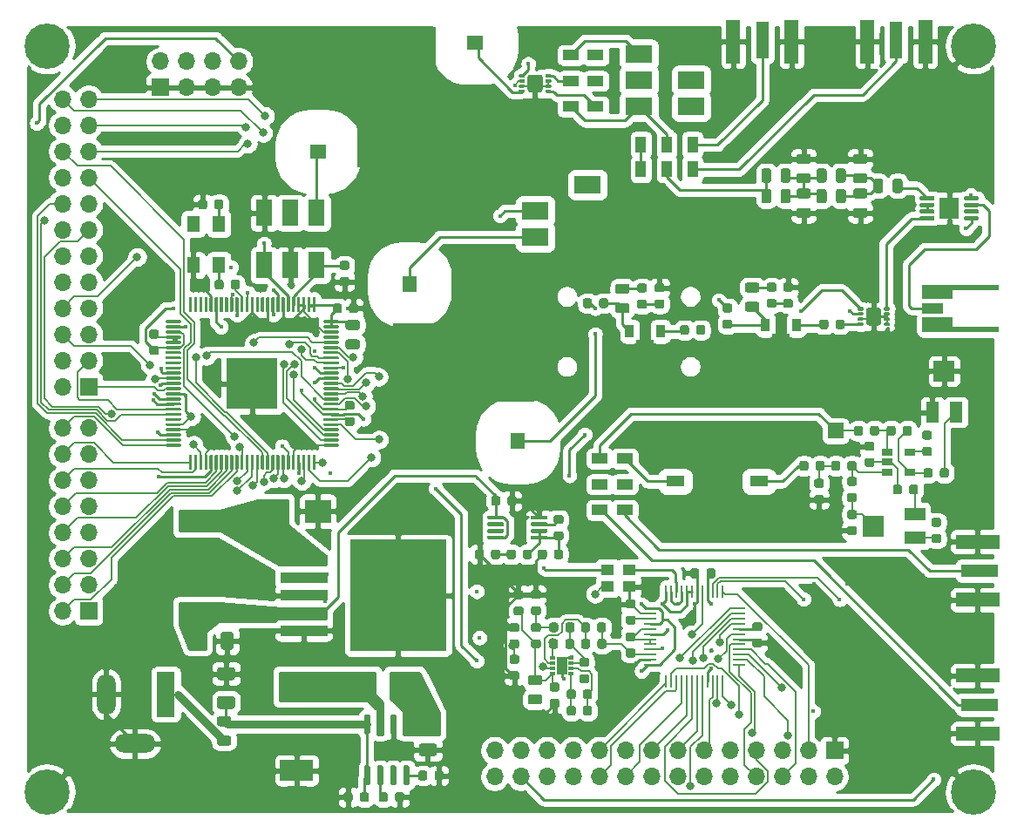
<source format=gbr>
%TF.GenerationSoftware,KiCad,Pcbnew,(5.1.6)-1*%
%TF.CreationDate,2021-04-01T20:33:04-06:00*%
%TF.ProjectId,radar_flight,72616461-725f-4666-9c69-6768742e6b69,rev?*%
%TF.SameCoordinates,Original*%
%TF.FileFunction,Copper,L1,Top*%
%TF.FilePolarity,Positive*%
%FSLAX46Y46*%
G04 Gerber Fmt 4.6, Leading zero omitted, Abs format (unit mm)*
G04 Created by KiCad (PCBNEW (5.1.6)-1) date 2021-04-01 20:33:04*
%MOMM*%
%LPD*%
G01*
G04 APERTURE LIST*
%TA.AperFunction,SMDPad,CuDef*%
%ADD10R,3.200000X2.000000*%
%TD*%
%TA.AperFunction,Conductor*%
%ADD11R,5.664200X13.208000*%
%TD*%
%TA.AperFunction,Conductor*%
%ADD12R,2.387600X18.796000*%
%TD*%
%TA.AperFunction,ViaPad*%
%ADD13C,1.016000*%
%TD*%
%TA.AperFunction,SMDPad,CuDef*%
%ADD14R,1.397000X1.524000*%
%TD*%
%TA.AperFunction,ComponentPad*%
%ADD15C,4.400000*%
%TD*%
%TA.AperFunction,SMDPad,CuDef*%
%ADD16R,1.500000X1.500000*%
%TD*%
%TA.AperFunction,SMDPad,CuDef*%
%ADD17R,2.500000X2.300000*%
%TD*%
%TA.AperFunction,SMDPad,CuDef*%
%ADD18R,1.300000X1.100000*%
%TD*%
%TA.AperFunction,ViaPad*%
%ADD19C,0.500000*%
%TD*%
%TA.AperFunction,SMDPad,CuDef*%
%ADD20R,1.950000X2.150000*%
%TD*%
%TA.AperFunction,SMDPad,CuDef*%
%ADD21R,1.050000X1.750000*%
%TD*%
%TA.AperFunction,SMDPad,CuDef*%
%ADD22R,0.500000X0.300000*%
%TD*%
%TA.AperFunction,SMDPad,CuDef*%
%ADD23C,0.100000*%
%TD*%
%TA.AperFunction,SMDPad,CuDef*%
%ADD24R,0.900000X1.300000*%
%TD*%
%TA.AperFunction,SMDPad,CuDef*%
%ADD25R,0.250000X1.300000*%
%TD*%
%TA.AperFunction,SMDPad,CuDef*%
%ADD26R,1.300000X0.250000*%
%TD*%
%TA.AperFunction,SMDPad,CuDef*%
%ADD27R,9.400000X10.800000*%
%TD*%
%TA.AperFunction,SMDPad,CuDef*%
%ADD28R,4.600000X1.100000*%
%TD*%
%TA.AperFunction,SMDPad,CuDef*%
%ADD29R,1.060000X0.650000*%
%TD*%
%TA.AperFunction,Conductor*%
%ADD30R,0.635000X1.651000*%
%TD*%
%TA.AperFunction,Conductor*%
%ADD31R,1.270000X6.731000*%
%TD*%
%TA.AperFunction,SMDPad,CuDef*%
%ADD32R,2.540000X1.651000*%
%TD*%
%TA.AperFunction,Conductor*%
%ADD33R,5.334000X4.191000*%
%TD*%
%TA.AperFunction,Conductor*%
%ADD34R,5.334000X1.651000*%
%TD*%
%TA.AperFunction,Conductor*%
%ADD35R,2.540000X3.556000*%
%TD*%
%TA.AperFunction,Conductor*%
%ADD36R,4.826000X9.906000*%
%TD*%
%TA.AperFunction,SMDPad,CuDef*%
%ADD37R,1.778000X1.016000*%
%TD*%
%TA.AperFunction,SMDPad,CuDef*%
%ADD38R,1.016000X1.778000*%
%TD*%
%TA.AperFunction,Conductor*%
%ADD39R,13.208000X5.664200*%
%TD*%
%TA.AperFunction,Conductor*%
%ADD40R,18.796000X2.387600*%
%TD*%
%TA.AperFunction,SMDPad,CuDef*%
%ADD41R,1.524000X1.397000*%
%TD*%
%TA.AperFunction,SMDPad,CuDef*%
%ADD42R,5.000000X5.000000*%
%TD*%
%TA.AperFunction,SMDPad,CuDef*%
%ADD43R,1.300000X1.600000*%
%TD*%
%TA.AperFunction,SMDPad,CuDef*%
%ADD44R,1.650000X2.540000*%
%TD*%
%TA.AperFunction,SMDPad,CuDef*%
%ADD45R,1.000000X1.600000*%
%TD*%
%TA.AperFunction,SMDPad,CuDef*%
%ADD46R,1.600000X1.000000*%
%TD*%
%TA.AperFunction,SMDPad,CuDef*%
%ADD47R,1.300000X2.000000*%
%TD*%
%TA.AperFunction,SMDPad,CuDef*%
%ADD48R,2.000000X2.000000*%
%TD*%
%TA.AperFunction,SMDPad,CuDef*%
%ADD49R,2.000000X1.300000*%
%TD*%
%TA.AperFunction,SMDPad,CuDef*%
%ADD50R,3.600000X1.800000*%
%TD*%
%TA.AperFunction,ComponentPad*%
%ADD51O,1.700000X1.700000*%
%TD*%
%TA.AperFunction,ComponentPad*%
%ADD52R,1.700000X1.700000*%
%TD*%
%TA.AperFunction,SMDPad,CuDef*%
%ADD53R,1.270000X3.600000*%
%TD*%
%TA.AperFunction,SMDPad,CuDef*%
%ADD54R,1.350000X4.200000*%
%TD*%
%TA.AperFunction,SMDPad,CuDef*%
%ADD55R,3.600000X1.270000*%
%TD*%
%TA.AperFunction,SMDPad,CuDef*%
%ADD56R,4.200000X1.350000*%
%TD*%
%TA.AperFunction,ComponentPad*%
%ADD57R,1.800000X4.400000*%
%TD*%
%TA.AperFunction,ComponentPad*%
%ADD58O,1.800000X4.000000*%
%TD*%
%TA.AperFunction,ComponentPad*%
%ADD59O,4.000000X1.800000*%
%TD*%
%TA.AperFunction,SMDPad,CuDef*%
%ADD60R,2.000000X1.100000*%
%TD*%
%TA.AperFunction,ViaPad*%
%ADD61C,0.400000*%
%TD*%
%TA.AperFunction,ViaPad*%
%ADD62C,0.800000*%
%TD*%
%TA.AperFunction,Conductor*%
%ADD63C,0.127000*%
%TD*%
%TA.AperFunction,Conductor*%
%ADD64C,0.250000*%
%TD*%
%TA.AperFunction,Conductor*%
%ADD65C,0.293370*%
%TD*%
%TA.AperFunction,Conductor*%
%ADD66C,0.500000*%
%TD*%
%TA.AperFunction,Conductor*%
%ADD67C,0.750000*%
%TD*%
%TA.AperFunction,Conductor*%
%ADD68C,0.254000*%
%TD*%
G04 APERTURE END LIST*
D10*
%TO.P,L1,2*%
%TO.N,Net-(D1-Pad1)*%
X81750000Y-162600000D03*
%TO.P,L1,1*%
%TO.N,GND*%
X81750000Y-170400000D03*
%TD*%
D11*
%TO.N,GND*%
%TO.C,U18*%
X93948200Y-133588000D03*
X102000000Y-128000000D03*
D12*
X97974100Y-130794000D03*
D13*
X98609100Y-138414000D03*
X97339100Y-138414000D03*
X97339100Y-135874000D03*
X98609100Y-135874000D03*
X98609100Y-133334000D03*
X97339100Y-133334000D03*
X98609100Y-123174000D03*
X97339100Y-123174000D03*
X97339100Y-125714000D03*
X98609100Y-125714000D03*
X98609100Y-128254000D03*
X97339100Y-128254000D03*
X97339100Y-130794000D03*
X98609100Y-130794000D03*
X104324100Y-132572000D03*
X104324100Y-134096000D03*
X91624100Y-139176000D03*
X91624100Y-137652000D03*
X91624100Y-134096000D03*
X91624100Y-132572000D03*
X91624100Y-127492000D03*
X91624100Y-129016000D03*
X104324100Y-129016000D03*
X104324100Y-127492000D03*
X104324100Y-122412000D03*
X104324100Y-123936000D03*
D14*
%TD*%
%TO.P,U18,8*%
%TO.N,Net-(U18-Pad8)*%
X92703600Y-123174000D03*
%TO.P,U18,7*%
%TO.N,GND*%
X103244600Y-123174000D03*
%TO.P,U18,6*%
X92703600Y-128254000D03*
%TO.P,U18,5*%
X103244600Y-128254000D03*
%TO.P,U18,4*%
X92703600Y-133334000D03*
%TO.P,U18,3*%
X103244600Y-133334000D03*
%TO.P,U18,2*%
X92703600Y-138414000D03*
%TO.P,U18,1*%
%TO.N,Net-(SW6-Pad2)*%
X103244600Y-138414000D03*
%TD*%
%TO.P,C54,2*%
%TO.N,+3V3*%
%TA.AperFunction,SMDPad,CuDef*%
G36*
G01*
X126756250Y-156862500D02*
X126243750Y-156862500D01*
G75*
G02*
X126025000Y-156643750I0J218750D01*
G01*
X126025000Y-156206250D01*
G75*
G02*
X126243750Y-155987500I218750J0D01*
G01*
X126756250Y-155987500D01*
G75*
G02*
X126975000Y-156206250I0J-218750D01*
G01*
X126975000Y-156643750D01*
G75*
G02*
X126756250Y-156862500I-218750J0D01*
G01*
G37*
%TD.AperFunction*%
%TO.P,C54,1*%
%TO.N,GND*%
%TA.AperFunction,SMDPad,CuDef*%
G36*
G01*
X126756250Y-158437500D02*
X126243750Y-158437500D01*
G75*
G02*
X126025000Y-158218750I0J218750D01*
G01*
X126025000Y-157781250D01*
G75*
G02*
X126243750Y-157562500I218750J0D01*
G01*
X126756250Y-157562500D01*
G75*
G02*
X126975000Y-157781250I0J-218750D01*
G01*
X126975000Y-158218750D01*
G75*
G02*
X126756250Y-158437500I-218750J0D01*
G01*
G37*
%TD.AperFunction*%
%TD*%
%TO.P,C50,2*%
%TO.N,+3V3*%
%TA.AperFunction,SMDPad,CuDef*%
G36*
G01*
X121562500Y-151506250D02*
X121562500Y-150993750D01*
G75*
G02*
X121781250Y-150775000I218750J0D01*
G01*
X122218750Y-150775000D01*
G75*
G02*
X122437500Y-150993750I0J-218750D01*
G01*
X122437500Y-151506250D01*
G75*
G02*
X122218750Y-151725000I-218750J0D01*
G01*
X121781250Y-151725000D01*
G75*
G02*
X121562500Y-151506250I0J218750D01*
G01*
G37*
%TD.AperFunction*%
%TO.P,C50,1*%
%TO.N,GND*%
%TA.AperFunction,SMDPad,CuDef*%
G36*
G01*
X119987500Y-151506250D02*
X119987500Y-150993750D01*
G75*
G02*
X120206250Y-150775000I218750J0D01*
G01*
X120643750Y-150775000D01*
G75*
G02*
X120862500Y-150993750I0J-218750D01*
G01*
X120862500Y-151506250D01*
G75*
G02*
X120643750Y-151725000I-218750J0D01*
G01*
X120206250Y-151725000D01*
G75*
G02*
X119987500Y-151506250I0J218750D01*
G01*
G37*
%TD.AperFunction*%
%TD*%
D15*
%TO.P,H4,1*%
%TO.N,GND*%
X147500000Y-100000000D03*
%TD*%
%TO.P,H3,1*%
%TO.N,GND*%
X57500000Y-100000000D03*
%TD*%
%TO.P,H2,1*%
%TO.N,GND*%
X147500000Y-172500000D03*
%TD*%
%TO.P,H1,1*%
%TO.N,GND*%
X57500000Y-172500000D03*
%TD*%
%TO.P,C36,2*%
%TO.N,+3V3*%
%TA.AperFunction,SMDPad,CuDef*%
G36*
G01*
X72825000Y-157175000D02*
X72825000Y-158425000D01*
G75*
G02*
X72575000Y-158675000I-250000J0D01*
G01*
X71825000Y-158675000D01*
G75*
G02*
X71575000Y-158425000I0J250000D01*
G01*
X71575000Y-157175000D01*
G75*
G02*
X71825000Y-156925000I250000J0D01*
G01*
X72575000Y-156925000D01*
G75*
G02*
X72825000Y-157175000I0J-250000D01*
G01*
G37*
%TD.AperFunction*%
%TO.P,C36,1*%
%TO.N,GND*%
%TA.AperFunction,SMDPad,CuDef*%
G36*
G01*
X75625000Y-157175000D02*
X75625000Y-158425000D01*
G75*
G02*
X75375000Y-158675000I-250000J0D01*
G01*
X74625000Y-158675000D01*
G75*
G02*
X74375000Y-158425000I0J250000D01*
G01*
X74375000Y-157175000D01*
G75*
G02*
X74625000Y-156925000I250000J0D01*
G01*
X75375000Y-156925000D01*
G75*
G02*
X75625000Y-157175000I0J-250000D01*
G01*
G37*
%TD.AperFunction*%
%TD*%
D16*
%TO.P,TP1,1*%
%TO.N,Net-(R17-Pad1)*%
X134100000Y-137400000D03*
%TD*%
D17*
%TO.P,D2,2*%
%TO.N,GND*%
X83800000Y-145200000D03*
%TO.P,D2,1*%
%TO.N,Net-(D2-Pad1)*%
X79500000Y-145200000D03*
%TD*%
%TO.P,D1,2*%
%TO.N,-5V*%
X92400000Y-162000000D03*
%TO.P,D1,1*%
%TO.N,Net-(D1-Pad1)*%
X88100000Y-162000000D03*
%TD*%
%TO.P,Z9,2*%
%TO.N,Net-(U17-Pad5)*%
%TA.AperFunction,SMDPad,CuDef*%
G36*
G01*
X139637500Y-114056250D02*
X139637500Y-113143750D01*
G75*
G02*
X139881250Y-112900000I243750J0D01*
G01*
X140368750Y-112900000D01*
G75*
G02*
X140612500Y-113143750I0J-243750D01*
G01*
X140612500Y-114056250D01*
G75*
G02*
X140368750Y-114300000I-243750J0D01*
G01*
X139881250Y-114300000D01*
G75*
G02*
X139637500Y-114056250I0J243750D01*
G01*
G37*
%TD.AperFunction*%
%TO.P,Z9,1*%
%TO.N,Net-(Z5-Pad2)*%
%TA.AperFunction,SMDPad,CuDef*%
G36*
G01*
X137762500Y-114056250D02*
X137762500Y-113143750D01*
G75*
G02*
X138006250Y-112900000I243750J0D01*
G01*
X138493750Y-112900000D01*
G75*
G02*
X138737500Y-113143750I0J-243750D01*
G01*
X138737500Y-114056250D01*
G75*
G02*
X138493750Y-114300000I-243750J0D01*
G01*
X138006250Y-114300000D01*
G75*
G02*
X137762500Y-114056250I0J243750D01*
G01*
G37*
%TD.AperFunction*%
%TD*%
%TO.P,Z8,2*%
%TO.N,Net-(Z5-Pad2)*%
%TA.AperFunction,SMDPad,CuDef*%
G36*
G01*
X136956250Y-114837500D02*
X136043750Y-114837500D01*
G75*
G02*
X135800000Y-114593750I0J243750D01*
G01*
X135800000Y-114106250D01*
G75*
G02*
X136043750Y-113862500I243750J0D01*
G01*
X136956250Y-113862500D01*
G75*
G02*
X137200000Y-114106250I0J-243750D01*
G01*
X137200000Y-114593750D01*
G75*
G02*
X136956250Y-114837500I-243750J0D01*
G01*
G37*
%TD.AperFunction*%
%TO.P,Z8,1*%
%TO.N,GND*%
%TA.AperFunction,SMDPad,CuDef*%
G36*
G01*
X136956250Y-116712500D02*
X136043750Y-116712500D01*
G75*
G02*
X135800000Y-116468750I0J243750D01*
G01*
X135800000Y-115981250D01*
G75*
G02*
X136043750Y-115737500I243750J0D01*
G01*
X136956250Y-115737500D01*
G75*
G02*
X137200000Y-115981250I0J-243750D01*
G01*
X137200000Y-116468750D01*
G75*
G02*
X136956250Y-116712500I-243750J0D01*
G01*
G37*
%TD.AperFunction*%
%TD*%
%TO.P,Z7,2*%
%TO.N,GND*%
%TA.AperFunction,SMDPad,CuDef*%
G36*
G01*
X136956250Y-111462500D02*
X136043750Y-111462500D01*
G75*
G02*
X135800000Y-111218750I0J243750D01*
G01*
X135800000Y-110731250D01*
G75*
G02*
X136043750Y-110487500I243750J0D01*
G01*
X136956250Y-110487500D01*
G75*
G02*
X137200000Y-110731250I0J-243750D01*
G01*
X137200000Y-111218750D01*
G75*
G02*
X136956250Y-111462500I-243750J0D01*
G01*
G37*
%TD.AperFunction*%
%TO.P,Z7,1*%
%TO.N,Net-(Z5-Pad2)*%
%TA.AperFunction,SMDPad,CuDef*%
G36*
G01*
X136956250Y-113337500D02*
X136043750Y-113337500D01*
G75*
G02*
X135800000Y-113093750I0J243750D01*
G01*
X135800000Y-112606250D01*
G75*
G02*
X136043750Y-112362500I243750J0D01*
G01*
X136956250Y-112362500D01*
G75*
G02*
X137200000Y-112606250I0J-243750D01*
G01*
X137200000Y-113093750D01*
G75*
G02*
X136956250Y-113337500I-243750J0D01*
G01*
G37*
%TD.AperFunction*%
%TD*%
%TO.P,Z6,2*%
%TO.N,Net-(Z5-Pad2)*%
%TA.AperFunction,SMDPad,CuDef*%
G36*
G01*
X134137500Y-115056250D02*
X134137500Y-114143750D01*
G75*
G02*
X134381250Y-113900000I243750J0D01*
G01*
X134868750Y-113900000D01*
G75*
G02*
X135112500Y-114143750I0J-243750D01*
G01*
X135112500Y-115056250D01*
G75*
G02*
X134868750Y-115300000I-243750J0D01*
G01*
X134381250Y-115300000D01*
G75*
G02*
X134137500Y-115056250I0J243750D01*
G01*
G37*
%TD.AperFunction*%
%TO.P,Z6,1*%
%TO.N,Net-(Z1-Pad1)*%
%TA.AperFunction,SMDPad,CuDef*%
G36*
G01*
X132262500Y-115056250D02*
X132262500Y-114143750D01*
G75*
G02*
X132506250Y-113900000I243750J0D01*
G01*
X132993750Y-113900000D01*
G75*
G02*
X133237500Y-114143750I0J-243750D01*
G01*
X133237500Y-115056250D01*
G75*
G02*
X132993750Y-115300000I-243750J0D01*
G01*
X132506250Y-115300000D01*
G75*
G02*
X132262500Y-115056250I0J243750D01*
G01*
G37*
%TD.AperFunction*%
%TD*%
%TO.P,Z5,2*%
%TO.N,Net-(Z5-Pad2)*%
%TA.AperFunction,SMDPad,CuDef*%
G36*
G01*
X134137500Y-113056250D02*
X134137500Y-112143750D01*
G75*
G02*
X134381250Y-111900000I243750J0D01*
G01*
X134868750Y-111900000D01*
G75*
G02*
X135112500Y-112143750I0J-243750D01*
G01*
X135112500Y-113056250D01*
G75*
G02*
X134868750Y-113300000I-243750J0D01*
G01*
X134381250Y-113300000D01*
G75*
G02*
X134137500Y-113056250I0J243750D01*
G01*
G37*
%TD.AperFunction*%
%TO.P,Z5,1*%
%TO.N,Net-(Z1-Pad1)*%
%TA.AperFunction,SMDPad,CuDef*%
G36*
G01*
X132262500Y-113056250D02*
X132262500Y-112143750D01*
G75*
G02*
X132506250Y-111900000I243750J0D01*
G01*
X132993750Y-111900000D01*
G75*
G02*
X133237500Y-112143750I0J-243750D01*
G01*
X133237500Y-113056250D01*
G75*
G02*
X132993750Y-113300000I-243750J0D01*
G01*
X132506250Y-113300000D01*
G75*
G02*
X132262500Y-113056250I0J243750D01*
G01*
G37*
%TD.AperFunction*%
%TD*%
%TO.P,Z4,2*%
%TO.N,GND*%
%TA.AperFunction,SMDPad,CuDef*%
G36*
G01*
X131456250Y-111462500D02*
X130543750Y-111462500D01*
G75*
G02*
X130300000Y-111218750I0J243750D01*
G01*
X130300000Y-110731250D01*
G75*
G02*
X130543750Y-110487500I243750J0D01*
G01*
X131456250Y-110487500D01*
G75*
G02*
X131700000Y-110731250I0J-243750D01*
G01*
X131700000Y-111218750D01*
G75*
G02*
X131456250Y-111462500I-243750J0D01*
G01*
G37*
%TD.AperFunction*%
%TO.P,Z4,1*%
%TO.N,Net-(Z1-Pad1)*%
%TA.AperFunction,SMDPad,CuDef*%
G36*
G01*
X131456250Y-113337500D02*
X130543750Y-113337500D01*
G75*
G02*
X130300000Y-113093750I0J243750D01*
G01*
X130300000Y-112606250D01*
G75*
G02*
X130543750Y-112362500I243750J0D01*
G01*
X131456250Y-112362500D01*
G75*
G02*
X131700000Y-112606250I0J-243750D01*
G01*
X131700000Y-113093750D01*
G75*
G02*
X131456250Y-113337500I-243750J0D01*
G01*
G37*
%TD.AperFunction*%
%TD*%
%TO.P,Z3,2*%
%TO.N,Net-(Z1-Pad1)*%
%TA.AperFunction,SMDPad,CuDef*%
G36*
G01*
X131456250Y-114837500D02*
X130543750Y-114837500D01*
G75*
G02*
X130300000Y-114593750I0J243750D01*
G01*
X130300000Y-114106250D01*
G75*
G02*
X130543750Y-113862500I243750J0D01*
G01*
X131456250Y-113862500D01*
G75*
G02*
X131700000Y-114106250I0J-243750D01*
G01*
X131700000Y-114593750D01*
G75*
G02*
X131456250Y-114837500I-243750J0D01*
G01*
G37*
%TD.AperFunction*%
%TO.P,Z3,1*%
%TO.N,GND*%
%TA.AperFunction,SMDPad,CuDef*%
G36*
G01*
X131456250Y-116712500D02*
X130543750Y-116712500D01*
G75*
G02*
X130300000Y-116468750I0J243750D01*
G01*
X130300000Y-115981250D01*
G75*
G02*
X130543750Y-115737500I243750J0D01*
G01*
X131456250Y-115737500D01*
G75*
G02*
X131700000Y-115981250I0J-243750D01*
G01*
X131700000Y-116468750D01*
G75*
G02*
X131456250Y-116712500I-243750J0D01*
G01*
G37*
%TD.AperFunction*%
%TD*%
%TO.P,Z2,2*%
%TO.N,Net-(SW7-Pad5)*%
%TA.AperFunction,SMDPad,CuDef*%
G36*
G01*
X127862500Y-114143750D02*
X127862500Y-115056250D01*
G75*
G02*
X127618750Y-115300000I-243750J0D01*
G01*
X127131250Y-115300000D01*
G75*
G02*
X126887500Y-115056250I0J243750D01*
G01*
X126887500Y-114143750D01*
G75*
G02*
X127131250Y-113900000I243750J0D01*
G01*
X127618750Y-113900000D01*
G75*
G02*
X127862500Y-114143750I0J-243750D01*
G01*
G37*
%TD.AperFunction*%
%TO.P,Z2,1*%
%TO.N,Net-(Z1-Pad1)*%
%TA.AperFunction,SMDPad,CuDef*%
G36*
G01*
X129737500Y-114143750D02*
X129737500Y-115056250D01*
G75*
G02*
X129493750Y-115300000I-243750J0D01*
G01*
X129006250Y-115300000D01*
G75*
G02*
X128762500Y-115056250I0J243750D01*
G01*
X128762500Y-114143750D01*
G75*
G02*
X129006250Y-113900000I243750J0D01*
G01*
X129493750Y-113900000D01*
G75*
G02*
X129737500Y-114143750I0J-243750D01*
G01*
G37*
%TD.AperFunction*%
%TD*%
%TO.P,Z1,2*%
%TO.N,Net-(SW7-Pad5)*%
%TA.AperFunction,SMDPad,CuDef*%
G36*
G01*
X127862500Y-112143750D02*
X127862500Y-113056250D01*
G75*
G02*
X127618750Y-113300000I-243750J0D01*
G01*
X127131250Y-113300000D01*
G75*
G02*
X126887500Y-113056250I0J243750D01*
G01*
X126887500Y-112143750D01*
G75*
G02*
X127131250Y-111900000I243750J0D01*
G01*
X127618750Y-111900000D01*
G75*
G02*
X127862500Y-112143750I0J-243750D01*
G01*
G37*
%TD.AperFunction*%
%TO.P,Z1,1*%
%TO.N,Net-(Z1-Pad1)*%
%TA.AperFunction,SMDPad,CuDef*%
G36*
G01*
X129737500Y-112143750D02*
X129737500Y-113056250D01*
G75*
G02*
X129493750Y-113300000I-243750J0D01*
G01*
X129006250Y-113300000D01*
G75*
G02*
X128762500Y-113056250I0J243750D01*
G01*
X128762500Y-112143750D01*
G75*
G02*
X129006250Y-111900000I243750J0D01*
G01*
X129493750Y-111900000D01*
G75*
G02*
X129737500Y-112143750I0J-243750D01*
G01*
G37*
%TD.AperFunction*%
%TD*%
D18*
%TO.P,X1,4*%
%TO.N,+3V3*%
X111950000Y-150875000D03*
%TO.P,X1,3*%
%TO.N,Net-(U13-Pad46)*%
X114050000Y-150875000D03*
%TO.P,X1,2*%
%TO.N,GND*%
X114050000Y-152525000D03*
%TO.P,X1,1*%
%TO.N,/CLKEN*%
X111950000Y-152525000D03*
%TD*%
D19*
%TO.N,GND*%
%TO.C,U17*%
X144600000Y-115125000D03*
X145700000Y-115125000D03*
X144600000Y-116425000D03*
X145700000Y-116425000D03*
D20*
%TD*%
%TO.P,U17,9*%
%TO.N,GND*%
X145150000Y-115775000D03*
%TO.P,U17,8*%
%TO.N,Net-(U16-Pad8)*%
%TA.AperFunction,SMDPad,CuDef*%
G36*
G01*
X143725000Y-116650000D02*
X143725000Y-116850000D01*
G75*
G02*
X143625000Y-116950000I-100000J0D01*
G01*
X142375000Y-116950000D01*
G75*
G02*
X142275000Y-116850000I0J100000D01*
G01*
X142275000Y-116650000D01*
G75*
G02*
X142375000Y-116550000I100000J0D01*
G01*
X143625000Y-116550000D01*
G75*
G02*
X143725000Y-116650000I0J-100000D01*
G01*
G37*
%TD.AperFunction*%
%TO.P,U17,7*%
%TO.N,GND*%
%TA.AperFunction,SMDPad,CuDef*%
G36*
G01*
X143725000Y-116000000D02*
X143725000Y-116200000D01*
G75*
G02*
X143625000Y-116300000I-100000J0D01*
G01*
X142375000Y-116300000D01*
G75*
G02*
X142275000Y-116200000I0J100000D01*
G01*
X142275000Y-116000000D01*
G75*
G02*
X142375000Y-115900000I100000J0D01*
G01*
X143625000Y-115900000D01*
G75*
G02*
X143725000Y-116000000I0J-100000D01*
G01*
G37*
%TD.AperFunction*%
%TO.P,U17,6*%
%TA.AperFunction,SMDPad,CuDef*%
G36*
G01*
X143725000Y-115350000D02*
X143725000Y-115550000D01*
G75*
G02*
X143625000Y-115650000I-100000J0D01*
G01*
X142375000Y-115650000D01*
G75*
G02*
X142275000Y-115550000I0J100000D01*
G01*
X142275000Y-115350000D01*
G75*
G02*
X142375000Y-115250000I100000J0D01*
G01*
X143625000Y-115250000D01*
G75*
G02*
X143725000Y-115350000I0J-100000D01*
G01*
G37*
%TD.AperFunction*%
%TO.P,U17,5*%
%TO.N,Net-(U17-Pad5)*%
%TA.AperFunction,SMDPad,CuDef*%
G36*
G01*
X143725000Y-114700000D02*
X143725000Y-114900000D01*
G75*
G02*
X143625000Y-115000000I-100000J0D01*
G01*
X142375000Y-115000000D01*
G75*
G02*
X142275000Y-114900000I0J100000D01*
G01*
X142275000Y-114700000D01*
G75*
G02*
X142375000Y-114600000I100000J0D01*
G01*
X143625000Y-114600000D01*
G75*
G02*
X143725000Y-114700000I0J-100000D01*
G01*
G37*
%TD.AperFunction*%
%TO.P,U17,4*%
%TO.N,+5V*%
%TA.AperFunction,SMDPad,CuDef*%
G36*
G01*
X148025000Y-114700000D02*
X148025000Y-114900000D01*
G75*
G02*
X147925000Y-115000000I-100000J0D01*
G01*
X146675000Y-115000000D01*
G75*
G02*
X146575000Y-114900000I0J100000D01*
G01*
X146575000Y-114700000D01*
G75*
G02*
X146675000Y-114600000I100000J0D01*
G01*
X147925000Y-114600000D01*
G75*
G02*
X148025000Y-114700000I0J-100000D01*
G01*
G37*
%TD.AperFunction*%
%TO.P,U17,3*%
%TO.N,Net-(AE1-Pad1)*%
%TA.AperFunction,SMDPad,CuDef*%
G36*
G01*
X148025000Y-115350000D02*
X148025000Y-115550000D01*
G75*
G02*
X147925000Y-115650000I-100000J0D01*
G01*
X146675000Y-115650000D01*
G75*
G02*
X146575000Y-115550000I0J100000D01*
G01*
X146575000Y-115350000D01*
G75*
G02*
X146675000Y-115250000I100000J0D01*
G01*
X147925000Y-115250000D01*
G75*
G02*
X148025000Y-115350000I0J-100000D01*
G01*
G37*
%TD.AperFunction*%
%TO.P,U17,2*%
%TO.N,/SW3b*%
%TA.AperFunction,SMDPad,CuDef*%
G36*
G01*
X148025000Y-116000000D02*
X148025000Y-116200000D01*
G75*
G02*
X147925000Y-116300000I-100000J0D01*
G01*
X146675000Y-116300000D01*
G75*
G02*
X146575000Y-116200000I0J100000D01*
G01*
X146575000Y-116000000D01*
G75*
G02*
X146675000Y-115900000I100000J0D01*
G01*
X147925000Y-115900000D01*
G75*
G02*
X148025000Y-116000000I0J-100000D01*
G01*
G37*
%TD.AperFunction*%
%TO.P,U17,1*%
%TO.N,/SW3a*%
%TA.AperFunction,SMDPad,CuDef*%
G36*
G01*
X148025000Y-116650000D02*
X148025000Y-116850000D01*
G75*
G02*
X147925000Y-116950000I-100000J0D01*
G01*
X146675000Y-116950000D01*
G75*
G02*
X146575000Y-116850000I0J100000D01*
G01*
X146575000Y-116650000D01*
G75*
G02*
X146675000Y-116550000I100000J0D01*
G01*
X147925000Y-116550000D01*
G75*
G02*
X148025000Y-116650000I0J-100000D01*
G01*
G37*
%TD.AperFunction*%
%TD*%
%TO.P,U16,8*%
%TO.N,Net-(U16-Pad8)*%
%TA.AperFunction,SMDPad,CuDef*%
G36*
G01*
X138800000Y-125637500D02*
X138800000Y-125462500D01*
G75*
G02*
X138887500Y-125375000I87500J0D01*
G01*
X139287500Y-125375000D01*
G75*
G02*
X139375000Y-125462500I0J-87500D01*
G01*
X139375000Y-125637500D01*
G75*
G02*
X139287500Y-125725000I-87500J0D01*
G01*
X138887500Y-125725000D01*
G75*
G02*
X138800000Y-125637500I0J87500D01*
G01*
G37*
%TD.AperFunction*%
%TO.P,U16,7*%
%TO.N,GND*%
%TA.AperFunction,SMDPad,CuDef*%
G36*
G01*
X138800000Y-126137500D02*
X138800000Y-125962500D01*
G75*
G02*
X138887500Y-125875000I87500J0D01*
G01*
X139287500Y-125875000D01*
G75*
G02*
X139375000Y-125962500I0J-87500D01*
G01*
X139375000Y-126137500D01*
G75*
G02*
X139287500Y-126225000I-87500J0D01*
G01*
X138887500Y-126225000D01*
G75*
G02*
X138800000Y-126137500I0J87500D01*
G01*
G37*
%TD.AperFunction*%
%TO.P,U16,6*%
%TA.AperFunction,SMDPad,CuDef*%
G36*
G01*
X138800000Y-126637500D02*
X138800000Y-126462500D01*
G75*
G02*
X138887500Y-126375000I87500J0D01*
G01*
X139287500Y-126375000D01*
G75*
G02*
X139375000Y-126462500I0J-87500D01*
G01*
X139375000Y-126637500D01*
G75*
G02*
X139287500Y-126725000I-87500J0D01*
G01*
X138887500Y-126725000D01*
G75*
G02*
X138800000Y-126637500I0J87500D01*
G01*
G37*
%TD.AperFunction*%
%TO.P,U16,5*%
%TA.AperFunction,SMDPad,CuDef*%
G36*
G01*
X138800000Y-127137500D02*
X138800000Y-126962500D01*
G75*
G02*
X138887500Y-126875000I87500J0D01*
G01*
X139287500Y-126875000D01*
G75*
G02*
X139375000Y-126962500I0J-87500D01*
G01*
X139375000Y-127137500D01*
G75*
G02*
X139287500Y-127225000I-87500J0D01*
G01*
X138887500Y-127225000D01*
G75*
G02*
X138800000Y-127137500I0J87500D01*
G01*
G37*
%TD.AperFunction*%
%TO.P,U16,4*%
%TO.N,Net-(C39-Pad2)*%
%TA.AperFunction,SMDPad,CuDef*%
G36*
G01*
X136225000Y-127137500D02*
X136225000Y-126962500D01*
G75*
G02*
X136312500Y-126875000I87500J0D01*
G01*
X136712500Y-126875000D01*
G75*
G02*
X136800000Y-126962500I0J-87500D01*
G01*
X136800000Y-127137500D01*
G75*
G02*
X136712500Y-127225000I-87500J0D01*
G01*
X136312500Y-127225000D01*
G75*
G02*
X136225000Y-127137500I0J87500D01*
G01*
G37*
%TD.AperFunction*%
%TO.P,U16,3*%
%TO.N,GND*%
%TA.AperFunction,SMDPad,CuDef*%
G36*
G01*
X136225000Y-126637500D02*
X136225000Y-126462500D01*
G75*
G02*
X136312500Y-126375000I87500J0D01*
G01*
X136712500Y-126375000D01*
G75*
G02*
X136800000Y-126462500I0J-87500D01*
G01*
X136800000Y-126637500D01*
G75*
G02*
X136712500Y-126725000I-87500J0D01*
G01*
X136312500Y-126725000D01*
G75*
G02*
X136225000Y-126637500I0J87500D01*
G01*
G37*
%TD.AperFunction*%
%TO.P,U16,2*%
%TO.N,/SW2*%
%TA.AperFunction,SMDPad,CuDef*%
G36*
G01*
X136225000Y-126137500D02*
X136225000Y-125962500D01*
G75*
G02*
X136312500Y-125875000I87500J0D01*
G01*
X136712500Y-125875000D01*
G75*
G02*
X136800000Y-125962500I0J-87500D01*
G01*
X136800000Y-126137500D01*
G75*
G02*
X136712500Y-126225000I-87500J0D01*
G01*
X136312500Y-126225000D01*
G75*
G02*
X136225000Y-126137500I0J87500D01*
G01*
G37*
%TD.AperFunction*%
%TO.P,U16,1*%
%TO.N,+1V8*%
%TA.AperFunction,SMDPad,CuDef*%
G36*
G01*
X136225000Y-125637500D02*
X136225000Y-125462500D01*
G75*
G02*
X136312500Y-125375000I87500J0D01*
G01*
X136712500Y-125375000D01*
G75*
G02*
X136800000Y-125462500I0J-87500D01*
G01*
X136800000Y-125637500D01*
G75*
G02*
X136712500Y-125725000I-87500J0D01*
G01*
X136312500Y-125725000D01*
G75*
G02*
X136225000Y-125637500I0J87500D01*
G01*
G37*
%TD.AperFunction*%
%TO.P,U16,9*%
%TO.N,GND*%
%TA.AperFunction,SMDPad,CuDef*%
G36*
G01*
X137075000Y-126920000D02*
X137075000Y-125680000D01*
G75*
G02*
X137325000Y-125430000I250000J0D01*
G01*
X138275000Y-125430000D01*
G75*
G02*
X138525000Y-125680000I0J-250000D01*
G01*
X138525000Y-126920000D01*
G75*
G02*
X138275000Y-127170000I-250000J0D01*
G01*
X137325000Y-127170000D01*
G75*
G02*
X137075000Y-126920000I0J250000D01*
G01*
G37*
%TD.AperFunction*%
%TD*%
D21*
%TO.P,U15,9*%
%TO.N,GND*%
X107500000Y-160200000D03*
D22*
%TO.P,U15,8*%
%TO.N,VA*%
X106600000Y-160950000D03*
%TO.P,U15,7*%
%TO.N,/VRB*%
X106600000Y-160450000D03*
%TO.P,U15,6*%
%TO.N,Net-(C43-Pad1)*%
X106600000Y-159950000D03*
%TO.P,U15,5*%
%TO.N,Net-(C47-Pad2)*%
X106600000Y-159450000D03*
%TO.P,U15,4*%
%TO.N,GND*%
X108400000Y-159450000D03*
%TO.P,U15,3*%
%TO.N,Net-(C46-Pad2)*%
X108400000Y-159950000D03*
%TO.P,U15,2*%
%TO.N,Net-(C42-Pad1)*%
X108400000Y-160450000D03*
%TO.P,U15,1*%
%TO.N,/VRT*%
X108400000Y-160950000D03*
%TD*%
%TA.AperFunction,SMDPad,CuDef*%
D23*
%TO.P,U14,2*%
%TO.N,GND*%
G36*
X127933500Y-131100000D02*
G01*
X127933500Y-127975000D01*
X128350000Y-127975000D01*
X128350000Y-126500000D01*
X129250000Y-126500000D01*
X129250000Y-127975000D01*
X129666500Y-127975000D01*
X129666500Y-131100000D01*
X127933500Y-131100000D01*
G37*
%TD.AperFunction*%
D24*
%TO.P,U14,3*%
%TO.N,Net-(C37-Pad2)*%
X127300000Y-127150000D03*
%TO.P,U14,1*%
%TO.N,Net-(C39-Pad1)*%
X130300000Y-127150000D03*
%TD*%
D25*
%TO.P,U13,48*%
%TO.N,+3V3*%
X117650000Y-153050000D03*
%TO.P,U13,47*%
%TO.N,GND*%
X118150000Y-153050000D03*
%TO.P,U13,46*%
%TO.N,Net-(U13-Pad46)*%
X118650000Y-153050000D03*
%TO.P,U13,45*%
%TO.N,GND*%
X119150000Y-153050000D03*
%TO.P,U13,44*%
%TO.N,+3V3*%
X119650000Y-153050000D03*
%TO.P,U13,43*%
X120150000Y-153050000D03*
%TO.P,U13,42*%
%TO.N,GND*%
X120650000Y-153050000D03*
%TO.P,U13,41*%
%TO.N,/PDADC*%
X121150000Y-153050000D03*
%TO.P,U13,40*%
%TO.N,+3V3*%
X121650000Y-153050000D03*
%TO.P,U13,39*%
%TO.N,/MT[1]*%
X122150000Y-153050000D03*
%TO.P,U13,38*%
%TO.N,/MT[0]*%
X122650000Y-153050000D03*
%TO.P,U13,37*%
%TO.N,/OE*%
X123150000Y-153050000D03*
D26*
%TO.P,U13,36*%
%TO.N,/ADC_D7*%
X124750000Y-154650000D03*
%TO.P,U13,35*%
%TO.N,/ADC_D6*%
X124750000Y-155150000D03*
%TO.P,U13,34*%
%TO.N,/ADC_D5*%
X124750000Y-155650000D03*
%TO.P,U13,33*%
%TO.N,/ADC_D4*%
X124750000Y-156150000D03*
%TO.P,U13,32*%
%TO.N,+3V3*%
X124750000Y-156650000D03*
%TO.P,U13,31*%
%TO.N,/DRDY*%
X124750000Y-157150000D03*
%TO.P,U13,30*%
%TO.N,GND*%
X124750000Y-157650000D03*
%TO.P,U13,29*%
%TO.N,/ADC_D3*%
X124750000Y-158150000D03*
%TO.P,U13,28*%
%TO.N,/ADC_D2*%
X124750000Y-158650000D03*
%TO.P,U13,27*%
%TO.N,/ADC_D1*%
X124750000Y-159150000D03*
%TO.P,U13,26*%
%TO.N,/ADC_D0*%
X124750000Y-159650000D03*
%TO.P,U13,25*%
%TO.N,/ASW*%
X124750000Y-160150000D03*
D25*
%TO.P,U13,24*%
%TO.N,/BS[1]*%
X123150000Y-161750000D03*
%TO.P,U13,23*%
%TO.N,/BS[0]*%
X122650000Y-161750000D03*
%TO.P,U13,22*%
%TO.N,/RESET*%
X122150000Y-161750000D03*
%TO.P,U13,21*%
%TO.N,GND*%
X121650000Y-161750000D03*
%TO.P,U13,20*%
%TO.N,/REN*%
X121150000Y-161750000D03*
%TO.P,U13,19*%
%TO.N,/RCLK*%
X120650000Y-161750000D03*
%TO.P,U13,18*%
%TO.N,/WENSYNC*%
X120150000Y-161750000D03*
%TO.P,U13,17*%
%TO.N,/WEN*%
X119650000Y-161750000D03*
%TO.P,U13,16*%
%TO.N,/FF*%
X119150000Y-161750000D03*
%TO.P,U13,15*%
%TO.N,/EF*%
X118650000Y-161750000D03*
%TO.P,U13,14*%
%TO.N,/OEDGE*%
X118150000Y-161750000D03*
%TO.P,U13,13*%
%TO.N,/PD*%
X117650000Y-161750000D03*
D26*
%TO.P,U13,12*%
%TO.N,VA*%
X116050000Y-160150000D03*
%TO.P,U13,11*%
%TO.N,GND*%
X116050000Y-159650000D03*
%TO.P,U13,10*%
%TO.N,/VRB*%
X116050000Y-159150000D03*
%TO.P,U13,9*%
%TO.N,Net-(C35-Pad1)*%
X116050000Y-158650000D03*
%TO.P,U13,8*%
%TO.N,GND*%
X116050000Y-158150000D03*
%TO.P,U13,7*%
X116050000Y-157650000D03*
%TO.P,U13,6*%
%TO.N,Net-(SW1-Pad2)*%
X116050000Y-157150000D03*
%TO.P,U13,5*%
%TO.N,GND*%
X116050000Y-156650000D03*
%TO.P,U13,4*%
%TO.N,VA*%
X116050000Y-156150000D03*
%TO.P,U13,3*%
%TO.N,/VRT*%
X116050000Y-155650000D03*
%TO.P,U13,2*%
%TO.N,GND*%
X116050000Y-155150000D03*
%TO.P,U13,1*%
%TO.N,VA*%
X116050000Y-154650000D03*
%TD*%
%TA.AperFunction,SMDPad,CuDef*%
D23*
%TO.P,U12,2*%
%TO.N,GND*%
G36*
X114733500Y-131700000D02*
G01*
X114733500Y-128575000D01*
X115150000Y-128575000D01*
X115150000Y-127100000D01*
X116050000Y-127100000D01*
X116050000Y-128575000D01*
X116466500Y-128575000D01*
X116466500Y-131700000D01*
X114733500Y-131700000D01*
G37*
%TD.AperFunction*%
D24*
%TO.P,U12,3*%
%TO.N,Net-(C30-Pad2)*%
X114100000Y-127750000D03*
%TO.P,U12,1*%
%TO.N,Net-(C34-Pad1)*%
X117100000Y-127750000D03*
%TD*%
D27*
%TO.P,U11,3*%
%TO.N,GND*%
X91600000Y-153400000D03*
D28*
%TO.P,U11,5*%
X82450000Y-156800000D03*
%TO.P,U11,4*%
%TO.N,+3V3*%
X82450000Y-155100000D03*
%TO.P,U11,3*%
%TO.N,GND*%
X82450000Y-153400000D03*
%TO.P,U11,2*%
%TO.N,+5V*%
X82450000Y-151700000D03*
%TO.P,U11,1*%
%TO.N,Net-(D2-Pad1)*%
X82450000Y-150000000D03*
%TD*%
%TO.P,U10,8*%
%TO.N,+3V3*%
%TA.AperFunction,SMDPad,CuDef*%
G36*
G01*
X101900000Y-147675000D02*
X101900000Y-147875000D01*
G75*
G02*
X101800000Y-147975000I-100000J0D01*
G01*
X100375000Y-147975000D01*
G75*
G02*
X100275000Y-147875000I0J100000D01*
G01*
X100275000Y-147675000D01*
G75*
G02*
X100375000Y-147575000I100000J0D01*
G01*
X101800000Y-147575000D01*
G75*
G02*
X101900000Y-147675000I0J-100000D01*
G01*
G37*
%TD.AperFunction*%
%TO.P,U10,7*%
%TO.N,N/C*%
%TA.AperFunction,SMDPad,CuDef*%
G36*
G01*
X101900000Y-147025000D02*
X101900000Y-147225000D01*
G75*
G02*
X101800000Y-147325000I-100000J0D01*
G01*
X100375000Y-147325000D01*
G75*
G02*
X100275000Y-147225000I0J100000D01*
G01*
X100275000Y-147025000D01*
G75*
G02*
X100375000Y-146925000I100000J0D01*
G01*
X101800000Y-146925000D01*
G75*
G02*
X101900000Y-147025000I0J-100000D01*
G01*
G37*
%TD.AperFunction*%
%TO.P,U10,6*%
%TA.AperFunction,SMDPad,CuDef*%
G36*
G01*
X101900000Y-146375000D02*
X101900000Y-146575000D01*
G75*
G02*
X101800000Y-146675000I-100000J0D01*
G01*
X100375000Y-146675000D01*
G75*
G02*
X100275000Y-146575000I0J100000D01*
G01*
X100275000Y-146375000D01*
G75*
G02*
X100375000Y-146275000I100000J0D01*
G01*
X101800000Y-146275000D01*
G75*
G02*
X101900000Y-146375000I0J-100000D01*
G01*
G37*
%TD.AperFunction*%
%TO.P,U10,5*%
%TO.N,+3V3*%
%TA.AperFunction,SMDPad,CuDef*%
G36*
G01*
X101900000Y-145725000D02*
X101900000Y-145925000D01*
G75*
G02*
X101800000Y-146025000I-100000J0D01*
G01*
X100375000Y-146025000D01*
G75*
G02*
X100275000Y-145925000I0J100000D01*
G01*
X100275000Y-145725000D01*
G75*
G02*
X100375000Y-145625000I100000J0D01*
G01*
X101800000Y-145625000D01*
G75*
G02*
X101900000Y-145725000I0J-100000D01*
G01*
G37*
%TD.AperFunction*%
%TO.P,U10,4*%
%TO.N,GND*%
%TA.AperFunction,SMDPad,CuDef*%
G36*
G01*
X106125000Y-145725000D02*
X106125000Y-145925000D01*
G75*
G02*
X106025000Y-146025000I-100000J0D01*
G01*
X104600000Y-146025000D01*
G75*
G02*
X104500000Y-145925000I0J100000D01*
G01*
X104500000Y-145725000D01*
G75*
G02*
X104600000Y-145625000I100000J0D01*
G01*
X106025000Y-145625000D01*
G75*
G02*
X106125000Y-145725000I0J-100000D01*
G01*
G37*
%TD.AperFunction*%
%TO.P,U10,3*%
%TO.N,Net-(C32-Pad1)*%
%TA.AperFunction,SMDPad,CuDef*%
G36*
G01*
X106125000Y-146375000D02*
X106125000Y-146575000D01*
G75*
G02*
X106025000Y-146675000I-100000J0D01*
G01*
X104600000Y-146675000D01*
G75*
G02*
X104500000Y-146575000I0J100000D01*
G01*
X104500000Y-146375000D01*
G75*
G02*
X104600000Y-146275000I100000J0D01*
G01*
X106025000Y-146275000D01*
G75*
G02*
X106125000Y-146375000I0J-100000D01*
G01*
G37*
%TD.AperFunction*%
%TO.P,U10,2*%
%TO.N,+1V8*%
%TA.AperFunction,SMDPad,CuDef*%
G36*
G01*
X106125000Y-147025000D02*
X106125000Y-147225000D01*
G75*
G02*
X106025000Y-147325000I-100000J0D01*
G01*
X104600000Y-147325000D01*
G75*
G02*
X104500000Y-147225000I0J100000D01*
G01*
X104500000Y-147025000D01*
G75*
G02*
X104600000Y-146925000I100000J0D01*
G01*
X106025000Y-146925000D01*
G75*
G02*
X106125000Y-147025000I0J-100000D01*
G01*
G37*
%TD.AperFunction*%
%TO.P,U10,1*%
%TA.AperFunction,SMDPad,CuDef*%
G36*
G01*
X106125000Y-147675000D02*
X106125000Y-147875000D01*
G75*
G02*
X106025000Y-147975000I-100000J0D01*
G01*
X104600000Y-147975000D01*
G75*
G02*
X104500000Y-147875000I0J100000D01*
G01*
X104500000Y-147675000D01*
G75*
G02*
X104600000Y-147575000I100000J0D01*
G01*
X106025000Y-147575000D01*
G75*
G02*
X106125000Y-147675000I0J-100000D01*
G01*
G37*
%TD.AperFunction*%
%TD*%
D29*
%TO.P,U9,5*%
%TO.N,+5V*%
X141300000Y-139500000D03*
%TO.P,U9,4*%
%TO.N,Net-(R13-Pad1)*%
X141300000Y-141400000D03*
%TO.P,U9,3*%
%TO.N,Net-(R7-Pad2)*%
X139100000Y-141400000D03*
%TO.P,U9,2*%
%TO.N,-5V*%
X139100000Y-140450000D03*
%TO.P,U9,1*%
%TO.N,Net-(R16-Pad2)*%
X139100000Y-139500000D03*
%TD*%
D30*
%TO.N,GND*%
%TO.C,U8*%
X118492500Y-100800000D03*
D31*
X117540000Y-103340000D03*
D13*
X117540000Y-105880000D03*
X117540000Y-104610000D03*
X117540000Y-103340000D03*
X117540000Y-102070000D03*
X117540000Y-100800000D03*
D32*
%TD*%
%TO.P,U8,6*%
%TO.N,GND*%
X120080000Y-100800000D03*
%TO.P,U8,5*%
%TO.N,N/C*%
X120080000Y-103340000D03*
%TO.P,U8,4*%
%TO.N,Net-(SW2-Pad6)*%
X120080000Y-105880000D03*
%TO.P,U8,3*%
%TO.N,Net-(SW2-Pad1)*%
X115000000Y-105880000D03*
%TO.P,U8,2*%
%TO.N,N/C*%
X115000000Y-103340000D03*
%TO.P,U8,1*%
%TO.N,Net-(SW2-Pad3)*%
X115000000Y-100800000D03*
%TD*%
D33*
%TO.N,GND*%
%TO.C,U7*%
X109500000Y-117300000D03*
D32*
%TD*%
%TO.P,U7,1*%
%TO.N,GND*%
X104928000Y-113490000D03*
%TO.P,U7,2*%
%TO.N,Net-(SW1-Pad5)*%
X104928000Y-116030000D03*
%TO.P,U7,3*%
%TO.N,Net-(U18-Pad8)*%
X104928000Y-118570000D03*
%TO.P,U7,6*%
%TO.N,Net-(SW2-Pad5)*%
X110008000Y-113490000D03*
%TO.P,U7,5*%
%TO.N,GND*%
X110008000Y-116030000D03*
%TO.P,U7,4*%
X110008000Y-118570000D03*
D13*
%TD*%
%TO.N,GND*%
%TO.C,U7*%
X103277000Y-113490000D03*
%TO.N,GND*%
%TO.C,U7*%
X111659000Y-116030000D03*
X111659000Y-118570000D03*
D34*
X105436000Y-113490000D03*
D13*
X107468000Y-113490000D03*
X107468000Y-114760000D03*
X107468000Y-116030000D03*
X107468000Y-117300000D03*
X107468000Y-118570000D03*
D31*
X107468000Y-116030000D03*
%TD*%
%TO.P,U6,8*%
%TO.N,Net-(SW2-Pad2)*%
%TA.AperFunction,SMDPad,CuDef*%
G36*
G01*
X105912500Y-102987500D02*
X105912500Y-102812500D01*
G75*
G02*
X106000000Y-102725000I87500J0D01*
G01*
X106400000Y-102725000D01*
G75*
G02*
X106487500Y-102812500I0J-87500D01*
G01*
X106487500Y-102987500D01*
G75*
G02*
X106400000Y-103075000I-87500J0D01*
G01*
X106000000Y-103075000D01*
G75*
G02*
X105912500Y-102987500I0J87500D01*
G01*
G37*
%TD.AperFunction*%
%TO.P,U6,7*%
%TO.N,GND*%
%TA.AperFunction,SMDPad,CuDef*%
G36*
G01*
X105912500Y-103487500D02*
X105912500Y-103312500D01*
G75*
G02*
X106000000Y-103225000I87500J0D01*
G01*
X106400000Y-103225000D01*
G75*
G02*
X106487500Y-103312500I0J-87500D01*
G01*
X106487500Y-103487500D01*
G75*
G02*
X106400000Y-103575000I-87500J0D01*
G01*
X106000000Y-103575000D01*
G75*
G02*
X105912500Y-103487500I0J87500D01*
G01*
G37*
%TD.AperFunction*%
%TO.P,U6,6*%
%TA.AperFunction,SMDPad,CuDef*%
G36*
G01*
X105912500Y-103987500D02*
X105912500Y-103812500D01*
G75*
G02*
X106000000Y-103725000I87500J0D01*
G01*
X106400000Y-103725000D01*
G75*
G02*
X106487500Y-103812500I0J-87500D01*
G01*
X106487500Y-103987500D01*
G75*
G02*
X106400000Y-104075000I-87500J0D01*
G01*
X106000000Y-104075000D01*
G75*
G02*
X105912500Y-103987500I0J87500D01*
G01*
G37*
%TD.AperFunction*%
%TO.P,U6,5*%
%TO.N,Net-(SW2-Pad4)*%
%TA.AperFunction,SMDPad,CuDef*%
G36*
G01*
X105912500Y-104487500D02*
X105912500Y-104312500D01*
G75*
G02*
X106000000Y-104225000I87500J0D01*
G01*
X106400000Y-104225000D01*
G75*
G02*
X106487500Y-104312500I0J-87500D01*
G01*
X106487500Y-104487500D01*
G75*
G02*
X106400000Y-104575000I-87500J0D01*
G01*
X106000000Y-104575000D01*
G75*
G02*
X105912500Y-104487500I0J87500D01*
G01*
G37*
%TD.AperFunction*%
%TO.P,U6,4*%
%TO.N,Net-(U3-Pad8)*%
%TA.AperFunction,SMDPad,CuDef*%
G36*
G01*
X103337500Y-104487500D02*
X103337500Y-104312500D01*
G75*
G02*
X103425000Y-104225000I87500J0D01*
G01*
X103825000Y-104225000D01*
G75*
G02*
X103912500Y-104312500I0J-87500D01*
G01*
X103912500Y-104487500D01*
G75*
G02*
X103825000Y-104575000I-87500J0D01*
G01*
X103425000Y-104575000D01*
G75*
G02*
X103337500Y-104487500I0J87500D01*
G01*
G37*
%TD.AperFunction*%
%TO.P,U6,3*%
%TO.N,GND*%
%TA.AperFunction,SMDPad,CuDef*%
G36*
G01*
X103337500Y-103987500D02*
X103337500Y-103812500D01*
G75*
G02*
X103425000Y-103725000I87500J0D01*
G01*
X103825000Y-103725000D01*
G75*
G02*
X103912500Y-103812500I0J-87500D01*
G01*
X103912500Y-103987500D01*
G75*
G02*
X103825000Y-104075000I-87500J0D01*
G01*
X103425000Y-104075000D01*
G75*
G02*
X103337500Y-103987500I0J87500D01*
G01*
G37*
%TD.AperFunction*%
%TO.P,U6,2*%
%TO.N,/SW1*%
%TA.AperFunction,SMDPad,CuDef*%
G36*
G01*
X103337500Y-103487500D02*
X103337500Y-103312500D01*
G75*
G02*
X103425000Y-103225000I87500J0D01*
G01*
X103825000Y-103225000D01*
G75*
G02*
X103912500Y-103312500I0J-87500D01*
G01*
X103912500Y-103487500D01*
G75*
G02*
X103825000Y-103575000I-87500J0D01*
G01*
X103425000Y-103575000D01*
G75*
G02*
X103337500Y-103487500I0J87500D01*
G01*
G37*
%TD.AperFunction*%
%TO.P,U6,1*%
%TO.N,+1V8*%
%TA.AperFunction,SMDPad,CuDef*%
G36*
G01*
X103337500Y-102987500D02*
X103337500Y-102812500D01*
G75*
G02*
X103425000Y-102725000I87500J0D01*
G01*
X103825000Y-102725000D01*
G75*
G02*
X103912500Y-102812500I0J-87500D01*
G01*
X103912500Y-102987500D01*
G75*
G02*
X103825000Y-103075000I-87500J0D01*
G01*
X103425000Y-103075000D01*
G75*
G02*
X103337500Y-102987500I0J87500D01*
G01*
G37*
%TD.AperFunction*%
%TO.P,U6,9*%
%TO.N,GND*%
%TA.AperFunction,SMDPad,CuDef*%
G36*
G01*
X104187500Y-104270000D02*
X104187500Y-103030000D01*
G75*
G02*
X104437500Y-102780000I250000J0D01*
G01*
X105387500Y-102780000D01*
G75*
G02*
X105637500Y-103030000I0J-250000D01*
G01*
X105637500Y-104270000D01*
G75*
G02*
X105387500Y-104520000I-250000J0D01*
G01*
X104437500Y-104520000D01*
G75*
G02*
X104187500Y-104270000I0J250000D01*
G01*
G37*
%TD.AperFunction*%
%TD*%
%TO.P,U5,8*%
%TO.N,+5V*%
%TA.AperFunction,SMDPad,CuDef*%
G36*
G01*
X88745000Y-166900000D02*
X88445000Y-166900000D01*
G75*
G02*
X88295000Y-166750000I0J150000D01*
G01*
X88295000Y-165100000D01*
G75*
G02*
X88445000Y-164950000I150000J0D01*
G01*
X88745000Y-164950000D01*
G75*
G02*
X88895000Y-165100000I0J-150000D01*
G01*
X88895000Y-166750000D01*
G75*
G02*
X88745000Y-166900000I-150000J0D01*
G01*
G37*
%TD.AperFunction*%
%TO.P,U5,7*%
%TO.N,Net-(D1-Pad1)*%
%TA.AperFunction,SMDPad,CuDef*%
G36*
G01*
X90015000Y-166900000D02*
X89715000Y-166900000D01*
G75*
G02*
X89565000Y-166750000I0J150000D01*
G01*
X89565000Y-165100000D01*
G75*
G02*
X89715000Y-164950000I150000J0D01*
G01*
X90015000Y-164950000D01*
G75*
G02*
X90165000Y-165100000I0J-150000D01*
G01*
X90165000Y-166750000D01*
G75*
G02*
X90015000Y-166900000I-150000J0D01*
G01*
G37*
%TD.AperFunction*%
%TO.P,U5,6*%
%TO.N,GND*%
%TA.AperFunction,SMDPad,CuDef*%
G36*
G01*
X91285000Y-166900000D02*
X90985000Y-166900000D01*
G75*
G02*
X90835000Y-166750000I0J150000D01*
G01*
X90835000Y-165100000D01*
G75*
G02*
X90985000Y-164950000I150000J0D01*
G01*
X91285000Y-164950000D01*
G75*
G02*
X91435000Y-165100000I0J-150000D01*
G01*
X91435000Y-166750000D01*
G75*
G02*
X91285000Y-166900000I-150000J0D01*
G01*
G37*
%TD.AperFunction*%
%TO.P,U5,5*%
%TO.N,-5V*%
%TA.AperFunction,SMDPad,CuDef*%
G36*
G01*
X92555000Y-166900000D02*
X92255000Y-166900000D01*
G75*
G02*
X92105000Y-166750000I0J150000D01*
G01*
X92105000Y-165100000D01*
G75*
G02*
X92255000Y-164950000I150000J0D01*
G01*
X92555000Y-164950000D01*
G75*
G02*
X92705000Y-165100000I0J-150000D01*
G01*
X92705000Y-166750000D01*
G75*
G02*
X92555000Y-166900000I-150000J0D01*
G01*
G37*
%TD.AperFunction*%
%TO.P,U5,4*%
%TO.N,Net-(C20-Pad2)*%
%TA.AperFunction,SMDPad,CuDef*%
G36*
G01*
X92555000Y-171850000D02*
X92255000Y-171850000D01*
G75*
G02*
X92105000Y-171700000I0J150000D01*
G01*
X92105000Y-170050000D01*
G75*
G02*
X92255000Y-169900000I150000J0D01*
G01*
X92555000Y-169900000D01*
G75*
G02*
X92705000Y-170050000I0J-150000D01*
G01*
X92705000Y-171700000D01*
G75*
G02*
X92555000Y-171850000I-150000J0D01*
G01*
G37*
%TD.AperFunction*%
%TO.P,U5,3*%
%TO.N,N/C*%
%TA.AperFunction,SMDPad,CuDef*%
G36*
G01*
X91285000Y-171850000D02*
X90985000Y-171850000D01*
G75*
G02*
X90835000Y-171700000I0J150000D01*
G01*
X90835000Y-170050000D01*
G75*
G02*
X90985000Y-169900000I150000J0D01*
G01*
X91285000Y-169900000D01*
G75*
G02*
X91435000Y-170050000I0J-150000D01*
G01*
X91435000Y-171700000D01*
G75*
G02*
X91285000Y-171850000I-150000J0D01*
G01*
G37*
%TD.AperFunction*%
%TO.P,U5,2*%
%TO.N,Net-(C19-Pad2)*%
%TA.AperFunction,SMDPad,CuDef*%
G36*
G01*
X90015000Y-171850000D02*
X89715000Y-171850000D01*
G75*
G02*
X89565000Y-171700000I0J150000D01*
G01*
X89565000Y-170050000D01*
G75*
G02*
X89715000Y-169900000I150000J0D01*
G01*
X90015000Y-169900000D01*
G75*
G02*
X90165000Y-170050000I0J-150000D01*
G01*
X90165000Y-171700000D01*
G75*
G02*
X90015000Y-171850000I-150000J0D01*
G01*
G37*
%TD.AperFunction*%
%TO.P,U5,1*%
%TO.N,+5V*%
%TA.AperFunction,SMDPad,CuDef*%
G36*
G01*
X88745000Y-171850000D02*
X88445000Y-171850000D01*
G75*
G02*
X88295000Y-171700000I0J150000D01*
G01*
X88295000Y-170050000D01*
G75*
G02*
X88445000Y-169900000I150000J0D01*
G01*
X88745000Y-169900000D01*
G75*
G02*
X88895000Y-170050000I0J-150000D01*
G01*
X88895000Y-171700000D01*
G75*
G02*
X88745000Y-171850000I-150000J0D01*
G01*
G37*
%TD.AperFunction*%
%TD*%
D35*
%TO.N,GND*%
%TO.C,U4*%
X118917000Y-139125000D03*
X126283000Y-139125000D03*
X126283000Y-145475000D03*
X118917000Y-145475000D03*
D36*
X122600000Y-142300000D03*
D13*
X118155000Y-146745000D03*
X127045000Y-146745000D03*
X127045000Y-137855000D03*
X118155000Y-137855000D03*
X121330000Y-141030000D03*
X123870000Y-141030000D03*
X123870000Y-143570000D03*
X121330000Y-143570000D03*
D37*
%TD*%
%TO.P,U4,7*%
%TO.N,GND*%
X126664000Y-140395000D03*
%TO.P,U4,6*%
%TO.N,Net-(C21-Pad1)*%
X126664000Y-142300000D03*
%TO.P,U4,5*%
%TO.N,GND*%
X126664000Y-144205000D03*
%TO.P,U4,3*%
X118536000Y-144205000D03*
%TO.P,U4,2*%
%TO.N,Net-(SW1-Pad6)*%
X118536000Y-142300000D03*
%TO.P,U4,1*%
%TO.N,GND*%
X118536000Y-140395000D03*
D38*
%TO.P,U4,4*%
X122600000Y-146364000D03*
%TO.P,U4,8*%
X122600000Y-138236000D03*
%TD*%
D39*
%TO.N,GND*%
%TO.C,U3*%
X88662000Y-100948200D03*
X94250000Y-109000000D03*
D40*
X91456000Y-104974100D03*
D13*
X83836000Y-105609100D03*
X83836000Y-104339100D03*
X86376000Y-104339100D03*
X86376000Y-105609100D03*
X88916000Y-105609100D03*
X88916000Y-104339100D03*
X99076000Y-105609100D03*
X99076000Y-104339100D03*
X96536000Y-104339100D03*
X96536000Y-105609100D03*
X93996000Y-105609100D03*
X93996000Y-104339100D03*
X91456000Y-104339100D03*
X91456000Y-105609100D03*
X89678000Y-111324100D03*
X88154000Y-111324100D03*
X83074000Y-98624100D03*
X84598000Y-98624100D03*
X88154000Y-98624100D03*
X89678000Y-98624100D03*
X94758000Y-98624100D03*
X93234000Y-98624100D03*
X93234000Y-111324100D03*
X94758000Y-111324100D03*
X99838000Y-111324100D03*
X98314000Y-111324100D03*
D41*
%TD*%
%TO.P,U3,8*%
%TO.N,Net-(U3-Pad8)*%
X99076000Y-99703600D03*
%TO.P,U3,7*%
%TO.N,GND*%
X99076000Y-110244600D03*
%TO.P,U3,6*%
X93996000Y-99703600D03*
%TO.P,U3,5*%
X93996000Y-110244600D03*
%TO.P,U3,4*%
X88916000Y-99703600D03*
%TO.P,U3,3*%
X88916000Y-110244600D03*
%TO.P,U3,2*%
X83836000Y-99703600D03*
%TO.P,U3,1*%
%TO.N,Net-(TR1-Pad1)*%
X83836000Y-110244600D03*
%TD*%
D42*
%TO.P,U2,101*%
%TO.N,GND*%
X77437500Y-132800000D03*
%TO.P,U2,100*%
%TO.N,N/C*%
%TA.AperFunction,SMDPad,CuDef*%
G36*
G01*
X71287500Y-125800000D02*
X71287500Y-124475000D01*
G75*
G02*
X71362500Y-124400000I75000J0D01*
G01*
X71512500Y-124400000D01*
G75*
G02*
X71587500Y-124475000I0J-75000D01*
G01*
X71587500Y-125800000D01*
G75*
G02*
X71512500Y-125875000I-75000J0D01*
G01*
X71362500Y-125875000D01*
G75*
G02*
X71287500Y-125800000I0J75000D01*
G01*
G37*
%TD.AperFunction*%
%TO.P,U2,99*%
%TA.AperFunction,SMDPad,CuDef*%
G36*
G01*
X71787500Y-125800000D02*
X71787500Y-124475000D01*
G75*
G02*
X71862500Y-124400000I75000J0D01*
G01*
X72012500Y-124400000D01*
G75*
G02*
X72087500Y-124475000I0J-75000D01*
G01*
X72087500Y-125800000D01*
G75*
G02*
X72012500Y-125875000I-75000J0D01*
G01*
X71862500Y-125875000D01*
G75*
G02*
X71787500Y-125800000I0J75000D01*
G01*
G37*
%TD.AperFunction*%
%TO.P,U2,98*%
%TA.AperFunction,SMDPad,CuDef*%
G36*
G01*
X72287500Y-125800000D02*
X72287500Y-124475000D01*
G75*
G02*
X72362500Y-124400000I75000J0D01*
G01*
X72512500Y-124400000D01*
G75*
G02*
X72587500Y-124475000I0J-75000D01*
G01*
X72587500Y-125800000D01*
G75*
G02*
X72512500Y-125875000I-75000J0D01*
G01*
X72362500Y-125875000D01*
G75*
G02*
X72287500Y-125800000I0J75000D01*
G01*
G37*
%TD.AperFunction*%
%TO.P,U2,97*%
%TA.AperFunction,SMDPad,CuDef*%
G36*
G01*
X72787500Y-125800000D02*
X72787500Y-124475000D01*
G75*
G02*
X72862500Y-124400000I75000J0D01*
G01*
X73012500Y-124400000D01*
G75*
G02*
X73087500Y-124475000I0J-75000D01*
G01*
X73087500Y-125800000D01*
G75*
G02*
X73012500Y-125875000I-75000J0D01*
G01*
X72862500Y-125875000D01*
G75*
G02*
X72787500Y-125800000I0J75000D01*
G01*
G37*
%TD.AperFunction*%
%TO.P,U2,96*%
%TO.N,GND*%
%TA.AperFunction,SMDPad,CuDef*%
G36*
G01*
X73287500Y-125800000D02*
X73287500Y-124475000D01*
G75*
G02*
X73362500Y-124400000I75000J0D01*
G01*
X73512500Y-124400000D01*
G75*
G02*
X73587500Y-124475000I0J-75000D01*
G01*
X73587500Y-125800000D01*
G75*
G02*
X73512500Y-125875000I-75000J0D01*
G01*
X73362500Y-125875000D01*
G75*
G02*
X73287500Y-125800000I0J75000D01*
G01*
G37*
%TD.AperFunction*%
%TO.P,U2,95*%
%TO.N,+1V8*%
%TA.AperFunction,SMDPad,CuDef*%
G36*
G01*
X73787500Y-125800000D02*
X73787500Y-124475000D01*
G75*
G02*
X73862500Y-124400000I75000J0D01*
G01*
X74012500Y-124400000D01*
G75*
G02*
X74087500Y-124475000I0J-75000D01*
G01*
X74087500Y-125800000D01*
G75*
G02*
X74012500Y-125875000I-75000J0D01*
G01*
X73862500Y-125875000D01*
G75*
G02*
X73787500Y-125800000I0J75000D01*
G01*
G37*
%TD.AperFunction*%
%TO.P,U2,94*%
%TO.N,N/C*%
%TA.AperFunction,SMDPad,CuDef*%
G36*
G01*
X74287500Y-125800000D02*
X74287500Y-124475000D01*
G75*
G02*
X74362500Y-124400000I75000J0D01*
G01*
X74512500Y-124400000D01*
G75*
G02*
X74587500Y-124475000I0J-75000D01*
G01*
X74587500Y-125800000D01*
G75*
G02*
X74512500Y-125875000I-75000J0D01*
G01*
X74362500Y-125875000D01*
G75*
G02*
X74287500Y-125800000I0J75000D01*
G01*
G37*
%TD.AperFunction*%
%TO.P,U2,93*%
%TA.AperFunction,SMDPad,CuDef*%
G36*
G01*
X74787500Y-125800000D02*
X74787500Y-124475000D01*
G75*
G02*
X74862500Y-124400000I75000J0D01*
G01*
X75012500Y-124400000D01*
G75*
G02*
X75087500Y-124475000I0J-75000D01*
G01*
X75087500Y-125800000D01*
G75*
G02*
X75012500Y-125875000I-75000J0D01*
G01*
X74862500Y-125875000D01*
G75*
G02*
X74787500Y-125800000I0J75000D01*
G01*
G37*
%TD.AperFunction*%
%TO.P,U2,92*%
%TO.N,/AV18*%
%TA.AperFunction,SMDPad,CuDef*%
G36*
G01*
X75287500Y-125800000D02*
X75287500Y-124475000D01*
G75*
G02*
X75362500Y-124400000I75000J0D01*
G01*
X75512500Y-124400000D01*
G75*
G02*
X75587500Y-124475000I0J-75000D01*
G01*
X75587500Y-125800000D01*
G75*
G02*
X75512500Y-125875000I-75000J0D01*
G01*
X75362500Y-125875000D01*
G75*
G02*
X75287500Y-125800000I0J75000D01*
G01*
G37*
%TD.AperFunction*%
%TO.P,U2,91*%
%TO.N,Net-(C5-Pad1)*%
%TA.AperFunction,SMDPad,CuDef*%
G36*
G01*
X75787500Y-125800000D02*
X75787500Y-124475000D01*
G75*
G02*
X75862500Y-124400000I75000J0D01*
G01*
X76012500Y-124400000D01*
G75*
G02*
X76087500Y-124475000I0J-75000D01*
G01*
X76087500Y-125800000D01*
G75*
G02*
X76012500Y-125875000I-75000J0D01*
G01*
X75862500Y-125875000D01*
G75*
G02*
X75787500Y-125800000I0J75000D01*
G01*
G37*
%TD.AperFunction*%
%TO.P,U2,90*%
%TO.N,Net-(C2-Pad1)*%
%TA.AperFunction,SMDPad,CuDef*%
G36*
G01*
X76287500Y-125800000D02*
X76287500Y-124475000D01*
G75*
G02*
X76362500Y-124400000I75000J0D01*
G01*
X76512500Y-124400000D01*
G75*
G02*
X76587500Y-124475000I0J-75000D01*
G01*
X76587500Y-125800000D01*
G75*
G02*
X76512500Y-125875000I-75000J0D01*
G01*
X76362500Y-125875000D01*
G75*
G02*
X76287500Y-125800000I0J75000D01*
G01*
G37*
%TD.AperFunction*%
%TO.P,U2,89*%
%TO.N,/AV18*%
%TA.AperFunction,SMDPad,CuDef*%
G36*
G01*
X76787500Y-125800000D02*
X76787500Y-124475000D01*
G75*
G02*
X76862500Y-124400000I75000J0D01*
G01*
X77012500Y-124400000D01*
G75*
G02*
X77087500Y-124475000I0J-75000D01*
G01*
X77087500Y-125800000D01*
G75*
G02*
X77012500Y-125875000I-75000J0D01*
G01*
X76862500Y-125875000D01*
G75*
G02*
X76787500Y-125800000I0J75000D01*
G01*
G37*
%TD.AperFunction*%
%TO.P,U2,88*%
%TO.N,GND*%
%TA.AperFunction,SMDPad,CuDef*%
G36*
G01*
X77287500Y-125800000D02*
X77287500Y-124475000D01*
G75*
G02*
X77362500Y-124400000I75000J0D01*
G01*
X77512500Y-124400000D01*
G75*
G02*
X77587500Y-124475000I0J-75000D01*
G01*
X77587500Y-125800000D01*
G75*
G02*
X77512500Y-125875000I-75000J0D01*
G01*
X77362500Y-125875000D01*
G75*
G02*
X77287500Y-125800000I0J75000D01*
G01*
G37*
%TD.AperFunction*%
%TO.P,U2,87*%
%TO.N,N/C*%
%TA.AperFunction,SMDPad,CuDef*%
G36*
G01*
X77787500Y-125800000D02*
X77787500Y-124475000D01*
G75*
G02*
X77862500Y-124400000I75000J0D01*
G01*
X78012500Y-124400000D01*
G75*
G02*
X78087500Y-124475000I0J-75000D01*
G01*
X78087500Y-125800000D01*
G75*
G02*
X78012500Y-125875000I-75000J0D01*
G01*
X77862500Y-125875000D01*
G75*
G02*
X77787500Y-125800000I0J75000D01*
G01*
G37*
%TD.AperFunction*%
%TO.P,U2,86*%
%TA.AperFunction,SMDPad,CuDef*%
G36*
G01*
X78287500Y-125800000D02*
X78287500Y-124475000D01*
G75*
G02*
X78362500Y-124400000I75000J0D01*
G01*
X78512500Y-124400000D01*
G75*
G02*
X78587500Y-124475000I0J-75000D01*
G01*
X78587500Y-125800000D01*
G75*
G02*
X78512500Y-125875000I-75000J0D01*
G01*
X78362500Y-125875000D01*
G75*
G02*
X78287500Y-125800000I0J75000D01*
G01*
G37*
%TD.AperFunction*%
%TO.P,U2,85*%
%TO.N,GND*%
%TA.AperFunction,SMDPad,CuDef*%
G36*
G01*
X78787500Y-125800000D02*
X78787500Y-124475000D01*
G75*
G02*
X78862500Y-124400000I75000J0D01*
G01*
X79012500Y-124400000D01*
G75*
G02*
X79087500Y-124475000I0J-75000D01*
G01*
X79087500Y-125800000D01*
G75*
G02*
X79012500Y-125875000I-75000J0D01*
G01*
X78862500Y-125875000D01*
G75*
G02*
X78787500Y-125800000I0J75000D01*
G01*
G37*
%TD.AperFunction*%
%TO.P,U2,84*%
%TO.N,Net-(R2-Pad2)*%
%TA.AperFunction,SMDPad,CuDef*%
G36*
G01*
X79287500Y-125800000D02*
X79287500Y-124475000D01*
G75*
G02*
X79362500Y-124400000I75000J0D01*
G01*
X79512500Y-124400000D01*
G75*
G02*
X79587500Y-124475000I0J-75000D01*
G01*
X79587500Y-125800000D01*
G75*
G02*
X79512500Y-125875000I-75000J0D01*
G01*
X79362500Y-125875000D01*
G75*
G02*
X79287500Y-125800000I0J75000D01*
G01*
G37*
%TD.AperFunction*%
%TO.P,U2,83*%
%TO.N,Net-(C7-Pad2)*%
%TA.AperFunction,SMDPad,CuDef*%
G36*
G01*
X79787500Y-125800000D02*
X79787500Y-124475000D01*
G75*
G02*
X79862500Y-124400000I75000J0D01*
G01*
X80012500Y-124400000D01*
G75*
G02*
X80087500Y-124475000I0J-75000D01*
G01*
X80087500Y-125800000D01*
G75*
G02*
X80012500Y-125875000I-75000J0D01*
G01*
X79862500Y-125875000D01*
G75*
G02*
X79787500Y-125800000I0J75000D01*
G01*
G37*
%TD.AperFunction*%
%TO.P,U2,82*%
%TO.N,GND*%
%TA.AperFunction,SMDPad,CuDef*%
G36*
G01*
X80287500Y-125800000D02*
X80287500Y-124475000D01*
G75*
G02*
X80362500Y-124400000I75000J0D01*
G01*
X80512500Y-124400000D01*
G75*
G02*
X80587500Y-124475000I0J-75000D01*
G01*
X80587500Y-125800000D01*
G75*
G02*
X80512500Y-125875000I-75000J0D01*
G01*
X80362500Y-125875000D01*
G75*
G02*
X80287500Y-125800000I0J75000D01*
G01*
G37*
%TD.AperFunction*%
%TO.P,U2,81*%
%TO.N,Net-(R4-Pad1)*%
%TA.AperFunction,SMDPad,CuDef*%
G36*
G01*
X80787500Y-125800000D02*
X80787500Y-124475000D01*
G75*
G02*
X80862500Y-124400000I75000J0D01*
G01*
X81012500Y-124400000D01*
G75*
G02*
X81087500Y-124475000I0J-75000D01*
G01*
X81087500Y-125800000D01*
G75*
G02*
X81012500Y-125875000I-75000J0D01*
G01*
X80862500Y-125875000D01*
G75*
G02*
X80787500Y-125800000I0J75000D01*
G01*
G37*
%TD.AperFunction*%
%TO.P,U2,80*%
%TO.N,Net-(R3-Pad1)*%
%TA.AperFunction,SMDPad,CuDef*%
G36*
G01*
X81287500Y-125800000D02*
X81287500Y-124475000D01*
G75*
G02*
X81362500Y-124400000I75000J0D01*
G01*
X81512500Y-124400000D01*
G75*
G02*
X81587500Y-124475000I0J-75000D01*
G01*
X81587500Y-125800000D01*
G75*
G02*
X81512500Y-125875000I-75000J0D01*
G01*
X81362500Y-125875000D01*
G75*
G02*
X81287500Y-125800000I0J75000D01*
G01*
G37*
%TD.AperFunction*%
%TO.P,U2,79*%
%TO.N,GND*%
%TA.AperFunction,SMDPad,CuDef*%
G36*
G01*
X81787500Y-125800000D02*
X81787500Y-124475000D01*
G75*
G02*
X81862500Y-124400000I75000J0D01*
G01*
X82012500Y-124400000D01*
G75*
G02*
X82087500Y-124475000I0J-75000D01*
G01*
X82087500Y-125800000D01*
G75*
G02*
X82012500Y-125875000I-75000J0D01*
G01*
X81862500Y-125875000D01*
G75*
G02*
X81787500Y-125800000I0J75000D01*
G01*
G37*
%TD.AperFunction*%
%TO.P,U2,78*%
%TA.AperFunction,SMDPad,CuDef*%
G36*
G01*
X82287500Y-125800000D02*
X82287500Y-124475000D01*
G75*
G02*
X82362500Y-124400000I75000J0D01*
G01*
X82512500Y-124400000D01*
G75*
G02*
X82587500Y-124475000I0J-75000D01*
G01*
X82587500Y-125800000D01*
G75*
G02*
X82512500Y-125875000I-75000J0D01*
G01*
X82362500Y-125875000D01*
G75*
G02*
X82287500Y-125800000I0J75000D01*
G01*
G37*
%TD.AperFunction*%
%TO.P,U2,77*%
%TO.N,Net-(C7-Pad2)*%
%TA.AperFunction,SMDPad,CuDef*%
G36*
G01*
X82787500Y-125800000D02*
X82787500Y-124475000D01*
G75*
G02*
X82862500Y-124400000I75000J0D01*
G01*
X83012500Y-124400000D01*
G75*
G02*
X83087500Y-124475000I0J-75000D01*
G01*
X83087500Y-125800000D01*
G75*
G02*
X83012500Y-125875000I-75000J0D01*
G01*
X82862500Y-125875000D01*
G75*
G02*
X82787500Y-125800000I0J75000D01*
G01*
G37*
%TD.AperFunction*%
%TO.P,U2,76*%
%TA.AperFunction,SMDPad,CuDef*%
G36*
G01*
X83287500Y-125800000D02*
X83287500Y-124475000D01*
G75*
G02*
X83362500Y-124400000I75000J0D01*
G01*
X83512500Y-124400000D01*
G75*
G02*
X83587500Y-124475000I0J-75000D01*
G01*
X83587500Y-125800000D01*
G75*
G02*
X83512500Y-125875000I-75000J0D01*
G01*
X83362500Y-125875000D01*
G75*
G02*
X83287500Y-125800000I0J75000D01*
G01*
G37*
%TD.AperFunction*%
%TO.P,U2,75*%
%TA.AperFunction,SMDPad,CuDef*%
G36*
G01*
X84362500Y-126875000D02*
X84362500Y-126725000D01*
G75*
G02*
X84437500Y-126650000I75000J0D01*
G01*
X85762500Y-126650000D01*
G75*
G02*
X85837500Y-126725000I0J-75000D01*
G01*
X85837500Y-126875000D01*
G75*
G02*
X85762500Y-126950000I-75000J0D01*
G01*
X84437500Y-126950000D01*
G75*
G02*
X84362500Y-126875000I0J75000D01*
G01*
G37*
%TD.AperFunction*%
%TO.P,U2,74*%
%TA.AperFunction,SMDPad,CuDef*%
G36*
G01*
X84362500Y-127375000D02*
X84362500Y-127225000D01*
G75*
G02*
X84437500Y-127150000I75000J0D01*
G01*
X85762500Y-127150000D01*
G75*
G02*
X85837500Y-127225000I0J-75000D01*
G01*
X85837500Y-127375000D01*
G75*
G02*
X85762500Y-127450000I-75000J0D01*
G01*
X84437500Y-127450000D01*
G75*
G02*
X84362500Y-127375000I0J75000D01*
G01*
G37*
%TD.AperFunction*%
%TO.P,U2,73*%
%TO.N,GND*%
%TA.AperFunction,SMDPad,CuDef*%
G36*
G01*
X84362500Y-127875000D02*
X84362500Y-127725000D01*
G75*
G02*
X84437500Y-127650000I75000J0D01*
G01*
X85762500Y-127650000D01*
G75*
G02*
X85837500Y-127725000I0J-75000D01*
G01*
X85837500Y-127875000D01*
G75*
G02*
X85762500Y-127950000I-75000J0D01*
G01*
X84437500Y-127950000D01*
G75*
G02*
X84362500Y-127875000I0J75000D01*
G01*
G37*
%TD.AperFunction*%
%TO.P,U2,72*%
%TO.N,N/C*%
%TA.AperFunction,SMDPad,CuDef*%
G36*
G01*
X84362500Y-128375000D02*
X84362500Y-128225000D01*
G75*
G02*
X84437500Y-128150000I75000J0D01*
G01*
X85762500Y-128150000D01*
G75*
G02*
X85837500Y-128225000I0J-75000D01*
G01*
X85837500Y-128375000D01*
G75*
G02*
X85762500Y-128450000I-75000J0D01*
G01*
X84437500Y-128450000D01*
G75*
G02*
X84362500Y-128375000I0J75000D01*
G01*
G37*
%TD.AperFunction*%
%TO.P,U2,71*%
%TO.N,/IO_RST*%
%TA.AperFunction,SMDPad,CuDef*%
G36*
G01*
X84362500Y-128875000D02*
X84362500Y-128725000D01*
G75*
G02*
X84437500Y-128650000I75000J0D01*
G01*
X85762500Y-128650000D01*
G75*
G02*
X85837500Y-128725000I0J-75000D01*
G01*
X85837500Y-128875000D01*
G75*
G02*
X85762500Y-128950000I-75000J0D01*
G01*
X84437500Y-128950000D01*
G75*
G02*
X84362500Y-128875000I0J75000D01*
G01*
G37*
%TD.AperFunction*%
%TO.P,U2,70*%
%TO.N,/~CS*%
%TA.AperFunction,SMDPad,CuDef*%
G36*
G01*
X84362500Y-129375000D02*
X84362500Y-129225000D01*
G75*
G02*
X84437500Y-129150000I75000J0D01*
G01*
X85762500Y-129150000D01*
G75*
G02*
X85837500Y-129225000I0J-75000D01*
G01*
X85837500Y-129375000D01*
G75*
G02*
X85762500Y-129450000I-75000J0D01*
G01*
X84437500Y-129450000D01*
G75*
G02*
X84362500Y-129375000I0J75000D01*
G01*
G37*
%TD.AperFunction*%
%TO.P,U2,69*%
%TO.N,/SCLK*%
%TA.AperFunction,SMDPad,CuDef*%
G36*
G01*
X84362500Y-129875000D02*
X84362500Y-129725000D01*
G75*
G02*
X84437500Y-129650000I75000J0D01*
G01*
X85762500Y-129650000D01*
G75*
G02*
X85837500Y-129725000I0J-75000D01*
G01*
X85837500Y-129875000D01*
G75*
G02*
X85762500Y-129950000I-75000J0D01*
G01*
X84437500Y-129950000D01*
G75*
G02*
X84362500Y-129875000I0J75000D01*
G01*
G37*
%TD.AperFunction*%
%TO.P,U2,68*%
%TO.N,/SDO*%
%TA.AperFunction,SMDPad,CuDef*%
G36*
G01*
X84362500Y-130375000D02*
X84362500Y-130225000D01*
G75*
G02*
X84437500Y-130150000I75000J0D01*
G01*
X85762500Y-130150000D01*
G75*
G02*
X85837500Y-130225000I0J-75000D01*
G01*
X85837500Y-130375000D01*
G75*
G02*
X85762500Y-130450000I-75000J0D01*
G01*
X84437500Y-130450000D01*
G75*
G02*
X84362500Y-130375000I0J75000D01*
G01*
G37*
%TD.AperFunction*%
%TO.P,U2,67*%
%TO.N,/SDIO*%
%TA.AperFunction,SMDPad,CuDef*%
G36*
G01*
X84362500Y-130875000D02*
X84362500Y-130725000D01*
G75*
G02*
X84437500Y-130650000I75000J0D01*
G01*
X85762500Y-130650000D01*
G75*
G02*
X85837500Y-130725000I0J-75000D01*
G01*
X85837500Y-130875000D01*
G75*
G02*
X85762500Y-130950000I-75000J0D01*
G01*
X84437500Y-130950000D01*
G75*
G02*
X84362500Y-130875000I0J75000D01*
G01*
G37*
%TD.AperFunction*%
%TO.P,U2,66*%
%TO.N,+3V3*%
%TA.AperFunction,SMDPad,CuDef*%
G36*
G01*
X84362500Y-131375000D02*
X84362500Y-131225000D01*
G75*
G02*
X84437500Y-131150000I75000J0D01*
G01*
X85762500Y-131150000D01*
G75*
G02*
X85837500Y-131225000I0J-75000D01*
G01*
X85837500Y-131375000D01*
G75*
G02*
X85762500Y-131450000I-75000J0D01*
G01*
X84437500Y-131450000D01*
G75*
G02*
X84362500Y-131375000I0J75000D01*
G01*
G37*
%TD.AperFunction*%
%TO.P,U2,65*%
%TO.N,GND*%
%TA.AperFunction,SMDPad,CuDef*%
G36*
G01*
X84362500Y-131875000D02*
X84362500Y-131725000D01*
G75*
G02*
X84437500Y-131650000I75000J0D01*
G01*
X85762500Y-131650000D01*
G75*
G02*
X85837500Y-131725000I0J-75000D01*
G01*
X85837500Y-131875000D01*
G75*
G02*
X85762500Y-131950000I-75000J0D01*
G01*
X84437500Y-131950000D01*
G75*
G02*
X84362500Y-131875000I0J75000D01*
G01*
G37*
%TD.AperFunction*%
%TO.P,U2,64*%
%TO.N,+1V8*%
%TA.AperFunction,SMDPad,CuDef*%
G36*
G01*
X84362500Y-132375000D02*
X84362500Y-132225000D01*
G75*
G02*
X84437500Y-132150000I75000J0D01*
G01*
X85762500Y-132150000D01*
G75*
G02*
X85837500Y-132225000I0J-75000D01*
G01*
X85837500Y-132375000D01*
G75*
G02*
X85762500Y-132450000I-75000J0D01*
G01*
X84437500Y-132450000D01*
G75*
G02*
X84362500Y-132375000I0J75000D01*
G01*
G37*
%TD.AperFunction*%
%TO.P,U2,63*%
%TO.N,/DRHOLD*%
%TA.AperFunction,SMDPad,CuDef*%
G36*
G01*
X84362500Y-132875000D02*
X84362500Y-132725000D01*
G75*
G02*
X84437500Y-132650000I75000J0D01*
G01*
X85762500Y-132650000D01*
G75*
G02*
X85837500Y-132725000I0J-75000D01*
G01*
X85837500Y-132875000D01*
G75*
G02*
X85762500Y-132950000I-75000J0D01*
G01*
X84437500Y-132950000D01*
G75*
G02*
X84362500Y-132875000I0J75000D01*
G01*
G37*
%TD.AperFunction*%
%TO.P,U2,62*%
%TO.N,/DRCTL*%
%TA.AperFunction,SMDPad,CuDef*%
G36*
G01*
X84362500Y-133375000D02*
X84362500Y-133225000D01*
G75*
G02*
X84437500Y-133150000I75000J0D01*
G01*
X85762500Y-133150000D01*
G75*
G02*
X85837500Y-133225000I0J-75000D01*
G01*
X85837500Y-133375000D01*
G75*
G02*
X85762500Y-133450000I-75000J0D01*
G01*
X84437500Y-133450000D01*
G75*
G02*
X84362500Y-133375000I0J75000D01*
G01*
G37*
%TD.AperFunction*%
%TO.P,U2,61*%
%TO.N,/DROVER*%
%TA.AperFunction,SMDPad,CuDef*%
G36*
G01*
X84362500Y-133875000D02*
X84362500Y-133725000D01*
G75*
G02*
X84437500Y-133650000I75000J0D01*
G01*
X85762500Y-133650000D01*
G75*
G02*
X85837500Y-133725000I0J-75000D01*
G01*
X85837500Y-133875000D01*
G75*
G02*
X85762500Y-133950000I-75000J0D01*
G01*
X84437500Y-133950000D01*
G75*
G02*
X84362500Y-133875000I0J75000D01*
G01*
G37*
%TD.AperFunction*%
%TO.P,U2,60*%
%TO.N,/OSK*%
%TA.AperFunction,SMDPad,CuDef*%
G36*
G01*
X84362500Y-134375000D02*
X84362500Y-134225000D01*
G75*
G02*
X84437500Y-134150000I75000J0D01*
G01*
X85762500Y-134150000D01*
G75*
G02*
X85837500Y-134225000I0J-75000D01*
G01*
X85837500Y-134375000D01*
G75*
G02*
X85762500Y-134450000I-75000J0D01*
G01*
X84437500Y-134450000D01*
G75*
G02*
X84362500Y-134375000I0J75000D01*
G01*
G37*
%TD.AperFunction*%
%TO.P,U2,59*%
%TO.N,/IO_UPDATE*%
%TA.AperFunction,SMDPad,CuDef*%
G36*
G01*
X84362500Y-134875000D02*
X84362500Y-134725000D01*
G75*
G02*
X84437500Y-134650000I75000J0D01*
G01*
X85762500Y-134650000D01*
G75*
G02*
X85837500Y-134725000I0J-75000D01*
G01*
X85837500Y-134875000D01*
G75*
G02*
X85762500Y-134950000I-75000J0D01*
G01*
X84437500Y-134950000D01*
G75*
G02*
X84362500Y-134875000I0J75000D01*
G01*
G37*
%TD.AperFunction*%
%TO.P,U2,58*%
%TO.N,GND*%
%TA.AperFunction,SMDPad,CuDef*%
G36*
G01*
X84362500Y-135375000D02*
X84362500Y-135225000D01*
G75*
G02*
X84437500Y-135150000I75000J0D01*
G01*
X85762500Y-135150000D01*
G75*
G02*
X85837500Y-135225000I0J-75000D01*
G01*
X85837500Y-135375000D01*
G75*
G02*
X85762500Y-135450000I-75000J0D01*
G01*
X84437500Y-135450000D01*
G75*
G02*
X84362500Y-135375000I0J75000D01*
G01*
G37*
%TD.AperFunction*%
%TO.P,U2,57*%
%TO.N,+1V8*%
%TA.AperFunction,SMDPad,CuDef*%
G36*
G01*
X84362500Y-135875000D02*
X84362500Y-135725000D01*
G75*
G02*
X84437500Y-135650000I75000J0D01*
G01*
X85762500Y-135650000D01*
G75*
G02*
X85837500Y-135725000I0J-75000D01*
G01*
X85837500Y-135875000D01*
G75*
G02*
X85762500Y-135950000I-75000J0D01*
G01*
X84437500Y-135950000D01*
G75*
G02*
X84362500Y-135875000I0J75000D01*
G01*
G37*
%TD.AperFunction*%
%TO.P,U2,56*%
%TO.N,+3V3*%
%TA.AperFunction,SMDPad,CuDef*%
G36*
G01*
X84362500Y-136375000D02*
X84362500Y-136225000D01*
G75*
G02*
X84437500Y-136150000I75000J0D01*
G01*
X85762500Y-136150000D01*
G75*
G02*
X85837500Y-136225000I0J-75000D01*
G01*
X85837500Y-136375000D01*
G75*
G02*
X85762500Y-136450000I-75000J0D01*
G01*
X84437500Y-136450000D01*
G75*
G02*
X84362500Y-136375000I0J75000D01*
G01*
G37*
%TD.AperFunction*%
%TO.P,U2,55*%
%TO.N,/SYNC_CLK*%
%TA.AperFunction,SMDPad,CuDef*%
G36*
G01*
X84362500Y-136875000D02*
X84362500Y-136725000D01*
G75*
G02*
X84437500Y-136650000I75000J0D01*
G01*
X85762500Y-136650000D01*
G75*
G02*
X85837500Y-136725000I0J-75000D01*
G01*
X85837500Y-136875000D01*
G75*
G02*
X85762500Y-136950000I-75000J0D01*
G01*
X84437500Y-136950000D01*
G75*
G02*
X84362500Y-136875000I0J75000D01*
G01*
G37*
%TD.AperFunction*%
%TO.P,U2,54*%
%TO.N,/PF0*%
%TA.AperFunction,SMDPad,CuDef*%
G36*
G01*
X84362500Y-137375000D02*
X84362500Y-137225000D01*
G75*
G02*
X84437500Y-137150000I75000J0D01*
G01*
X85762500Y-137150000D01*
G75*
G02*
X85837500Y-137225000I0J-75000D01*
G01*
X85837500Y-137375000D01*
G75*
G02*
X85762500Y-137450000I-75000J0D01*
G01*
X84437500Y-137450000D01*
G75*
G02*
X84362500Y-137375000I0J75000D01*
G01*
G37*
%TD.AperFunction*%
%TO.P,U2,53*%
%TO.N,/PF1*%
%TA.AperFunction,SMDPad,CuDef*%
G36*
G01*
X84362500Y-137875000D02*
X84362500Y-137725000D01*
G75*
G02*
X84437500Y-137650000I75000J0D01*
G01*
X85762500Y-137650000D01*
G75*
G02*
X85837500Y-137725000I0J-75000D01*
G01*
X85837500Y-137875000D01*
G75*
G02*
X85762500Y-137950000I-75000J0D01*
G01*
X84437500Y-137950000D01*
G75*
G02*
X84362500Y-137875000I0J75000D01*
G01*
G37*
%TD.AperFunction*%
%TO.P,U2,52*%
%TO.N,/PF2*%
%TA.AperFunction,SMDPad,CuDef*%
G36*
G01*
X84362500Y-138375000D02*
X84362500Y-138225000D01*
G75*
G02*
X84437500Y-138150000I75000J0D01*
G01*
X85762500Y-138150000D01*
G75*
G02*
X85837500Y-138225000I0J-75000D01*
G01*
X85837500Y-138375000D01*
G75*
G02*
X85762500Y-138450000I-75000J0D01*
G01*
X84437500Y-138450000D01*
G75*
G02*
X84362500Y-138375000I0J75000D01*
G01*
G37*
%TD.AperFunction*%
%TO.P,U2,51*%
%TO.N,GND*%
%TA.AperFunction,SMDPad,CuDef*%
G36*
G01*
X84362500Y-138875000D02*
X84362500Y-138725000D01*
G75*
G02*
X84437500Y-138650000I75000J0D01*
G01*
X85762500Y-138650000D01*
G75*
G02*
X85837500Y-138725000I0J-75000D01*
G01*
X85837500Y-138875000D01*
G75*
G02*
X85762500Y-138950000I-75000J0D01*
G01*
X84437500Y-138950000D01*
G75*
G02*
X84362500Y-138875000I0J75000D01*
G01*
G37*
%TD.AperFunction*%
%TO.P,U2,50*%
%TO.N,/F0*%
%TA.AperFunction,SMDPad,CuDef*%
G36*
G01*
X83287500Y-141125000D02*
X83287500Y-139800000D01*
G75*
G02*
X83362500Y-139725000I75000J0D01*
G01*
X83512500Y-139725000D01*
G75*
G02*
X83587500Y-139800000I0J-75000D01*
G01*
X83587500Y-141125000D01*
G75*
G02*
X83512500Y-141200000I-75000J0D01*
G01*
X83362500Y-141200000D01*
G75*
G02*
X83287500Y-141125000I0J75000D01*
G01*
G37*
%TD.AperFunction*%
%TO.P,U2,49*%
%TO.N,/F1*%
%TA.AperFunction,SMDPad,CuDef*%
G36*
G01*
X82787500Y-141125000D02*
X82787500Y-139800000D01*
G75*
G02*
X82862500Y-139725000I75000J0D01*
G01*
X83012500Y-139725000D01*
G75*
G02*
X83087500Y-139800000I0J-75000D01*
G01*
X83087500Y-141125000D01*
G75*
G02*
X83012500Y-141200000I-75000J0D01*
G01*
X82862500Y-141200000D01*
G75*
G02*
X82787500Y-141125000I0J75000D01*
G01*
G37*
%TD.AperFunction*%
%TO.P,U2,48*%
%TO.N,/D0*%
%TA.AperFunction,SMDPad,CuDef*%
G36*
G01*
X82287500Y-141125000D02*
X82287500Y-139800000D01*
G75*
G02*
X82362500Y-139725000I75000J0D01*
G01*
X82512500Y-139725000D01*
G75*
G02*
X82587500Y-139800000I0J-75000D01*
G01*
X82587500Y-141125000D01*
G75*
G02*
X82512500Y-141200000I-75000J0D01*
G01*
X82362500Y-141200000D01*
G75*
G02*
X82287500Y-141125000I0J75000D01*
G01*
G37*
%TD.AperFunction*%
%TO.P,U2,47*%
%TO.N,+1V8*%
%TA.AperFunction,SMDPad,CuDef*%
G36*
G01*
X81787500Y-141125000D02*
X81787500Y-139800000D01*
G75*
G02*
X81862500Y-139725000I75000J0D01*
G01*
X82012500Y-139725000D01*
G75*
G02*
X82087500Y-139800000I0J-75000D01*
G01*
X82087500Y-141125000D01*
G75*
G02*
X82012500Y-141200000I-75000J0D01*
G01*
X81862500Y-141200000D01*
G75*
G02*
X81787500Y-141125000I0J75000D01*
G01*
G37*
%TD.AperFunction*%
%TO.P,U2,46*%
%TO.N,GND*%
%TA.AperFunction,SMDPad,CuDef*%
G36*
G01*
X81287500Y-141125000D02*
X81287500Y-139800000D01*
G75*
G02*
X81362500Y-139725000I75000J0D01*
G01*
X81512500Y-139725000D01*
G75*
G02*
X81587500Y-139800000I0J-75000D01*
G01*
X81587500Y-141125000D01*
G75*
G02*
X81512500Y-141200000I-75000J0D01*
G01*
X81362500Y-141200000D01*
G75*
G02*
X81287500Y-141125000I0J75000D01*
G01*
G37*
%TD.AperFunction*%
%TO.P,U2,45*%
%TO.N,+3V3*%
%TA.AperFunction,SMDPad,CuDef*%
G36*
G01*
X80787500Y-141125000D02*
X80787500Y-139800000D01*
G75*
G02*
X80862500Y-139725000I75000J0D01*
G01*
X81012500Y-139725000D01*
G75*
G02*
X81087500Y-139800000I0J-75000D01*
G01*
X81087500Y-141125000D01*
G75*
G02*
X81012500Y-141200000I-75000J0D01*
G01*
X80862500Y-141200000D01*
G75*
G02*
X80787500Y-141125000I0J75000D01*
G01*
G37*
%TD.AperFunction*%
%TO.P,U2,44*%
%TO.N,/D1*%
%TA.AperFunction,SMDPad,CuDef*%
G36*
G01*
X80287500Y-141125000D02*
X80287500Y-139800000D01*
G75*
G02*
X80362500Y-139725000I75000J0D01*
G01*
X80512500Y-139725000D01*
G75*
G02*
X80587500Y-139800000I0J-75000D01*
G01*
X80587500Y-141125000D01*
G75*
G02*
X80512500Y-141200000I-75000J0D01*
G01*
X80362500Y-141200000D01*
G75*
G02*
X80287500Y-141125000I0J75000D01*
G01*
G37*
%TD.AperFunction*%
%TO.P,U2,43*%
%TO.N,/D2*%
%TA.AperFunction,SMDPad,CuDef*%
G36*
G01*
X79787500Y-141125000D02*
X79787500Y-139800000D01*
G75*
G02*
X79862500Y-139725000I75000J0D01*
G01*
X80012500Y-139725000D01*
G75*
G02*
X80087500Y-139800000I0J-75000D01*
G01*
X80087500Y-141125000D01*
G75*
G02*
X80012500Y-141200000I-75000J0D01*
G01*
X79862500Y-141200000D01*
G75*
G02*
X79787500Y-141125000I0J75000D01*
G01*
G37*
%TD.AperFunction*%
%TO.P,U2,42*%
%TO.N,/D3*%
%TA.AperFunction,SMDPad,CuDef*%
G36*
G01*
X79287500Y-141125000D02*
X79287500Y-139800000D01*
G75*
G02*
X79362500Y-139725000I75000J0D01*
G01*
X79512500Y-139725000D01*
G75*
G02*
X79587500Y-139800000I0J-75000D01*
G01*
X79587500Y-141125000D01*
G75*
G02*
X79512500Y-141200000I-75000J0D01*
G01*
X79362500Y-141200000D01*
G75*
G02*
X79287500Y-141125000I0J75000D01*
G01*
G37*
%TD.AperFunction*%
%TO.P,U2,41*%
%TO.N,/TXE*%
%TA.AperFunction,SMDPad,CuDef*%
G36*
G01*
X78787500Y-141125000D02*
X78787500Y-139800000D01*
G75*
G02*
X78862500Y-139725000I75000J0D01*
G01*
X79012500Y-139725000D01*
G75*
G02*
X79087500Y-139800000I0J-75000D01*
G01*
X79087500Y-141125000D01*
G75*
G02*
X79012500Y-141200000I-75000J0D01*
G01*
X78862500Y-141200000D01*
G75*
G02*
X78787500Y-141125000I0J75000D01*
G01*
G37*
%TD.AperFunction*%
%TO.P,U2,40*%
%TO.N,/PDCLK*%
%TA.AperFunction,SMDPad,CuDef*%
G36*
G01*
X78287500Y-141125000D02*
X78287500Y-139800000D01*
G75*
G02*
X78362500Y-139725000I75000J0D01*
G01*
X78512500Y-139725000D01*
G75*
G02*
X78587500Y-139800000I0J-75000D01*
G01*
X78587500Y-141125000D01*
G75*
G02*
X78512500Y-141200000I-75000J0D01*
G01*
X78362500Y-141200000D01*
G75*
G02*
X78287500Y-141125000I0J75000D01*
G01*
G37*
%TD.AperFunction*%
%TO.P,U2,39*%
%TO.N,/D4*%
%TA.AperFunction,SMDPad,CuDef*%
G36*
G01*
X77787500Y-141125000D02*
X77787500Y-139800000D01*
G75*
G02*
X77862500Y-139725000I75000J0D01*
G01*
X78012500Y-139725000D01*
G75*
G02*
X78087500Y-139800000I0J-75000D01*
G01*
X78087500Y-141125000D01*
G75*
G02*
X78012500Y-141200000I-75000J0D01*
G01*
X77862500Y-141200000D01*
G75*
G02*
X77787500Y-141125000I0J75000D01*
G01*
G37*
%TD.AperFunction*%
%TO.P,U2,38*%
%TO.N,/D5*%
%TA.AperFunction,SMDPad,CuDef*%
G36*
G01*
X77287500Y-141125000D02*
X77287500Y-139800000D01*
G75*
G02*
X77362500Y-139725000I75000J0D01*
G01*
X77512500Y-139725000D01*
G75*
G02*
X77587500Y-139800000I0J-75000D01*
G01*
X77587500Y-141125000D01*
G75*
G02*
X77512500Y-141200000I-75000J0D01*
G01*
X77362500Y-141200000D01*
G75*
G02*
X77287500Y-141125000I0J75000D01*
G01*
G37*
%TD.AperFunction*%
%TO.P,U2,37*%
%TO.N,/D6*%
%TA.AperFunction,SMDPad,CuDef*%
G36*
G01*
X76787500Y-141125000D02*
X76787500Y-139800000D01*
G75*
G02*
X76862500Y-139725000I75000J0D01*
G01*
X77012500Y-139725000D01*
G75*
G02*
X77087500Y-139800000I0J-75000D01*
G01*
X77087500Y-141125000D01*
G75*
G02*
X77012500Y-141200000I-75000J0D01*
G01*
X76862500Y-141200000D01*
G75*
G02*
X76787500Y-141125000I0J75000D01*
G01*
G37*
%TD.AperFunction*%
%TO.P,U2,36*%
%TO.N,/D7*%
%TA.AperFunction,SMDPad,CuDef*%
G36*
G01*
X76287500Y-141125000D02*
X76287500Y-139800000D01*
G75*
G02*
X76362500Y-139725000I75000J0D01*
G01*
X76512500Y-139725000D01*
G75*
G02*
X76587500Y-139800000I0J-75000D01*
G01*
X76587500Y-141125000D01*
G75*
G02*
X76512500Y-141200000I-75000J0D01*
G01*
X76362500Y-141200000D01*
G75*
G02*
X76287500Y-141125000I0J75000D01*
G01*
G37*
%TD.AperFunction*%
%TO.P,U2,35*%
%TO.N,/D8*%
%TA.AperFunction,SMDPad,CuDef*%
G36*
G01*
X75787500Y-141125000D02*
X75787500Y-139800000D01*
G75*
G02*
X75862500Y-139725000I75000J0D01*
G01*
X76012500Y-139725000D01*
G75*
G02*
X76087500Y-139800000I0J-75000D01*
G01*
X76087500Y-141125000D01*
G75*
G02*
X76012500Y-141200000I-75000J0D01*
G01*
X75862500Y-141200000D01*
G75*
G02*
X75787500Y-141125000I0J75000D01*
G01*
G37*
%TD.AperFunction*%
%TO.P,U2,34*%
%TO.N,/D9*%
%TA.AperFunction,SMDPad,CuDef*%
G36*
G01*
X75287500Y-141125000D02*
X75287500Y-139800000D01*
G75*
G02*
X75362500Y-139725000I75000J0D01*
G01*
X75512500Y-139725000D01*
G75*
G02*
X75587500Y-139800000I0J-75000D01*
G01*
X75587500Y-141125000D01*
G75*
G02*
X75512500Y-141200000I-75000J0D01*
G01*
X75362500Y-141200000D01*
G75*
G02*
X75287500Y-141125000I0J75000D01*
G01*
G37*
%TD.AperFunction*%
%TO.P,U2,33*%
%TO.N,/D10*%
%TA.AperFunction,SMDPad,CuDef*%
G36*
G01*
X74787500Y-141125000D02*
X74787500Y-139800000D01*
G75*
G02*
X74862500Y-139725000I75000J0D01*
G01*
X75012500Y-139725000D01*
G75*
G02*
X75087500Y-139800000I0J-75000D01*
G01*
X75087500Y-141125000D01*
G75*
G02*
X75012500Y-141200000I-75000J0D01*
G01*
X74862500Y-141200000D01*
G75*
G02*
X74787500Y-141125000I0J75000D01*
G01*
G37*
%TD.AperFunction*%
%TO.P,U2,32*%
%TO.N,/D11*%
%TA.AperFunction,SMDPad,CuDef*%
G36*
G01*
X74287500Y-141125000D02*
X74287500Y-139800000D01*
G75*
G02*
X74362500Y-139725000I75000J0D01*
G01*
X74512500Y-139725000D01*
G75*
G02*
X74587500Y-139800000I0J-75000D01*
G01*
X74587500Y-141125000D01*
G75*
G02*
X74512500Y-141200000I-75000J0D01*
G01*
X74362500Y-141200000D01*
G75*
G02*
X74287500Y-141125000I0J75000D01*
G01*
G37*
%TD.AperFunction*%
%TO.P,U2,31*%
%TO.N,/D12*%
%TA.AperFunction,SMDPad,CuDef*%
G36*
G01*
X73787500Y-141125000D02*
X73787500Y-139800000D01*
G75*
G02*
X73862500Y-139725000I75000J0D01*
G01*
X74012500Y-139725000D01*
G75*
G02*
X74087500Y-139800000I0J-75000D01*
G01*
X74087500Y-141125000D01*
G75*
G02*
X74012500Y-141200000I-75000J0D01*
G01*
X73862500Y-141200000D01*
G75*
G02*
X73787500Y-141125000I0J75000D01*
G01*
G37*
%TD.AperFunction*%
%TO.P,U2,30*%
%TO.N,+1V8*%
%TA.AperFunction,SMDPad,CuDef*%
G36*
G01*
X73287500Y-141125000D02*
X73287500Y-139800000D01*
G75*
G02*
X73362500Y-139725000I75000J0D01*
G01*
X73512500Y-139725000D01*
G75*
G02*
X73587500Y-139800000I0J-75000D01*
G01*
X73587500Y-141125000D01*
G75*
G02*
X73512500Y-141200000I-75000J0D01*
G01*
X73362500Y-141200000D01*
G75*
G02*
X73287500Y-141125000I0J75000D01*
G01*
G37*
%TD.AperFunction*%
%TO.P,U2,29*%
%TO.N,GND*%
%TA.AperFunction,SMDPad,CuDef*%
G36*
G01*
X72787500Y-141125000D02*
X72787500Y-139800000D01*
G75*
G02*
X72862500Y-139725000I75000J0D01*
G01*
X73012500Y-139725000D01*
G75*
G02*
X73087500Y-139800000I0J-75000D01*
G01*
X73087500Y-141125000D01*
G75*
G02*
X73012500Y-141200000I-75000J0D01*
G01*
X72862500Y-141200000D01*
G75*
G02*
X72787500Y-141125000I0J75000D01*
G01*
G37*
%TD.AperFunction*%
%TO.P,U2,28*%
%TO.N,+3V3*%
%TA.AperFunction,SMDPad,CuDef*%
G36*
G01*
X72287500Y-141125000D02*
X72287500Y-139800000D01*
G75*
G02*
X72362500Y-139725000I75000J0D01*
G01*
X72512500Y-139725000D01*
G75*
G02*
X72587500Y-139800000I0J-75000D01*
G01*
X72587500Y-141125000D01*
G75*
G02*
X72512500Y-141200000I-75000J0D01*
G01*
X72362500Y-141200000D01*
G75*
G02*
X72287500Y-141125000I0J75000D01*
G01*
G37*
%TD.AperFunction*%
%TO.P,U2,27*%
%TO.N,/D13*%
%TA.AperFunction,SMDPad,CuDef*%
G36*
G01*
X71787500Y-141125000D02*
X71787500Y-139800000D01*
G75*
G02*
X71862500Y-139725000I75000J0D01*
G01*
X72012500Y-139725000D01*
G75*
G02*
X72087500Y-139800000I0J-75000D01*
G01*
X72087500Y-141125000D01*
G75*
G02*
X72012500Y-141200000I-75000J0D01*
G01*
X71862500Y-141200000D01*
G75*
G02*
X71787500Y-141125000I0J75000D01*
G01*
G37*
%TD.AperFunction*%
%TO.P,U2,26*%
%TO.N,/D14*%
%TA.AperFunction,SMDPad,CuDef*%
G36*
G01*
X71287500Y-141125000D02*
X71287500Y-139800000D01*
G75*
G02*
X71362500Y-139725000I75000J0D01*
G01*
X71512500Y-139725000D01*
G75*
G02*
X71587500Y-139800000I0J-75000D01*
G01*
X71587500Y-141125000D01*
G75*
G02*
X71512500Y-141200000I-75000J0D01*
G01*
X71362500Y-141200000D01*
G75*
G02*
X71287500Y-141125000I0J75000D01*
G01*
G37*
%TD.AperFunction*%
%TO.P,U2,25*%
%TO.N,/D15*%
%TA.AperFunction,SMDPad,CuDef*%
G36*
G01*
X69037500Y-138875000D02*
X69037500Y-138725000D01*
G75*
G02*
X69112500Y-138650000I75000J0D01*
G01*
X70437500Y-138650000D01*
G75*
G02*
X70512500Y-138725000I0J-75000D01*
G01*
X70512500Y-138875000D01*
G75*
G02*
X70437500Y-138950000I-75000J0D01*
G01*
X69112500Y-138950000D01*
G75*
G02*
X69037500Y-138875000I0J75000D01*
G01*
G37*
%TD.AperFunction*%
%TO.P,U2,24*%
%TO.N,/RSOVER*%
%TA.AperFunction,SMDPad,CuDef*%
G36*
G01*
X69037500Y-138375000D02*
X69037500Y-138225000D01*
G75*
G02*
X69112500Y-138150000I75000J0D01*
G01*
X70437500Y-138150000D01*
G75*
G02*
X70512500Y-138225000I0J-75000D01*
G01*
X70512500Y-138375000D01*
G75*
G02*
X70437500Y-138450000I-75000J0D01*
G01*
X69112500Y-138450000D01*
G75*
G02*
X69037500Y-138375000I0J75000D01*
G01*
G37*
%TD.AperFunction*%
%TO.P,U2,23*%
%TO.N,+1V8*%
%TA.AperFunction,SMDPad,CuDef*%
G36*
G01*
X69037500Y-137875000D02*
X69037500Y-137725000D01*
G75*
G02*
X69112500Y-137650000I75000J0D01*
G01*
X70437500Y-137650000D01*
G75*
G02*
X70512500Y-137725000I0J-75000D01*
G01*
X70512500Y-137875000D01*
G75*
G02*
X70437500Y-137950000I-75000J0D01*
G01*
X69112500Y-137950000D01*
G75*
G02*
X69037500Y-137875000I0J75000D01*
G01*
G37*
%TD.AperFunction*%
%TO.P,U2,22*%
%TO.N,GND*%
%TA.AperFunction,SMDPad,CuDef*%
G36*
G01*
X69037500Y-137375000D02*
X69037500Y-137225000D01*
G75*
G02*
X69112500Y-137150000I75000J0D01*
G01*
X70437500Y-137150000D01*
G75*
G02*
X70512500Y-137225000I0J-75000D01*
G01*
X70512500Y-137375000D01*
G75*
G02*
X70437500Y-137450000I-75000J0D01*
G01*
X69112500Y-137450000D01*
G75*
G02*
X69037500Y-137375000I0J75000D01*
G01*
G37*
%TD.AperFunction*%
%TO.P,U2,21*%
%TO.N,+3V3*%
%TA.AperFunction,SMDPad,CuDef*%
G36*
G01*
X69037500Y-136875000D02*
X69037500Y-136725000D01*
G75*
G02*
X69112500Y-136650000I75000J0D01*
G01*
X70437500Y-136650000D01*
G75*
G02*
X70512500Y-136725000I0J-75000D01*
G01*
X70512500Y-136875000D01*
G75*
G02*
X70437500Y-136950000I-75000J0D01*
G01*
X69112500Y-136950000D01*
G75*
G02*
X69037500Y-136875000I0J75000D01*
G01*
G37*
%TD.AperFunction*%
%TO.P,U2,20*%
%TO.N,N/C*%
%TA.AperFunction,SMDPad,CuDef*%
G36*
G01*
X69037500Y-136375000D02*
X69037500Y-136225000D01*
G75*
G02*
X69112500Y-136150000I75000J0D01*
G01*
X70437500Y-136150000D01*
G75*
G02*
X70512500Y-136225000I0J-75000D01*
G01*
X70512500Y-136375000D01*
G75*
G02*
X70437500Y-136450000I-75000J0D01*
G01*
X69112500Y-136450000D01*
G75*
G02*
X69037500Y-136375000I0J75000D01*
G01*
G37*
%TD.AperFunction*%
%TO.P,U2,19*%
%TO.N,/PLLLOCK*%
%TA.AperFunction,SMDPad,CuDef*%
G36*
G01*
X69037500Y-135875000D02*
X69037500Y-135725000D01*
G75*
G02*
X69112500Y-135650000I75000J0D01*
G01*
X70437500Y-135650000D01*
G75*
G02*
X70512500Y-135725000I0J-75000D01*
G01*
X70512500Y-135875000D01*
G75*
G02*
X70437500Y-135950000I-75000J0D01*
G01*
X69112500Y-135950000D01*
G75*
G02*
X69037500Y-135875000I0J75000D01*
G01*
G37*
%TD.AperFunction*%
%TO.P,U2,18*%
%TO.N,/PWRDN*%
%TA.AperFunction,SMDPad,CuDef*%
G36*
G01*
X69037500Y-135375000D02*
X69037500Y-135225000D01*
G75*
G02*
X69112500Y-135150000I75000J0D01*
G01*
X70437500Y-135150000D01*
G75*
G02*
X70512500Y-135225000I0J-75000D01*
G01*
X70512500Y-135375000D01*
G75*
G02*
X70437500Y-135450000I-75000J0D01*
G01*
X69112500Y-135450000D01*
G75*
G02*
X69037500Y-135375000I0J75000D01*
G01*
G37*
%TD.AperFunction*%
%TO.P,U2,17*%
%TO.N,+1V8*%
%TA.AperFunction,SMDPad,CuDef*%
G36*
G01*
X69037500Y-134875000D02*
X69037500Y-134725000D01*
G75*
G02*
X69112500Y-134650000I75000J0D01*
G01*
X70437500Y-134650000D01*
G75*
G02*
X70512500Y-134725000I0J-75000D01*
G01*
X70512500Y-134875000D01*
G75*
G02*
X70437500Y-134950000I-75000J0D01*
G01*
X69112500Y-134950000D01*
G75*
G02*
X69037500Y-134875000I0J75000D01*
G01*
G37*
%TD.AperFunction*%
%TO.P,U2,16*%
%TO.N,GND*%
%TA.AperFunction,SMDPad,CuDef*%
G36*
G01*
X69037500Y-134375000D02*
X69037500Y-134225000D01*
G75*
G02*
X69112500Y-134150000I75000J0D01*
G01*
X70437500Y-134150000D01*
G75*
G02*
X70512500Y-134225000I0J-75000D01*
G01*
X70512500Y-134375000D01*
G75*
G02*
X70437500Y-134450000I-75000J0D01*
G01*
X69112500Y-134450000D01*
G75*
G02*
X69037500Y-134375000I0J75000D01*
G01*
G37*
%TD.AperFunction*%
%TO.P,U2,15*%
%TO.N,+3V3*%
%TA.AperFunction,SMDPad,CuDef*%
G36*
G01*
X69037500Y-133875000D02*
X69037500Y-133725000D01*
G75*
G02*
X69112500Y-133650000I75000J0D01*
G01*
X70437500Y-133650000D01*
G75*
G02*
X70512500Y-133725000I0J-75000D01*
G01*
X70512500Y-133875000D01*
G75*
G02*
X70437500Y-133950000I-75000J0D01*
G01*
X69112500Y-133950000D01*
G75*
G02*
X69037500Y-133875000I0J75000D01*
G01*
G37*
%TD.AperFunction*%
%TO.P,U2,14*%
%TO.N,/RST*%
%TA.AperFunction,SMDPad,CuDef*%
G36*
G01*
X69037500Y-133375000D02*
X69037500Y-133225000D01*
G75*
G02*
X69112500Y-133150000I75000J0D01*
G01*
X70437500Y-133150000D01*
G75*
G02*
X70512500Y-133225000I0J-75000D01*
G01*
X70512500Y-133375000D01*
G75*
G02*
X70437500Y-133450000I-75000J0D01*
G01*
X69112500Y-133450000D01*
G75*
G02*
X69037500Y-133375000I0J75000D01*
G01*
G37*
%TD.AperFunction*%
%TO.P,U2,13*%
%TO.N,GND*%
%TA.AperFunction,SMDPad,CuDef*%
G36*
G01*
X69037500Y-132875000D02*
X69037500Y-132725000D01*
G75*
G02*
X69112500Y-132650000I75000J0D01*
G01*
X70437500Y-132650000D01*
G75*
G02*
X70512500Y-132725000I0J-75000D01*
G01*
X70512500Y-132875000D01*
G75*
G02*
X70437500Y-132950000I-75000J0D01*
G01*
X69112500Y-132950000D01*
G75*
G02*
X69037500Y-132875000I0J75000D01*
G01*
G37*
%TD.AperFunction*%
%TO.P,U2,12*%
%TO.N,/SYNC_ERR*%
%TA.AperFunction,SMDPad,CuDef*%
G36*
G01*
X69037500Y-132375000D02*
X69037500Y-132225000D01*
G75*
G02*
X69112500Y-132150000I75000J0D01*
G01*
X70437500Y-132150000D01*
G75*
G02*
X70512500Y-132225000I0J-75000D01*
G01*
X70512500Y-132375000D01*
G75*
G02*
X70437500Y-132450000I-75000J0D01*
G01*
X69112500Y-132450000D01*
G75*
G02*
X69037500Y-132375000I0J75000D01*
G01*
G37*
%TD.AperFunction*%
%TO.P,U2,11*%
%TO.N,+3V3*%
%TA.AperFunction,SMDPad,CuDef*%
G36*
G01*
X69037500Y-131875000D02*
X69037500Y-131725000D01*
G75*
G02*
X69112500Y-131650000I75000J0D01*
G01*
X70437500Y-131650000D01*
G75*
G02*
X70512500Y-131725000I0J-75000D01*
G01*
X70512500Y-131875000D01*
G75*
G02*
X70437500Y-131950000I-75000J0D01*
G01*
X69112500Y-131950000D01*
G75*
G02*
X69037500Y-131875000I0J75000D01*
G01*
G37*
%TD.AperFunction*%
%TO.P,U2,10*%
%TO.N,N/C*%
%TA.AperFunction,SMDPad,CuDef*%
G36*
G01*
X69037500Y-131375000D02*
X69037500Y-131225000D01*
G75*
G02*
X69112500Y-131150000I75000J0D01*
G01*
X70437500Y-131150000D01*
G75*
G02*
X70512500Y-131225000I0J-75000D01*
G01*
X70512500Y-131375000D01*
G75*
G02*
X70437500Y-131450000I-75000J0D01*
G01*
X69112500Y-131450000D01*
G75*
G02*
X69037500Y-131375000I0J75000D01*
G01*
G37*
%TD.AperFunction*%
%TO.P,U2,9*%
%TA.AperFunction,SMDPad,CuDef*%
G36*
G01*
X69037500Y-130875000D02*
X69037500Y-130725000D01*
G75*
G02*
X69112500Y-130650000I75000J0D01*
G01*
X70437500Y-130650000D01*
G75*
G02*
X70512500Y-130725000I0J-75000D01*
G01*
X70512500Y-130875000D01*
G75*
G02*
X70437500Y-130950000I-75000J0D01*
G01*
X69112500Y-130950000D01*
G75*
G02*
X69037500Y-130875000I0J75000D01*
G01*
G37*
%TD.AperFunction*%
%TO.P,U2,8*%
%TA.AperFunction,SMDPad,CuDef*%
G36*
G01*
X69037500Y-130375000D02*
X69037500Y-130225000D01*
G75*
G02*
X69112500Y-130150000I75000J0D01*
G01*
X70437500Y-130150000D01*
G75*
G02*
X70512500Y-130225000I0J-75000D01*
G01*
X70512500Y-130375000D01*
G75*
G02*
X70437500Y-130450000I-75000J0D01*
G01*
X69112500Y-130450000D01*
G75*
G02*
X69037500Y-130375000I0J75000D01*
G01*
G37*
%TD.AperFunction*%
%TO.P,U2,7*%
%TA.AperFunction,SMDPad,CuDef*%
G36*
G01*
X69037500Y-129875000D02*
X69037500Y-129725000D01*
G75*
G02*
X69112500Y-129650000I75000J0D01*
G01*
X70437500Y-129650000D01*
G75*
G02*
X70512500Y-129725000I0J-75000D01*
G01*
X70512500Y-129875000D01*
G75*
G02*
X70437500Y-129950000I-75000J0D01*
G01*
X69112500Y-129950000D01*
G75*
G02*
X69037500Y-129875000I0J75000D01*
G01*
G37*
%TD.AperFunction*%
%TO.P,U2,6*%
%TO.N,/AV18*%
%TA.AperFunction,SMDPad,CuDef*%
G36*
G01*
X69037500Y-129375000D02*
X69037500Y-129225000D01*
G75*
G02*
X69112500Y-129150000I75000J0D01*
G01*
X70437500Y-129150000D01*
G75*
G02*
X70512500Y-129225000I0J-75000D01*
G01*
X70512500Y-129375000D01*
G75*
G02*
X70437500Y-129450000I-75000J0D01*
G01*
X69112500Y-129450000D01*
G75*
G02*
X69037500Y-129375000I0J75000D01*
G01*
G37*
%TD.AperFunction*%
%TO.P,U2,5*%
%TO.N,GND*%
%TA.AperFunction,SMDPad,CuDef*%
G36*
G01*
X69037500Y-128875000D02*
X69037500Y-128725000D01*
G75*
G02*
X69112500Y-128650000I75000J0D01*
G01*
X70437500Y-128650000D01*
G75*
G02*
X70512500Y-128725000I0J-75000D01*
G01*
X70512500Y-128875000D01*
G75*
G02*
X70437500Y-128950000I-75000J0D01*
G01*
X69112500Y-128950000D01*
G75*
G02*
X69037500Y-128875000I0J75000D01*
G01*
G37*
%TD.AperFunction*%
%TO.P,U2,4*%
%TA.AperFunction,SMDPad,CuDef*%
G36*
G01*
X69037500Y-128375000D02*
X69037500Y-128225000D01*
G75*
G02*
X69112500Y-128150000I75000J0D01*
G01*
X70437500Y-128150000D01*
G75*
G02*
X70512500Y-128225000I0J-75000D01*
G01*
X70512500Y-128375000D01*
G75*
G02*
X70437500Y-128450000I-75000J0D01*
G01*
X69112500Y-128450000D01*
G75*
G02*
X69037500Y-128375000I0J75000D01*
G01*
G37*
%TD.AperFunction*%
%TO.P,U2,3*%
%TO.N,/AV18*%
%TA.AperFunction,SMDPad,CuDef*%
G36*
G01*
X69037500Y-127875000D02*
X69037500Y-127725000D01*
G75*
G02*
X69112500Y-127650000I75000J0D01*
G01*
X70437500Y-127650000D01*
G75*
G02*
X70512500Y-127725000I0J-75000D01*
G01*
X70512500Y-127875000D01*
G75*
G02*
X70437500Y-127950000I-75000J0D01*
G01*
X69112500Y-127950000D01*
G75*
G02*
X69037500Y-127875000I0J75000D01*
G01*
G37*
%TD.AperFunction*%
%TO.P,U2,2*%
%TO.N,Net-(C4-Pad1)*%
%TA.AperFunction,SMDPad,CuDef*%
G36*
G01*
X69037500Y-127375000D02*
X69037500Y-127225000D01*
G75*
G02*
X69112500Y-127150000I75000J0D01*
G01*
X70437500Y-127150000D01*
G75*
G02*
X70512500Y-127225000I0J-75000D01*
G01*
X70512500Y-127375000D01*
G75*
G02*
X70437500Y-127450000I-75000J0D01*
G01*
X69112500Y-127450000D01*
G75*
G02*
X69037500Y-127375000I0J75000D01*
G01*
G37*
%TD.AperFunction*%
%TO.P,U2,1*%
%TO.N,N/C*%
%TA.AperFunction,SMDPad,CuDef*%
G36*
G01*
X69037500Y-126875000D02*
X69037500Y-126725000D01*
G75*
G02*
X69112500Y-126650000I75000J0D01*
G01*
X70437500Y-126650000D01*
G75*
G02*
X70512500Y-126725000I0J-75000D01*
G01*
X70512500Y-126875000D01*
G75*
G02*
X70437500Y-126950000I-75000J0D01*
G01*
X69112500Y-126950000D01*
G75*
G02*
X69037500Y-126875000I0J75000D01*
G01*
G37*
%TD.AperFunction*%
%TD*%
D43*
%TO.P,U1,3*%
%TO.N,Net-(C2-Pad2)*%
X74200000Y-121300000D03*
%TO.P,U1,1*%
%TO.N,N/C*%
X71700000Y-117300000D03*
%TO.P,U1,2*%
%TO.N,GND*%
X71700000Y-121300000D03*
%TO.P,U1,4*%
%TO.N,+3V3*%
X74200000Y-117300000D03*
%TD*%
D44*
%TO.P,TR1,6*%
%TO.N,Net-(R3-Pad1)*%
X83700000Y-121300000D03*
%TO.P,TR1,5*%
%TO.N,GND*%
X81160000Y-121300000D03*
%TO.P,TR1,4*%
%TO.N,Net-(R4-Pad1)*%
X78620000Y-121300000D03*
%TO.P,TR1,3*%
%TO.N,GND*%
X78620000Y-116220000D03*
%TO.P,TR1,2*%
%TO.N,N/C*%
X81160000Y-116220000D03*
%TO.P,TR1,1*%
%TO.N,Net-(TR1-Pad1)*%
X83700000Y-116220000D03*
%TD*%
D45*
%TO.P,SW7,3*%
%TO.N,Net-(J4-Pad1)*%
X120200000Y-109600000D03*
%TO.P,SW7,2*%
%TO.N,Net-(SW2-Pad1)*%
X117700000Y-109600000D03*
%TO.P,SW7,1*%
%TO.N,Net-(SW7-Pad1)*%
X115200000Y-109600000D03*
%TO.P,SW7,6*%
%TO.N,Net-(J6-Pad1)*%
X120200000Y-112000000D03*
%TO.P,SW7,5*%
%TO.N,Net-(SW7-Pad5)*%
X117700000Y-112000000D03*
%TO.P,SW7,4*%
%TO.N,Net-(SW7-Pad1)*%
X115200000Y-112000000D03*
%TD*%
D46*
%TO.P,SW2,3*%
%TO.N,Net-(SW2-Pad3)*%
X108400000Y-100900000D03*
%TO.P,SW2,2*%
%TO.N,Net-(SW2-Pad2)*%
X108400000Y-103400000D03*
%TO.P,SW2,1*%
%TO.N,Net-(SW2-Pad1)*%
X108400000Y-105900000D03*
%TO.P,SW2,6*%
%TO.N,Net-(SW2-Pad6)*%
X110800000Y-100900000D03*
%TO.P,SW2,5*%
%TO.N,Net-(SW2-Pad5)*%
X110800000Y-103400000D03*
%TO.P,SW2,4*%
%TO.N,Net-(SW2-Pad4)*%
X110800000Y-105900000D03*
%TD*%
%TO.P,SW1,3*%
%TO.N,Net-(R17-Pad1)*%
X111200000Y-140100000D03*
%TO.P,SW1,2*%
%TO.N,Net-(SW1-Pad2)*%
X111200000Y-142600000D03*
%TO.P,SW1,1*%
%TO.N,Net-(J5-Pad1)*%
X111200000Y-145100000D03*
%TO.P,SW1,6*%
%TO.N,Net-(SW1-Pad6)*%
X113600000Y-140100000D03*
%TO.P,SW1,5*%
%TO.N,Net-(SW1-Pad5)*%
X113600000Y-142600000D03*
%TO.P,SW1,4*%
%TO.N,Net-(J3-Pad1)*%
X113600000Y-145100000D03*
%TD*%
D47*
%TO.P,RV2,3*%
%TO.N,Net-(R13-Pad2)*%
X145800000Y-135600000D03*
D48*
%TO.P,RV2,2*%
%TO.N,GND*%
X144650000Y-131600000D03*
D47*
%TO.P,RV2,1*%
X143500000Y-135600000D03*
%TD*%
D49*
%TO.P,RV1,3*%
%TO.N,Net-(R10-Pad2)*%
X141800000Y-145500000D03*
D48*
%TO.P,RV1,2*%
%TO.N,Net-(C22-Pad1)*%
X137800000Y-146650000D03*
D49*
%TO.P,RV1,1*%
%TO.N,Net-(R6-Pad1)*%
X141800000Y-147800000D03*
%TD*%
%TO.P,R28,2*%
%TO.N,Net-(C47-Pad2)*%
%TA.AperFunction,SMDPad,CuDef*%
G36*
G01*
X102643750Y-157662500D02*
X103156250Y-157662500D01*
G75*
G02*
X103375000Y-157881250I0J-218750D01*
G01*
X103375000Y-158318750D01*
G75*
G02*
X103156250Y-158537500I-218750J0D01*
G01*
X102643750Y-158537500D01*
G75*
G02*
X102425000Y-158318750I0J218750D01*
G01*
X102425000Y-157881250D01*
G75*
G02*
X102643750Y-157662500I218750J0D01*
G01*
G37*
%TD.AperFunction*%
%TO.P,R28,1*%
%TO.N,GND*%
%TA.AperFunction,SMDPad,CuDef*%
G36*
G01*
X102643750Y-156087500D02*
X103156250Y-156087500D01*
G75*
G02*
X103375000Y-156306250I0J-218750D01*
G01*
X103375000Y-156743750D01*
G75*
G02*
X103156250Y-156962500I-218750J0D01*
G01*
X102643750Y-156962500D01*
G75*
G02*
X102425000Y-156743750I0J218750D01*
G01*
X102425000Y-156306250D01*
G75*
G02*
X102643750Y-156087500I218750J0D01*
G01*
G37*
%TD.AperFunction*%
%TD*%
%TO.P,R27,2*%
%TO.N,Net-(C46-Pad2)*%
%TA.AperFunction,SMDPad,CuDef*%
G36*
G01*
X107850000Y-158356250D02*
X107850000Y-157843750D01*
G75*
G02*
X108068750Y-157625000I218750J0D01*
G01*
X108506250Y-157625000D01*
G75*
G02*
X108725000Y-157843750I0J-218750D01*
G01*
X108725000Y-158356250D01*
G75*
G02*
X108506250Y-158575000I-218750J0D01*
G01*
X108068750Y-158575000D01*
G75*
G02*
X107850000Y-158356250I0J218750D01*
G01*
G37*
%TD.AperFunction*%
%TO.P,R27,1*%
%TO.N,Net-(C47-Pad2)*%
%TA.AperFunction,SMDPad,CuDef*%
G36*
G01*
X106275000Y-158356250D02*
X106275000Y-157843750D01*
G75*
G02*
X106493750Y-157625000I218750J0D01*
G01*
X106931250Y-157625000D01*
G75*
G02*
X107150000Y-157843750I0J-218750D01*
G01*
X107150000Y-158356250D01*
G75*
G02*
X106931250Y-158575000I-218750J0D01*
G01*
X106493750Y-158575000D01*
G75*
G02*
X106275000Y-158356250I0J218750D01*
G01*
G37*
%TD.AperFunction*%
%TD*%
%TO.P,R26,2*%
%TO.N,Net-(C45-Pad2)*%
%TA.AperFunction,SMDPad,CuDef*%
G36*
G01*
X107162500Y-156243750D02*
X107162500Y-156756250D01*
G75*
G02*
X106943750Y-156975000I-218750J0D01*
G01*
X106506250Y-156975000D01*
G75*
G02*
X106287500Y-156756250I0J218750D01*
G01*
X106287500Y-156243750D01*
G75*
G02*
X106506250Y-156025000I218750J0D01*
G01*
X106943750Y-156025000D01*
G75*
G02*
X107162500Y-156243750I0J-218750D01*
G01*
G37*
%TD.AperFunction*%
%TO.P,R26,1*%
%TO.N,Net-(C46-Pad2)*%
%TA.AperFunction,SMDPad,CuDef*%
G36*
G01*
X108737500Y-156243750D02*
X108737500Y-156756250D01*
G75*
G02*
X108518750Y-156975000I-218750J0D01*
G01*
X108081250Y-156975000D01*
G75*
G02*
X107862500Y-156756250I0J218750D01*
G01*
X107862500Y-156243750D01*
G75*
G02*
X108081250Y-156025000I218750J0D01*
G01*
X108518750Y-156025000D01*
G75*
G02*
X108737500Y-156243750I0J-218750D01*
G01*
G37*
%TD.AperFunction*%
%TD*%
%TO.P,R25,2*%
%TO.N,VA*%
%TA.AperFunction,SMDPad,CuDef*%
G36*
G01*
X104743750Y-157662500D02*
X105256250Y-157662500D01*
G75*
G02*
X105475000Y-157881250I0J-218750D01*
G01*
X105475000Y-158318750D01*
G75*
G02*
X105256250Y-158537500I-218750J0D01*
G01*
X104743750Y-158537500D01*
G75*
G02*
X104525000Y-158318750I0J218750D01*
G01*
X104525000Y-157881250D01*
G75*
G02*
X104743750Y-157662500I218750J0D01*
G01*
G37*
%TD.AperFunction*%
%TO.P,R25,1*%
%TO.N,Net-(C45-Pad2)*%
%TA.AperFunction,SMDPad,CuDef*%
G36*
G01*
X104743750Y-156087500D02*
X105256250Y-156087500D01*
G75*
G02*
X105475000Y-156306250I0J-218750D01*
G01*
X105475000Y-156743750D01*
G75*
G02*
X105256250Y-156962500I-218750J0D01*
G01*
X104743750Y-156962500D01*
G75*
G02*
X104525000Y-156743750I0J218750D01*
G01*
X104525000Y-156306250D01*
G75*
G02*
X104743750Y-156087500I218750J0D01*
G01*
G37*
%TD.AperFunction*%
%TD*%
%TO.P,R24,2*%
%TO.N,Net-(C43-Pad1)*%
%TA.AperFunction,SMDPad,CuDef*%
G36*
G01*
X110237500Y-156243750D02*
X110237500Y-156756250D01*
G75*
G02*
X110018750Y-156975000I-218750J0D01*
G01*
X109581250Y-156975000D01*
G75*
G02*
X109362500Y-156756250I0J218750D01*
G01*
X109362500Y-156243750D01*
G75*
G02*
X109581250Y-156025000I218750J0D01*
G01*
X110018750Y-156025000D01*
G75*
G02*
X110237500Y-156243750I0J-218750D01*
G01*
G37*
%TD.AperFunction*%
%TO.P,R24,1*%
%TO.N,/VRB*%
%TA.AperFunction,SMDPad,CuDef*%
G36*
G01*
X111812500Y-156243750D02*
X111812500Y-156756250D01*
G75*
G02*
X111593750Y-156975000I-218750J0D01*
G01*
X111156250Y-156975000D01*
G75*
G02*
X110937500Y-156756250I0J218750D01*
G01*
X110937500Y-156243750D01*
G75*
G02*
X111156250Y-156025000I218750J0D01*
G01*
X111593750Y-156025000D01*
G75*
G02*
X111812500Y-156243750I0J-218750D01*
G01*
G37*
%TD.AperFunction*%
%TD*%
%TO.P,R23,2*%
%TO.N,Net-(C42-Pad1)*%
%TA.AperFunction,SMDPad,CuDef*%
G36*
G01*
X109562500Y-164856250D02*
X109562500Y-164343750D01*
G75*
G02*
X109781250Y-164125000I218750J0D01*
G01*
X110218750Y-164125000D01*
G75*
G02*
X110437500Y-164343750I0J-218750D01*
G01*
X110437500Y-164856250D01*
G75*
G02*
X110218750Y-165075000I-218750J0D01*
G01*
X109781250Y-165075000D01*
G75*
G02*
X109562500Y-164856250I0J218750D01*
G01*
G37*
%TD.AperFunction*%
%TO.P,R23,1*%
%TO.N,/VRT*%
%TA.AperFunction,SMDPad,CuDef*%
G36*
G01*
X107987500Y-164856250D02*
X107987500Y-164343750D01*
G75*
G02*
X108206250Y-164125000I218750J0D01*
G01*
X108643750Y-164125000D01*
G75*
G02*
X108862500Y-164343750I0J-218750D01*
G01*
X108862500Y-164856250D01*
G75*
G02*
X108643750Y-165075000I-218750J0D01*
G01*
X108206250Y-165075000D01*
G75*
G02*
X107987500Y-164856250I0J218750D01*
G01*
G37*
%TD.AperFunction*%
%TD*%
%TO.P,R20,2*%
%TO.N,Net-(L4-Pad1)*%
%TA.AperFunction,SMDPad,CuDef*%
G36*
G01*
X128156250Y-123887500D02*
X127643750Y-123887500D01*
G75*
G02*
X127425000Y-123668750I0J218750D01*
G01*
X127425000Y-123231250D01*
G75*
G02*
X127643750Y-123012500I218750J0D01*
G01*
X128156250Y-123012500D01*
G75*
G02*
X128375000Y-123231250I0J-218750D01*
G01*
X128375000Y-123668750D01*
G75*
G02*
X128156250Y-123887500I-218750J0D01*
G01*
G37*
%TD.AperFunction*%
%TO.P,R20,1*%
%TO.N,+5V*%
%TA.AperFunction,SMDPad,CuDef*%
G36*
G01*
X128156250Y-125462500D02*
X127643750Y-125462500D01*
G75*
G02*
X127425000Y-125243750I0J218750D01*
G01*
X127425000Y-124806250D01*
G75*
G02*
X127643750Y-124587500I218750J0D01*
G01*
X128156250Y-124587500D01*
G75*
G02*
X128375000Y-124806250I0J-218750D01*
G01*
X128375000Y-125243750D01*
G75*
G02*
X128156250Y-125462500I-218750J0D01*
G01*
G37*
%TD.AperFunction*%
%TD*%
%TO.P,R19,2*%
%TO.N,Net-(D3-Pad2)*%
%TA.AperFunction,SMDPad,CuDef*%
G36*
G01*
X103037500Y-149143750D02*
X103037500Y-149656250D01*
G75*
G02*
X102818750Y-149875000I-218750J0D01*
G01*
X102381250Y-149875000D01*
G75*
G02*
X102162500Y-149656250I0J218750D01*
G01*
X102162500Y-149143750D01*
G75*
G02*
X102381250Y-148925000I218750J0D01*
G01*
X102818750Y-148925000D01*
G75*
G02*
X103037500Y-149143750I0J-218750D01*
G01*
G37*
%TD.AperFunction*%
%TO.P,R19,1*%
%TO.N,+1V8*%
%TA.AperFunction,SMDPad,CuDef*%
G36*
G01*
X104612500Y-149143750D02*
X104612500Y-149656250D01*
G75*
G02*
X104393750Y-149875000I-218750J0D01*
G01*
X103956250Y-149875000D01*
G75*
G02*
X103737500Y-149656250I0J218750D01*
G01*
X103737500Y-149143750D01*
G75*
G02*
X103956250Y-148925000I218750J0D01*
G01*
X104393750Y-148925000D01*
G75*
G02*
X104612500Y-149143750I0J-218750D01*
G01*
G37*
%TD.AperFunction*%
%TD*%
%TO.P,R18,2*%
%TO.N,Net-(L2-Pad1)*%
%TA.AperFunction,SMDPad,CuDef*%
G36*
G01*
X115556250Y-123962500D02*
X115043750Y-123962500D01*
G75*
G02*
X114825000Y-123743750I0J218750D01*
G01*
X114825000Y-123306250D01*
G75*
G02*
X115043750Y-123087500I218750J0D01*
G01*
X115556250Y-123087500D01*
G75*
G02*
X115775000Y-123306250I0J-218750D01*
G01*
X115775000Y-123743750D01*
G75*
G02*
X115556250Y-123962500I-218750J0D01*
G01*
G37*
%TD.AperFunction*%
%TO.P,R18,1*%
%TO.N,+5V*%
%TA.AperFunction,SMDPad,CuDef*%
G36*
G01*
X115556250Y-125537500D02*
X115043750Y-125537500D01*
G75*
G02*
X114825000Y-125318750I0J218750D01*
G01*
X114825000Y-124881250D01*
G75*
G02*
X115043750Y-124662500I218750J0D01*
G01*
X115556250Y-124662500D01*
G75*
G02*
X115775000Y-124881250I0J-218750D01*
G01*
X115775000Y-125318750D01*
G75*
G02*
X115556250Y-125537500I-218750J0D01*
G01*
G37*
%TD.AperFunction*%
%TD*%
%TO.P,R17,2*%
%TO.N,Net-(R16-Pad2)*%
%TA.AperFunction,SMDPad,CuDef*%
G36*
G01*
X137462500Y-137656250D02*
X137462500Y-137143750D01*
G75*
G02*
X137681250Y-136925000I218750J0D01*
G01*
X138118750Y-136925000D01*
G75*
G02*
X138337500Y-137143750I0J-218750D01*
G01*
X138337500Y-137656250D01*
G75*
G02*
X138118750Y-137875000I-218750J0D01*
G01*
X137681250Y-137875000D01*
G75*
G02*
X137462500Y-137656250I0J218750D01*
G01*
G37*
%TD.AperFunction*%
%TO.P,R17,1*%
%TO.N,Net-(R17-Pad1)*%
%TA.AperFunction,SMDPad,CuDef*%
G36*
G01*
X135887500Y-137656250D02*
X135887500Y-137143750D01*
G75*
G02*
X136106250Y-136925000I218750J0D01*
G01*
X136543750Y-136925000D01*
G75*
G02*
X136762500Y-137143750I0J-218750D01*
G01*
X136762500Y-137656250D01*
G75*
G02*
X136543750Y-137875000I-218750J0D01*
G01*
X136106250Y-137875000D01*
G75*
G02*
X135887500Y-137656250I0J218750D01*
G01*
G37*
%TD.AperFunction*%
%TD*%
%TO.P,R16,2*%
%TO.N,Net-(R16-Pad2)*%
%TA.AperFunction,SMDPad,CuDef*%
G36*
G01*
X139937500Y-137143750D02*
X139937500Y-137656250D01*
G75*
G02*
X139718750Y-137875000I-218750J0D01*
G01*
X139281250Y-137875000D01*
G75*
G02*
X139062500Y-137656250I0J218750D01*
G01*
X139062500Y-137143750D01*
G75*
G02*
X139281250Y-136925000I218750J0D01*
G01*
X139718750Y-136925000D01*
G75*
G02*
X139937500Y-137143750I0J-218750D01*
G01*
G37*
%TD.AperFunction*%
%TO.P,R16,1*%
%TO.N,Net-(R13-Pad1)*%
%TA.AperFunction,SMDPad,CuDef*%
G36*
G01*
X141512500Y-137143750D02*
X141512500Y-137656250D01*
G75*
G02*
X141293750Y-137875000I-218750J0D01*
G01*
X140856250Y-137875000D01*
G75*
G02*
X140637500Y-137656250I0J218750D01*
G01*
X140637500Y-137143750D01*
G75*
G02*
X140856250Y-136925000I218750J0D01*
G01*
X141293750Y-136925000D01*
G75*
G02*
X141512500Y-137143750I0J-218750D01*
G01*
G37*
%TD.AperFunction*%
%TD*%
%TO.P,R13,2*%
%TO.N,Net-(R13-Pad2)*%
%TA.AperFunction,SMDPad,CuDef*%
G36*
G01*
X144237500Y-141756250D02*
X144237500Y-141243750D01*
G75*
G02*
X144456250Y-141025000I218750J0D01*
G01*
X144893750Y-141025000D01*
G75*
G02*
X145112500Y-141243750I0J-218750D01*
G01*
X145112500Y-141756250D01*
G75*
G02*
X144893750Y-141975000I-218750J0D01*
G01*
X144456250Y-141975000D01*
G75*
G02*
X144237500Y-141756250I0J218750D01*
G01*
G37*
%TD.AperFunction*%
%TO.P,R13,1*%
%TO.N,Net-(R13-Pad1)*%
%TA.AperFunction,SMDPad,CuDef*%
G36*
G01*
X142662500Y-141756250D02*
X142662500Y-141243750D01*
G75*
G02*
X142881250Y-141025000I218750J0D01*
G01*
X143318750Y-141025000D01*
G75*
G02*
X143537500Y-141243750I0J-218750D01*
G01*
X143537500Y-141756250D01*
G75*
G02*
X143318750Y-141975000I-218750J0D01*
G01*
X142881250Y-141975000D01*
G75*
G02*
X142662500Y-141756250I0J218750D01*
G01*
G37*
%TD.AperFunction*%
%TD*%
%TO.P,R10,2*%
%TO.N,Net-(R10-Pad2)*%
%TA.AperFunction,SMDPad,CuDef*%
G36*
G01*
X141250000Y-143356250D02*
X141250000Y-142843750D01*
G75*
G02*
X141468750Y-142625000I218750J0D01*
G01*
X141906250Y-142625000D01*
G75*
G02*
X142125000Y-142843750I0J-218750D01*
G01*
X142125000Y-143356250D01*
G75*
G02*
X141906250Y-143575000I-218750J0D01*
G01*
X141468750Y-143575000D01*
G75*
G02*
X141250000Y-143356250I0J218750D01*
G01*
G37*
%TD.AperFunction*%
%TO.P,R10,1*%
%TO.N,-5V*%
%TA.AperFunction,SMDPad,CuDef*%
G36*
G01*
X139675000Y-143356250D02*
X139675000Y-142843750D01*
G75*
G02*
X139893750Y-142625000I218750J0D01*
G01*
X140331250Y-142625000D01*
G75*
G02*
X140550000Y-142843750I0J-218750D01*
G01*
X140550000Y-143356250D01*
G75*
G02*
X140331250Y-143575000I-218750J0D01*
G01*
X139893750Y-143575000D01*
G75*
G02*
X139675000Y-143356250I0J218750D01*
G01*
G37*
%TD.AperFunction*%
%TD*%
%TO.P,R9,2*%
%TO.N,GND*%
%TA.AperFunction,SMDPad,CuDef*%
G36*
G01*
X132243750Y-143637500D02*
X132756250Y-143637500D01*
G75*
G02*
X132975000Y-143856250I0J-218750D01*
G01*
X132975000Y-144293750D01*
G75*
G02*
X132756250Y-144512500I-218750J0D01*
G01*
X132243750Y-144512500D01*
G75*
G02*
X132025000Y-144293750I0J218750D01*
G01*
X132025000Y-143856250D01*
G75*
G02*
X132243750Y-143637500I218750J0D01*
G01*
G37*
%TD.AperFunction*%
%TO.P,R9,1*%
%TO.N,Net-(C21-Pad2)*%
%TA.AperFunction,SMDPad,CuDef*%
G36*
G01*
X132243750Y-142062500D02*
X132756250Y-142062500D01*
G75*
G02*
X132975000Y-142281250I0J-218750D01*
G01*
X132975000Y-142718750D01*
G75*
G02*
X132756250Y-142937500I-218750J0D01*
G01*
X132243750Y-142937500D01*
G75*
G02*
X132025000Y-142718750I0J218750D01*
G01*
X132025000Y-142281250D01*
G75*
G02*
X132243750Y-142062500I218750J0D01*
G01*
G37*
%TD.AperFunction*%
%TD*%
%TO.P,R8,2*%
%TO.N,Net-(C22-Pad1)*%
%TA.AperFunction,SMDPad,CuDef*%
G36*
G01*
X135443750Y-143462500D02*
X135956250Y-143462500D01*
G75*
G02*
X136175000Y-143681250I0J-218750D01*
G01*
X136175000Y-144118750D01*
G75*
G02*
X135956250Y-144337500I-218750J0D01*
G01*
X135443750Y-144337500D01*
G75*
G02*
X135225000Y-144118750I0J218750D01*
G01*
X135225000Y-143681250D01*
G75*
G02*
X135443750Y-143462500I218750J0D01*
G01*
G37*
%TD.AperFunction*%
%TO.P,R8,1*%
%TO.N,Net-(R7-Pad2)*%
%TA.AperFunction,SMDPad,CuDef*%
G36*
G01*
X135443750Y-141887500D02*
X135956250Y-141887500D01*
G75*
G02*
X136175000Y-142106250I0J-218750D01*
G01*
X136175000Y-142543750D01*
G75*
G02*
X135956250Y-142762500I-218750J0D01*
G01*
X135443750Y-142762500D01*
G75*
G02*
X135225000Y-142543750I0J218750D01*
G01*
X135225000Y-142106250D01*
G75*
G02*
X135443750Y-141887500I218750J0D01*
G01*
G37*
%TD.AperFunction*%
%TD*%
%TO.P,R7,2*%
%TO.N,Net-(R7-Pad2)*%
%TA.AperFunction,SMDPad,CuDef*%
G36*
G01*
X135262500Y-141056250D02*
X135262500Y-140543750D01*
G75*
G02*
X135481250Y-140325000I218750J0D01*
G01*
X135918750Y-140325000D01*
G75*
G02*
X136137500Y-140543750I0J-218750D01*
G01*
X136137500Y-141056250D01*
G75*
G02*
X135918750Y-141275000I-218750J0D01*
G01*
X135481250Y-141275000D01*
G75*
G02*
X135262500Y-141056250I0J218750D01*
G01*
G37*
%TD.AperFunction*%
%TO.P,R7,1*%
%TO.N,Net-(C21-Pad2)*%
%TA.AperFunction,SMDPad,CuDef*%
G36*
G01*
X133687500Y-141056250D02*
X133687500Y-140543750D01*
G75*
G02*
X133906250Y-140325000I218750J0D01*
G01*
X134343750Y-140325000D01*
G75*
G02*
X134562500Y-140543750I0J-218750D01*
G01*
X134562500Y-141056250D01*
G75*
G02*
X134343750Y-141275000I-218750J0D01*
G01*
X133906250Y-141275000D01*
G75*
G02*
X133687500Y-141056250I0J218750D01*
G01*
G37*
%TD.AperFunction*%
%TD*%
%TO.P,R6,2*%
%TO.N,+3V3*%
%TA.AperFunction,SMDPad,CuDef*%
G36*
G01*
X144156250Y-146737500D02*
X143643750Y-146737500D01*
G75*
G02*
X143425000Y-146518750I0J218750D01*
G01*
X143425000Y-146081250D01*
G75*
G02*
X143643750Y-145862500I218750J0D01*
G01*
X144156250Y-145862500D01*
G75*
G02*
X144375000Y-146081250I0J-218750D01*
G01*
X144375000Y-146518750D01*
G75*
G02*
X144156250Y-146737500I-218750J0D01*
G01*
G37*
%TD.AperFunction*%
%TO.P,R6,1*%
%TO.N,Net-(R6-Pad1)*%
%TA.AperFunction,SMDPad,CuDef*%
G36*
G01*
X144156250Y-148312500D02*
X143643750Y-148312500D01*
G75*
G02*
X143425000Y-148093750I0J218750D01*
G01*
X143425000Y-147656250D01*
G75*
G02*
X143643750Y-147437500I218750J0D01*
G01*
X144156250Y-147437500D01*
G75*
G02*
X144375000Y-147656250I0J-218750D01*
G01*
X144375000Y-148093750D01*
G75*
G02*
X144156250Y-148312500I-218750J0D01*
G01*
G37*
%TD.AperFunction*%
%TD*%
%TO.P,R3,2*%
%TO.N,GND*%
%TA.AperFunction,SMDPad,CuDef*%
G36*
G01*
X86143750Y-122462500D02*
X86656250Y-122462500D01*
G75*
G02*
X86875000Y-122681250I0J-218750D01*
G01*
X86875000Y-123118750D01*
G75*
G02*
X86656250Y-123337500I-218750J0D01*
G01*
X86143750Y-123337500D01*
G75*
G02*
X85925000Y-123118750I0J218750D01*
G01*
X85925000Y-122681250D01*
G75*
G02*
X86143750Y-122462500I218750J0D01*
G01*
G37*
%TD.AperFunction*%
%TO.P,R3,1*%
%TO.N,Net-(R3-Pad1)*%
%TA.AperFunction,SMDPad,CuDef*%
G36*
G01*
X86143750Y-120887500D02*
X86656250Y-120887500D01*
G75*
G02*
X86875000Y-121106250I0J-218750D01*
G01*
X86875000Y-121543750D01*
G75*
G02*
X86656250Y-121762500I-218750J0D01*
G01*
X86143750Y-121762500D01*
G75*
G02*
X85925000Y-121543750I0J218750D01*
G01*
X85925000Y-121106250D01*
G75*
G02*
X86143750Y-120887500I218750J0D01*
G01*
G37*
%TD.AperFunction*%
%TD*%
%TO.P,L4,2*%
%TO.N,Net-(C37-Pad2)*%
%TA.AperFunction,SMDPad,CuDef*%
G36*
G01*
X125543750Y-124862500D02*
X126456250Y-124862500D01*
G75*
G02*
X126700000Y-125106250I0J-243750D01*
G01*
X126700000Y-125593750D01*
G75*
G02*
X126456250Y-125837500I-243750J0D01*
G01*
X125543750Y-125837500D01*
G75*
G02*
X125300000Y-125593750I0J243750D01*
G01*
X125300000Y-125106250D01*
G75*
G02*
X125543750Y-124862500I243750J0D01*
G01*
G37*
%TD.AperFunction*%
%TO.P,L4,1*%
%TO.N,Net-(L4-Pad1)*%
%TA.AperFunction,SMDPad,CuDef*%
G36*
G01*
X125543750Y-122987500D02*
X126456250Y-122987500D01*
G75*
G02*
X126700000Y-123231250I0J-243750D01*
G01*
X126700000Y-123718750D01*
G75*
G02*
X126456250Y-123962500I-243750J0D01*
G01*
X125543750Y-123962500D01*
G75*
G02*
X125300000Y-123718750I0J243750D01*
G01*
X125300000Y-123231250D01*
G75*
G02*
X125543750Y-122987500I243750J0D01*
G01*
G37*
%TD.AperFunction*%
%TD*%
D50*
%TO.P,L3,2*%
%TO.N,+3V3*%
X72300000Y-155100000D03*
%TO.P,L3,1*%
%TO.N,Net-(D2-Pad1)*%
X72300000Y-146100000D03*
%TD*%
%TO.P,L2,2*%
%TO.N,Net-(C30-Pad2)*%
%TA.AperFunction,SMDPad,CuDef*%
G36*
G01*
X112943750Y-124987500D02*
X113856250Y-124987500D01*
G75*
G02*
X114100000Y-125231250I0J-243750D01*
G01*
X114100000Y-125718750D01*
G75*
G02*
X113856250Y-125962500I-243750J0D01*
G01*
X112943750Y-125962500D01*
G75*
G02*
X112700000Y-125718750I0J243750D01*
G01*
X112700000Y-125231250D01*
G75*
G02*
X112943750Y-124987500I243750J0D01*
G01*
G37*
%TD.AperFunction*%
%TO.P,L2,1*%
%TO.N,Net-(L2-Pad1)*%
%TA.AperFunction,SMDPad,CuDef*%
G36*
G01*
X112943750Y-123112500D02*
X113856250Y-123112500D01*
G75*
G02*
X114100000Y-123356250I0J-243750D01*
G01*
X114100000Y-123843750D01*
G75*
G02*
X113856250Y-124087500I-243750J0D01*
G01*
X112943750Y-124087500D01*
G75*
G02*
X112700000Y-123843750I0J243750D01*
G01*
X112700000Y-123356250D01*
G75*
G02*
X112943750Y-123112500I243750J0D01*
G01*
G37*
%TD.AperFunction*%
%TD*%
D51*
%TO.P,J10,16*%
%TO.N,/D15*%
X59000000Y-137140000D03*
%TO.P,J10,15*%
%TO.N,/D7*%
X61540000Y-137140000D03*
%TO.P,J10,14*%
%TO.N,/D14*%
X59000000Y-139680000D03*
%TO.P,J10,13*%
%TO.N,/D6*%
X61540000Y-139680000D03*
%TO.P,J10,12*%
%TO.N,/D13*%
X59000000Y-142220000D03*
%TO.P,J10,11*%
%TO.N,/D5*%
X61540000Y-142220000D03*
%TO.P,J10,10*%
%TO.N,/D12*%
X59000000Y-144760000D03*
%TO.P,J10,9*%
%TO.N,/D4*%
X61540000Y-144760000D03*
%TO.P,J10,8*%
%TO.N,/D11*%
X59000000Y-147300000D03*
%TO.P,J10,7*%
%TO.N,/D3*%
X61540000Y-147300000D03*
%TO.P,J10,6*%
%TO.N,/D10*%
X59000000Y-149840000D03*
%TO.P,J10,5*%
%TO.N,/D2*%
X61540000Y-149840000D03*
%TO.P,J10,4*%
%TO.N,/D9*%
X59000000Y-152380000D03*
%TO.P,J10,3*%
%TO.N,/D1*%
X61540000Y-152380000D03*
%TO.P,J10,2*%
%TO.N,/D8*%
X59000000Y-154920000D03*
D52*
%TO.P,J10,1*%
%TO.N,/D0*%
X61540000Y-154920000D03*
%TD*%
D51*
%TO.P,J9,24*%
%TO.N,/SYNC_CLK*%
X59000000Y-105160000D03*
%TO.P,J9,23*%
%TO.N,/DRHOLD*%
X61540000Y-105160000D03*
%TO.P,J9,22*%
%TO.N,/PLLLOCK*%
X59000000Y-107700000D03*
%TO.P,J9,21*%
%TO.N,/DRCTL*%
X61540000Y-107700000D03*
%TO.P,J9,20*%
%TO.N,/PDCLK*%
X59000000Y-110240000D03*
%TO.P,J9,19*%
%TO.N,/F1*%
X61540000Y-110240000D03*
%TO.P,J9,18*%
%TO.N,/DROVER*%
X59000000Y-112780000D03*
%TO.P,J9,17*%
%TO.N,/F0*%
X61540000Y-112780000D03*
%TO.P,J9,16*%
%TO.N,/RSOVER*%
X59000000Y-115320000D03*
%TO.P,J9,15*%
%TO.N,/TXE*%
X61540000Y-115320000D03*
%TO.P,J9,14*%
%TO.N,/SYNC_ERR*%
X59000000Y-117860000D03*
%TO.P,J9,13*%
%TO.N,/IO_UPDATE*%
X61540000Y-117860000D03*
%TO.P,J9,12*%
%TO.N,GND*%
X59000000Y-120400000D03*
%TO.P,J9,11*%
%TO.N,/OSK*%
X61540000Y-120400000D03*
%TO.P,J9,10*%
%TO.N,/IO_RST*%
X59000000Y-122940000D03*
%TO.P,J9,9*%
%TO.N,/PF2*%
X61540000Y-122940000D03*
%TO.P,J9,8*%
%TO.N,/~CS*%
X59000000Y-125480000D03*
%TO.P,J9,7*%
%TO.N,/PF1*%
X61540000Y-125480000D03*
%TO.P,J9,6*%
%TO.N,/SDO*%
X59000000Y-128020000D03*
%TO.P,J9,5*%
%TO.N,/PF0*%
X61540000Y-128020000D03*
%TO.P,J9,4*%
%TO.N,/SDIO*%
X59000000Y-130560000D03*
%TO.P,J9,3*%
%TO.N,/PWRDN*%
X61540000Y-130560000D03*
%TO.P,J9,2*%
%TO.N,/SCLK*%
X59000000Y-133100000D03*
D52*
%TO.P,J9,1*%
%TO.N,/RST*%
X61540000Y-133100000D03*
%TD*%
D51*
%TO.P,J8,8*%
%TO.N,-5V*%
X76120000Y-101500000D03*
%TO.P,J8,7*%
%TO.N,GND*%
X76120000Y-104040000D03*
%TO.P,J8,6*%
%TO.N,+5V*%
X73580000Y-101500000D03*
%TO.P,J8,5*%
%TO.N,GND*%
X73580000Y-104040000D03*
%TO.P,J8,4*%
%TO.N,+3V3*%
X71040000Y-101500000D03*
%TO.P,J8,3*%
%TO.N,GND*%
X71040000Y-104040000D03*
%TO.P,J8,2*%
%TO.N,+1V8*%
X68500000Y-101500000D03*
D52*
%TO.P,J8,1*%
%TO.N,GND*%
X68500000Y-104040000D03*
%TD*%
D51*
%TO.P,J7,28*%
%TO.N,/SW3b*%
X100980000Y-171000000D03*
%TO.P,J7,27*%
%TO.N,Net-(D5-Pad1)*%
X100980000Y-168460000D03*
%TO.P,J7,26*%
%TO.N,/SW3a*%
X103520000Y-171000000D03*
%TO.P,J7,25*%
%TO.N,Net-(D4-Pad1)*%
X103520000Y-168460000D03*
%TO.P,J7,24*%
%TO.N,GND*%
X106060000Y-171000000D03*
%TO.P,J7,23*%
%TO.N,/CLKEN*%
X106060000Y-168460000D03*
%TO.P,J7,22*%
%TO.N,/ASW*%
X108600000Y-171000000D03*
%TO.P,J7,21*%
%TO.N,/PDADC*%
X108600000Y-168460000D03*
%TO.P,J7,20*%
%TO.N,/EF*%
X111140000Y-171000000D03*
%TO.P,J7,19*%
%TO.N,/PD*%
X111140000Y-168460000D03*
%TO.P,J7,18*%
%TO.N,/FF*%
X113680000Y-171000000D03*
%TO.P,J7,17*%
%TO.N,/REN*%
X113680000Y-168460000D03*
%TO.P,J7,16*%
%TO.N,/ADC_D7*%
X116220000Y-171000000D03*
%TO.P,J7,15*%
%TO.N,/WEN*%
X116220000Y-168460000D03*
%TO.P,J7,14*%
%TO.N,/ADC_D6*%
X118760000Y-171000000D03*
%TO.P,J7,13*%
%TO.N,/RCLK*%
X118760000Y-168460000D03*
%TO.P,J7,12*%
%TO.N,/ADC_D5*%
X121300000Y-171000000D03*
%TO.P,J7,11*%
%TO.N,/RESET*%
X121300000Y-168460000D03*
%TO.P,J7,10*%
%TO.N,/ADC_D4*%
X123840000Y-171000000D03*
%TO.P,J7,9*%
%TO.N,/DRDY*%
X123840000Y-168460000D03*
%TO.P,J7,8*%
%TO.N,/ADC_D3*%
X126380000Y-171000000D03*
%TO.P,J7,7*%
%TO.N,/WENSYNC*%
X126380000Y-168460000D03*
%TO.P,J7,6*%
%TO.N,/ADC_D2*%
X128920000Y-171000000D03*
%TO.P,J7,5*%
%TO.N,/OEDGE*%
X128920000Y-168460000D03*
%TO.P,J7,4*%
%TO.N,/ADC_D1*%
X131460000Y-171000000D03*
%TO.P,J7,3*%
%TO.N,/OE*%
X131460000Y-168460000D03*
%TO.P,J7,2*%
%TO.N,/ADC_D0*%
X134000000Y-171000000D03*
D52*
%TO.P,J7,1*%
%TO.N,GND*%
X134000000Y-168460000D03*
%TD*%
D53*
%TO.P,J6,1*%
%TO.N,Net-(J6-Pad1)*%
X140000000Y-99400000D03*
D54*
%TO.P,J6,2*%
%TO.N,GND*%
X137175000Y-99600000D03*
X142825000Y-99600000D03*
%TD*%
D55*
%TO.P,J5,1*%
%TO.N,Net-(J5-Pad1)*%
X148100000Y-164000000D03*
D56*
%TO.P,J5,2*%
%TO.N,GND*%
X147900000Y-161175000D03*
X147900000Y-166825000D03*
%TD*%
D53*
%TO.P,J4,1*%
%TO.N,Net-(J4-Pad1)*%
X127000000Y-99400000D03*
D54*
%TO.P,J4,2*%
%TO.N,GND*%
X124175000Y-99600000D03*
X129825000Y-99600000D03*
%TD*%
D55*
%TO.P,J3,1*%
%TO.N,Net-(J3-Pad1)*%
X148100000Y-151000000D03*
D56*
%TO.P,J3,2*%
%TO.N,GND*%
X147900000Y-148175000D03*
X147900000Y-153825000D03*
%TD*%
D57*
%TO.P,J2,1*%
%TO.N,Net-(FB3-Pad2)*%
X69050000Y-163000000D03*
D58*
%TO.P,J2,2*%
%TO.N,GND*%
X63250000Y-163000000D03*
D59*
%TO.P,J2,3*%
X66050000Y-167800000D03*
%TD*%
%TO.P,FB4,2*%
%TO.N,+3V3*%
%TA.AperFunction,SMDPad,CuDef*%
G36*
G01*
X104443750Y-163012500D02*
X105356250Y-163012500D01*
G75*
G02*
X105600000Y-163256250I0J-243750D01*
G01*
X105600000Y-163743750D01*
G75*
G02*
X105356250Y-163987500I-243750J0D01*
G01*
X104443750Y-163987500D01*
G75*
G02*
X104200000Y-163743750I0J243750D01*
G01*
X104200000Y-163256250D01*
G75*
G02*
X104443750Y-163012500I243750J0D01*
G01*
G37*
%TD.AperFunction*%
%TO.P,FB4,1*%
%TO.N,VA*%
%TA.AperFunction,SMDPad,CuDef*%
G36*
G01*
X104443750Y-161137500D02*
X105356250Y-161137500D01*
G75*
G02*
X105600000Y-161381250I0J-243750D01*
G01*
X105600000Y-161868750D01*
G75*
G02*
X105356250Y-162112500I-243750J0D01*
G01*
X104443750Y-162112500D01*
G75*
G02*
X104200000Y-161868750I0J243750D01*
G01*
X104200000Y-161381250D01*
G75*
G02*
X104443750Y-161137500I243750J0D01*
G01*
G37*
%TD.AperFunction*%
%TD*%
%TO.P,FB3,2*%
%TO.N,Net-(FB3-Pad2)*%
%TA.AperFunction,SMDPad,CuDef*%
G36*
G01*
X74243750Y-167012500D02*
X75156250Y-167012500D01*
G75*
G02*
X75400000Y-167256250I0J-243750D01*
G01*
X75400000Y-167743750D01*
G75*
G02*
X75156250Y-167987500I-243750J0D01*
G01*
X74243750Y-167987500D01*
G75*
G02*
X74000000Y-167743750I0J243750D01*
G01*
X74000000Y-167256250D01*
G75*
G02*
X74243750Y-167012500I243750J0D01*
G01*
G37*
%TD.AperFunction*%
%TO.P,FB3,1*%
%TO.N,+5V*%
%TA.AperFunction,SMDPad,CuDef*%
G36*
G01*
X74243750Y-165137500D02*
X75156250Y-165137500D01*
G75*
G02*
X75400000Y-165381250I0J-243750D01*
G01*
X75400000Y-165868750D01*
G75*
G02*
X75156250Y-166112500I-243750J0D01*
G01*
X74243750Y-166112500D01*
G75*
G02*
X74000000Y-165868750I0J243750D01*
G01*
X74000000Y-165381250D01*
G75*
G02*
X74243750Y-165137500I243750J0D01*
G01*
G37*
%TD.AperFunction*%
%TD*%
%TO.P,FB1,2*%
%TO.N,+3V3*%
%TA.AperFunction,SMDPad,CuDef*%
G36*
G01*
X86743750Y-128512500D02*
X87656250Y-128512500D01*
G75*
G02*
X87900000Y-128756250I0J-243750D01*
G01*
X87900000Y-129243750D01*
G75*
G02*
X87656250Y-129487500I-243750J0D01*
G01*
X86743750Y-129487500D01*
G75*
G02*
X86500000Y-129243750I0J243750D01*
G01*
X86500000Y-128756250D01*
G75*
G02*
X86743750Y-128512500I243750J0D01*
G01*
G37*
%TD.AperFunction*%
%TO.P,FB1,1*%
%TO.N,Net-(C7-Pad2)*%
%TA.AperFunction,SMDPad,CuDef*%
G36*
G01*
X86743750Y-126637500D02*
X87656250Y-126637500D01*
G75*
G02*
X87900000Y-126881250I0J-243750D01*
G01*
X87900000Y-127368750D01*
G75*
G02*
X87656250Y-127612500I-243750J0D01*
G01*
X86743750Y-127612500D01*
G75*
G02*
X86500000Y-127368750I0J243750D01*
G01*
X86500000Y-126881250D01*
G75*
G02*
X86743750Y-126637500I243750J0D01*
G01*
G37*
%TD.AperFunction*%
%TD*%
%TO.P,D3,2*%
%TO.N,Net-(D3-Pad2)*%
%TA.AperFunction,SMDPad,CuDef*%
G36*
G01*
X100637500Y-149656250D02*
X100637500Y-149143750D01*
G75*
G02*
X100856250Y-148925000I218750J0D01*
G01*
X101293750Y-148925000D01*
G75*
G02*
X101512500Y-149143750I0J-218750D01*
G01*
X101512500Y-149656250D01*
G75*
G02*
X101293750Y-149875000I-218750J0D01*
G01*
X100856250Y-149875000D01*
G75*
G02*
X100637500Y-149656250I0J218750D01*
G01*
G37*
%TD.AperFunction*%
%TO.P,D3,1*%
%TO.N,GND*%
%TA.AperFunction,SMDPad,CuDef*%
G36*
G01*
X99062500Y-149656250D02*
X99062500Y-149143750D01*
G75*
G02*
X99281250Y-148925000I218750J0D01*
G01*
X99718750Y-148925000D01*
G75*
G02*
X99937500Y-149143750I0J-218750D01*
G01*
X99937500Y-149656250D01*
G75*
G02*
X99718750Y-149875000I-218750J0D01*
G01*
X99281250Y-149875000D01*
G75*
G02*
X99062500Y-149656250I0J218750D01*
G01*
G37*
%TD.AperFunction*%
%TD*%
%TO.P,C48,2*%
%TO.N,VA*%
%TA.AperFunction,SMDPad,CuDef*%
G36*
G01*
X107056250Y-162737500D02*
X106543750Y-162737500D01*
G75*
G02*
X106325000Y-162518750I0J218750D01*
G01*
X106325000Y-162081250D01*
G75*
G02*
X106543750Y-161862500I218750J0D01*
G01*
X107056250Y-161862500D01*
G75*
G02*
X107275000Y-162081250I0J-218750D01*
G01*
X107275000Y-162518750D01*
G75*
G02*
X107056250Y-162737500I-218750J0D01*
G01*
G37*
%TD.AperFunction*%
%TO.P,C48,1*%
%TO.N,GND*%
%TA.AperFunction,SMDPad,CuDef*%
G36*
G01*
X107056250Y-164312500D02*
X106543750Y-164312500D01*
G75*
G02*
X106325000Y-164093750I0J218750D01*
G01*
X106325000Y-163656250D01*
G75*
G02*
X106543750Y-163437500I218750J0D01*
G01*
X107056250Y-163437500D01*
G75*
G02*
X107275000Y-163656250I0J-218750D01*
G01*
X107275000Y-164093750D01*
G75*
G02*
X107056250Y-164312500I-218750J0D01*
G01*
G37*
%TD.AperFunction*%
%TD*%
%TO.P,C47,2*%
%TO.N,Net-(C47-Pad2)*%
%TA.AperFunction,SMDPad,CuDef*%
G36*
G01*
X103156250Y-160037500D02*
X102643750Y-160037500D01*
G75*
G02*
X102425000Y-159818750I0J218750D01*
G01*
X102425000Y-159381250D01*
G75*
G02*
X102643750Y-159162500I218750J0D01*
G01*
X103156250Y-159162500D01*
G75*
G02*
X103375000Y-159381250I0J-218750D01*
G01*
X103375000Y-159818750D01*
G75*
G02*
X103156250Y-160037500I-218750J0D01*
G01*
G37*
%TD.AperFunction*%
%TO.P,C47,1*%
%TO.N,GND*%
%TA.AperFunction,SMDPad,CuDef*%
G36*
G01*
X103156250Y-161612500D02*
X102643750Y-161612500D01*
G75*
G02*
X102425000Y-161393750I0J218750D01*
G01*
X102425000Y-160956250D01*
G75*
G02*
X102643750Y-160737500I218750J0D01*
G01*
X103156250Y-160737500D01*
G75*
G02*
X103375000Y-160956250I0J-218750D01*
G01*
X103375000Y-161393750D01*
G75*
G02*
X103156250Y-161612500I-218750J0D01*
G01*
G37*
%TD.AperFunction*%
%TD*%
%TO.P,C46,2*%
%TO.N,Net-(C46-Pad2)*%
%TA.AperFunction,SMDPad,CuDef*%
G36*
G01*
X109956250Y-160337500D02*
X109443750Y-160337500D01*
G75*
G02*
X109225000Y-160118750I0J218750D01*
G01*
X109225000Y-159681250D01*
G75*
G02*
X109443750Y-159462500I218750J0D01*
G01*
X109956250Y-159462500D01*
G75*
G02*
X110175000Y-159681250I0J-218750D01*
G01*
X110175000Y-160118750D01*
G75*
G02*
X109956250Y-160337500I-218750J0D01*
G01*
G37*
%TD.AperFunction*%
%TO.P,C46,1*%
%TO.N,GND*%
%TA.AperFunction,SMDPad,CuDef*%
G36*
G01*
X109956250Y-161912500D02*
X109443750Y-161912500D01*
G75*
G02*
X109225000Y-161693750I0J218750D01*
G01*
X109225000Y-161256250D01*
G75*
G02*
X109443750Y-161037500I218750J0D01*
G01*
X109956250Y-161037500D01*
G75*
G02*
X110175000Y-161256250I0J-218750D01*
G01*
X110175000Y-161693750D01*
G75*
G02*
X109956250Y-161912500I-218750J0D01*
G01*
G37*
%TD.AperFunction*%
%TD*%
%TO.P,C45,2*%
%TO.N,Net-(C45-Pad2)*%
%TA.AperFunction,SMDPad,CuDef*%
G36*
G01*
X104743750Y-154437500D02*
X105256250Y-154437500D01*
G75*
G02*
X105475000Y-154656250I0J-218750D01*
G01*
X105475000Y-155093750D01*
G75*
G02*
X105256250Y-155312500I-218750J0D01*
G01*
X104743750Y-155312500D01*
G75*
G02*
X104525000Y-155093750I0J218750D01*
G01*
X104525000Y-154656250D01*
G75*
G02*
X104743750Y-154437500I218750J0D01*
G01*
G37*
%TD.AperFunction*%
%TO.P,C45,1*%
%TO.N,GND*%
%TA.AperFunction,SMDPad,CuDef*%
G36*
G01*
X104743750Y-152862500D02*
X105256250Y-152862500D01*
G75*
G02*
X105475000Y-153081250I0J-218750D01*
G01*
X105475000Y-153518750D01*
G75*
G02*
X105256250Y-153737500I-218750J0D01*
G01*
X104743750Y-153737500D01*
G75*
G02*
X104525000Y-153518750I0J218750D01*
G01*
X104525000Y-153081250D01*
G75*
G02*
X104743750Y-152862500I218750J0D01*
G01*
G37*
%TD.AperFunction*%
%TD*%
%TO.P,C44,2*%
%TO.N,VA*%
%TA.AperFunction,SMDPad,CuDef*%
G36*
G01*
X103043750Y-154462500D02*
X103556250Y-154462500D01*
G75*
G02*
X103775000Y-154681250I0J-218750D01*
G01*
X103775000Y-155118750D01*
G75*
G02*
X103556250Y-155337500I-218750J0D01*
G01*
X103043750Y-155337500D01*
G75*
G02*
X102825000Y-155118750I0J218750D01*
G01*
X102825000Y-154681250D01*
G75*
G02*
X103043750Y-154462500I218750J0D01*
G01*
G37*
%TD.AperFunction*%
%TO.P,C44,1*%
%TO.N,GND*%
%TA.AperFunction,SMDPad,CuDef*%
G36*
G01*
X103043750Y-152887500D02*
X103556250Y-152887500D01*
G75*
G02*
X103775000Y-153106250I0J-218750D01*
G01*
X103775000Y-153543750D01*
G75*
G02*
X103556250Y-153762500I-218750J0D01*
G01*
X103043750Y-153762500D01*
G75*
G02*
X102825000Y-153543750I0J218750D01*
G01*
X102825000Y-153106250D01*
G75*
G02*
X103043750Y-152887500I218750J0D01*
G01*
G37*
%TD.AperFunction*%
%TD*%
%TO.P,C43,2*%
%TO.N,/VRB*%
%TA.AperFunction,SMDPad,CuDef*%
G36*
G01*
X110962500Y-158356250D02*
X110962500Y-157843750D01*
G75*
G02*
X111181250Y-157625000I218750J0D01*
G01*
X111618750Y-157625000D01*
G75*
G02*
X111837500Y-157843750I0J-218750D01*
G01*
X111837500Y-158356250D01*
G75*
G02*
X111618750Y-158575000I-218750J0D01*
G01*
X111181250Y-158575000D01*
G75*
G02*
X110962500Y-158356250I0J218750D01*
G01*
G37*
%TD.AperFunction*%
%TO.P,C43,1*%
%TO.N,Net-(C43-Pad1)*%
%TA.AperFunction,SMDPad,CuDef*%
G36*
G01*
X109387500Y-158356250D02*
X109387500Y-157843750D01*
G75*
G02*
X109606250Y-157625000I218750J0D01*
G01*
X110043750Y-157625000D01*
G75*
G02*
X110262500Y-157843750I0J-218750D01*
G01*
X110262500Y-158356250D01*
G75*
G02*
X110043750Y-158575000I-218750J0D01*
G01*
X109606250Y-158575000D01*
G75*
G02*
X109387500Y-158356250I0J218750D01*
G01*
G37*
%TD.AperFunction*%
%TD*%
%TO.P,C42,2*%
%TO.N,/VRT*%
%TA.AperFunction,SMDPad,CuDef*%
G36*
G01*
X108862500Y-162743750D02*
X108862500Y-163256250D01*
G75*
G02*
X108643750Y-163475000I-218750J0D01*
G01*
X108206250Y-163475000D01*
G75*
G02*
X107987500Y-163256250I0J218750D01*
G01*
X107987500Y-162743750D01*
G75*
G02*
X108206250Y-162525000I218750J0D01*
G01*
X108643750Y-162525000D01*
G75*
G02*
X108862500Y-162743750I0J-218750D01*
G01*
G37*
%TD.AperFunction*%
%TO.P,C42,1*%
%TO.N,Net-(C42-Pad1)*%
%TA.AperFunction,SMDPad,CuDef*%
G36*
G01*
X110437500Y-162743750D02*
X110437500Y-163256250D01*
G75*
G02*
X110218750Y-163475000I-218750J0D01*
G01*
X109781250Y-163475000D01*
G75*
G02*
X109562500Y-163256250I0J218750D01*
G01*
X109562500Y-162743750D01*
G75*
G02*
X109781250Y-162525000I218750J0D01*
G01*
X110218750Y-162525000D01*
G75*
G02*
X110437500Y-162743750I0J-218750D01*
G01*
G37*
%TD.AperFunction*%
%TD*%
%TO.P,C41,2*%
%TO.N,/VRB*%
%TA.AperFunction,SMDPad,CuDef*%
G36*
G01*
X113943750Y-158562500D02*
X114456250Y-158562500D01*
G75*
G02*
X114675000Y-158781250I0J-218750D01*
G01*
X114675000Y-159218750D01*
G75*
G02*
X114456250Y-159437500I-218750J0D01*
G01*
X113943750Y-159437500D01*
G75*
G02*
X113725000Y-159218750I0J218750D01*
G01*
X113725000Y-158781250D01*
G75*
G02*
X113943750Y-158562500I218750J0D01*
G01*
G37*
%TD.AperFunction*%
%TO.P,C41,1*%
%TO.N,GND*%
%TA.AperFunction,SMDPad,CuDef*%
G36*
G01*
X113943750Y-156987500D02*
X114456250Y-156987500D01*
G75*
G02*
X114675000Y-157206250I0J-218750D01*
G01*
X114675000Y-157643750D01*
G75*
G02*
X114456250Y-157862500I-218750J0D01*
G01*
X113943750Y-157862500D01*
G75*
G02*
X113725000Y-157643750I0J218750D01*
G01*
X113725000Y-157206250D01*
G75*
G02*
X113943750Y-156987500I218750J0D01*
G01*
G37*
%TD.AperFunction*%
%TD*%
%TO.P,C40,2*%
%TO.N,/VRT*%
%TA.AperFunction,SMDPad,CuDef*%
G36*
G01*
X113943750Y-155362500D02*
X114456250Y-155362500D01*
G75*
G02*
X114675000Y-155581250I0J-218750D01*
G01*
X114675000Y-156018750D01*
G75*
G02*
X114456250Y-156237500I-218750J0D01*
G01*
X113943750Y-156237500D01*
G75*
G02*
X113725000Y-156018750I0J218750D01*
G01*
X113725000Y-155581250D01*
G75*
G02*
X113943750Y-155362500I218750J0D01*
G01*
G37*
%TD.AperFunction*%
%TO.P,C40,1*%
%TO.N,GND*%
%TA.AperFunction,SMDPad,CuDef*%
G36*
G01*
X113943750Y-153787500D02*
X114456250Y-153787500D01*
G75*
G02*
X114675000Y-154006250I0J-218750D01*
G01*
X114675000Y-154443750D01*
G75*
G02*
X114456250Y-154662500I-218750J0D01*
G01*
X113943750Y-154662500D01*
G75*
G02*
X113725000Y-154443750I0J218750D01*
G01*
X113725000Y-154006250D01*
G75*
G02*
X113943750Y-153787500I218750J0D01*
G01*
G37*
%TD.AperFunction*%
%TD*%
%TO.P,C39,2*%
%TO.N,Net-(C39-Pad2)*%
%TA.AperFunction,SMDPad,CuDef*%
G36*
G01*
X134112500Y-127306250D02*
X134112500Y-126793750D01*
G75*
G02*
X134331250Y-126575000I218750J0D01*
G01*
X134768750Y-126575000D01*
G75*
G02*
X134987500Y-126793750I0J-218750D01*
G01*
X134987500Y-127306250D01*
G75*
G02*
X134768750Y-127525000I-218750J0D01*
G01*
X134331250Y-127525000D01*
G75*
G02*
X134112500Y-127306250I0J218750D01*
G01*
G37*
%TD.AperFunction*%
%TO.P,C39,1*%
%TO.N,Net-(C39-Pad1)*%
%TA.AperFunction,SMDPad,CuDef*%
G36*
G01*
X132537500Y-127306250D02*
X132537500Y-126793750D01*
G75*
G02*
X132756250Y-126575000I218750J0D01*
G01*
X133193750Y-126575000D01*
G75*
G02*
X133412500Y-126793750I0J-218750D01*
G01*
X133412500Y-127306250D01*
G75*
G02*
X133193750Y-127525000I-218750J0D01*
G01*
X132756250Y-127525000D01*
G75*
G02*
X132537500Y-127306250I0J218750D01*
G01*
G37*
%TD.AperFunction*%
%TD*%
%TO.P,C38,2*%
%TO.N,+5V*%
%TA.AperFunction,SMDPad,CuDef*%
G36*
G01*
X129243750Y-124587500D02*
X129756250Y-124587500D01*
G75*
G02*
X129975000Y-124806250I0J-218750D01*
G01*
X129975000Y-125243750D01*
G75*
G02*
X129756250Y-125462500I-218750J0D01*
G01*
X129243750Y-125462500D01*
G75*
G02*
X129025000Y-125243750I0J218750D01*
G01*
X129025000Y-124806250D01*
G75*
G02*
X129243750Y-124587500I218750J0D01*
G01*
G37*
%TD.AperFunction*%
%TO.P,C38,1*%
%TO.N,GND*%
%TA.AperFunction,SMDPad,CuDef*%
G36*
G01*
X129243750Y-123012500D02*
X129756250Y-123012500D01*
G75*
G02*
X129975000Y-123231250I0J-218750D01*
G01*
X129975000Y-123668750D01*
G75*
G02*
X129756250Y-123887500I-218750J0D01*
G01*
X129243750Y-123887500D01*
G75*
G02*
X129025000Y-123668750I0J218750D01*
G01*
X129025000Y-123231250D01*
G75*
G02*
X129243750Y-123012500I218750J0D01*
G01*
G37*
%TD.AperFunction*%
%TD*%
%TO.P,C37,2*%
%TO.N,Net-(C37-Pad2)*%
%TA.AperFunction,SMDPad,CuDef*%
G36*
G01*
X123343750Y-126600000D02*
X123856250Y-126600000D01*
G75*
G02*
X124075000Y-126818750I0J-218750D01*
G01*
X124075000Y-127256250D01*
G75*
G02*
X123856250Y-127475000I-218750J0D01*
G01*
X123343750Y-127475000D01*
G75*
G02*
X123125000Y-127256250I0J218750D01*
G01*
X123125000Y-126818750D01*
G75*
G02*
X123343750Y-126600000I218750J0D01*
G01*
G37*
%TD.AperFunction*%
%TO.P,C37,1*%
%TO.N,Net-(C37-Pad1)*%
%TA.AperFunction,SMDPad,CuDef*%
G36*
G01*
X123343750Y-125025000D02*
X123856250Y-125025000D01*
G75*
G02*
X124075000Y-125243750I0J-218750D01*
G01*
X124075000Y-125681250D01*
G75*
G02*
X123856250Y-125900000I-218750J0D01*
G01*
X123343750Y-125900000D01*
G75*
G02*
X123125000Y-125681250I0J218750D01*
G01*
X123125000Y-125243750D01*
G75*
G02*
X123343750Y-125025000I218750J0D01*
G01*
G37*
%TD.AperFunction*%
%TD*%
%TO.P,C34,2*%
%TO.N,Net-(C34-Pad2)*%
%TA.AperFunction,SMDPad,CuDef*%
G36*
G01*
X120562500Y-127856250D02*
X120562500Y-127343750D01*
G75*
G02*
X120781250Y-127125000I218750J0D01*
G01*
X121218750Y-127125000D01*
G75*
G02*
X121437500Y-127343750I0J-218750D01*
G01*
X121437500Y-127856250D01*
G75*
G02*
X121218750Y-128075000I-218750J0D01*
G01*
X120781250Y-128075000D01*
G75*
G02*
X120562500Y-127856250I0J218750D01*
G01*
G37*
%TD.AperFunction*%
%TO.P,C34,1*%
%TO.N,Net-(C34-Pad1)*%
%TA.AperFunction,SMDPad,CuDef*%
G36*
G01*
X118987500Y-127856250D02*
X118987500Y-127343750D01*
G75*
G02*
X119206250Y-127125000I218750J0D01*
G01*
X119643750Y-127125000D01*
G75*
G02*
X119862500Y-127343750I0J-218750D01*
G01*
X119862500Y-127856250D01*
G75*
G02*
X119643750Y-128075000I-218750J0D01*
G01*
X119206250Y-128075000D01*
G75*
G02*
X118987500Y-127856250I0J218750D01*
G01*
G37*
%TD.AperFunction*%
%TD*%
%TO.P,C33,2*%
%TO.N,+1V8*%
%TA.AperFunction,SMDPad,CuDef*%
G36*
G01*
X106762500Y-149656250D02*
X106762500Y-149143750D01*
G75*
G02*
X106981250Y-148925000I218750J0D01*
G01*
X107418750Y-148925000D01*
G75*
G02*
X107637500Y-149143750I0J-218750D01*
G01*
X107637500Y-149656250D01*
G75*
G02*
X107418750Y-149875000I-218750J0D01*
G01*
X106981250Y-149875000D01*
G75*
G02*
X106762500Y-149656250I0J218750D01*
G01*
G37*
%TD.AperFunction*%
%TO.P,C33,1*%
%TO.N,GND*%
%TA.AperFunction,SMDPad,CuDef*%
G36*
G01*
X105187500Y-149656250D02*
X105187500Y-149143750D01*
G75*
G02*
X105406250Y-148925000I218750J0D01*
G01*
X105843750Y-148925000D01*
G75*
G02*
X106062500Y-149143750I0J-218750D01*
G01*
X106062500Y-149656250D01*
G75*
G02*
X105843750Y-149875000I-218750J0D01*
G01*
X105406250Y-149875000D01*
G75*
G02*
X105187500Y-149656250I0J218750D01*
G01*
G37*
%TD.AperFunction*%
%TD*%
%TO.P,C32,2*%
%TO.N,+1V8*%
%TA.AperFunction,SMDPad,CuDef*%
G36*
G01*
X106943750Y-147162500D02*
X107456250Y-147162500D01*
G75*
G02*
X107675000Y-147381250I0J-218750D01*
G01*
X107675000Y-147818750D01*
G75*
G02*
X107456250Y-148037500I-218750J0D01*
G01*
X106943750Y-148037500D01*
G75*
G02*
X106725000Y-147818750I0J218750D01*
G01*
X106725000Y-147381250D01*
G75*
G02*
X106943750Y-147162500I218750J0D01*
G01*
G37*
%TD.AperFunction*%
%TO.P,C32,1*%
%TO.N,Net-(C32-Pad1)*%
%TA.AperFunction,SMDPad,CuDef*%
G36*
G01*
X106943750Y-145587500D02*
X107456250Y-145587500D01*
G75*
G02*
X107675000Y-145806250I0J-218750D01*
G01*
X107675000Y-146243750D01*
G75*
G02*
X107456250Y-146462500I-218750J0D01*
G01*
X106943750Y-146462500D01*
G75*
G02*
X106725000Y-146243750I0J218750D01*
G01*
X106725000Y-145806250D01*
G75*
G02*
X106943750Y-145587500I218750J0D01*
G01*
G37*
%TD.AperFunction*%
%TD*%
%TO.P,C31,2*%
%TO.N,+5V*%
%TA.AperFunction,SMDPad,CuDef*%
G36*
G01*
X116743750Y-124637500D02*
X117256250Y-124637500D01*
G75*
G02*
X117475000Y-124856250I0J-218750D01*
G01*
X117475000Y-125293750D01*
G75*
G02*
X117256250Y-125512500I-218750J0D01*
G01*
X116743750Y-125512500D01*
G75*
G02*
X116525000Y-125293750I0J218750D01*
G01*
X116525000Y-124856250D01*
G75*
G02*
X116743750Y-124637500I218750J0D01*
G01*
G37*
%TD.AperFunction*%
%TO.P,C31,1*%
%TO.N,GND*%
%TA.AperFunction,SMDPad,CuDef*%
G36*
G01*
X116743750Y-123062500D02*
X117256250Y-123062500D01*
G75*
G02*
X117475000Y-123281250I0J-218750D01*
G01*
X117475000Y-123718750D01*
G75*
G02*
X117256250Y-123937500I-218750J0D01*
G01*
X116743750Y-123937500D01*
G75*
G02*
X116525000Y-123718750I0J218750D01*
G01*
X116525000Y-123281250D01*
G75*
G02*
X116743750Y-123062500I218750J0D01*
G01*
G37*
%TD.AperFunction*%
%TD*%
%TO.P,C30,2*%
%TO.N,Net-(C30-Pad2)*%
%TA.AperFunction,SMDPad,CuDef*%
G36*
G01*
X111137500Y-125256250D02*
X111137500Y-124743750D01*
G75*
G02*
X111356250Y-124525000I218750J0D01*
G01*
X111793750Y-124525000D01*
G75*
G02*
X112012500Y-124743750I0J-218750D01*
G01*
X112012500Y-125256250D01*
G75*
G02*
X111793750Y-125475000I-218750J0D01*
G01*
X111356250Y-125475000D01*
G75*
G02*
X111137500Y-125256250I0J218750D01*
G01*
G37*
%TD.AperFunction*%
%TO.P,C30,1*%
%TO.N,Net-(C30-Pad1)*%
%TA.AperFunction,SMDPad,CuDef*%
G36*
G01*
X109562500Y-125256250D02*
X109562500Y-124743750D01*
G75*
G02*
X109781250Y-124525000I218750J0D01*
G01*
X110218750Y-124525000D01*
G75*
G02*
X110437500Y-124743750I0J-218750D01*
G01*
X110437500Y-125256250D01*
G75*
G02*
X110218750Y-125475000I-218750J0D01*
G01*
X109781250Y-125475000D01*
G75*
G02*
X109562500Y-125256250I0J218750D01*
G01*
G37*
%TD.AperFunction*%
%TD*%
%TO.P,C28,2*%
%TO.N,+3V3*%
%TA.AperFunction,SMDPad,CuDef*%
G36*
G01*
X101537500Y-143943750D02*
X101537500Y-144456250D01*
G75*
G02*
X101318750Y-144675000I-218750J0D01*
G01*
X100881250Y-144675000D01*
G75*
G02*
X100662500Y-144456250I0J218750D01*
G01*
X100662500Y-143943750D01*
G75*
G02*
X100881250Y-143725000I218750J0D01*
G01*
X101318750Y-143725000D01*
G75*
G02*
X101537500Y-143943750I0J-218750D01*
G01*
G37*
%TD.AperFunction*%
%TO.P,C28,1*%
%TO.N,GND*%
%TA.AperFunction,SMDPad,CuDef*%
G36*
G01*
X103112500Y-143943750D02*
X103112500Y-144456250D01*
G75*
G02*
X102893750Y-144675000I-218750J0D01*
G01*
X102456250Y-144675000D01*
G75*
G02*
X102237500Y-144456250I0J218750D01*
G01*
X102237500Y-143943750D01*
G75*
G02*
X102456250Y-143725000I218750J0D01*
G01*
X102893750Y-143725000D01*
G75*
G02*
X103112500Y-143943750I0J-218750D01*
G01*
G37*
%TD.AperFunction*%
%TD*%
%TO.P,C26,2*%
%TO.N,GND*%
%TA.AperFunction,SMDPad,CuDef*%
G36*
G01*
X137656250Y-139337500D02*
X137143750Y-139337500D01*
G75*
G02*
X136925000Y-139118750I0J218750D01*
G01*
X136925000Y-138681250D01*
G75*
G02*
X137143750Y-138462500I218750J0D01*
G01*
X137656250Y-138462500D01*
G75*
G02*
X137875000Y-138681250I0J-218750D01*
G01*
X137875000Y-139118750D01*
G75*
G02*
X137656250Y-139337500I-218750J0D01*
G01*
G37*
%TD.AperFunction*%
%TO.P,C26,1*%
%TO.N,-5V*%
%TA.AperFunction,SMDPad,CuDef*%
G36*
G01*
X137656250Y-140912500D02*
X137143750Y-140912500D01*
G75*
G02*
X136925000Y-140693750I0J218750D01*
G01*
X136925000Y-140256250D01*
G75*
G02*
X137143750Y-140037500I218750J0D01*
G01*
X137656250Y-140037500D01*
G75*
G02*
X137875000Y-140256250I0J-218750D01*
G01*
X137875000Y-140693750D01*
G75*
G02*
X137656250Y-140912500I-218750J0D01*
G01*
G37*
%TD.AperFunction*%
%TD*%
%TO.P,C25,2*%
%TO.N,GND*%
%TA.AperFunction,SMDPad,CuDef*%
G36*
G01*
X143256250Y-138262500D02*
X142743750Y-138262500D01*
G75*
G02*
X142525000Y-138043750I0J218750D01*
G01*
X142525000Y-137606250D01*
G75*
G02*
X142743750Y-137387500I218750J0D01*
G01*
X143256250Y-137387500D01*
G75*
G02*
X143475000Y-137606250I0J-218750D01*
G01*
X143475000Y-138043750D01*
G75*
G02*
X143256250Y-138262500I-218750J0D01*
G01*
G37*
%TD.AperFunction*%
%TO.P,C25,1*%
%TO.N,+5V*%
%TA.AperFunction,SMDPad,CuDef*%
G36*
G01*
X143256250Y-139837500D02*
X142743750Y-139837500D01*
G75*
G02*
X142525000Y-139618750I0J218750D01*
G01*
X142525000Y-139181250D01*
G75*
G02*
X142743750Y-138962500I218750J0D01*
G01*
X143256250Y-138962500D01*
G75*
G02*
X143475000Y-139181250I0J-218750D01*
G01*
X143475000Y-139618750D01*
G75*
G02*
X143256250Y-139837500I-218750J0D01*
G01*
G37*
%TD.AperFunction*%
%TD*%
%TO.P,C24,2*%
%TO.N,-5V*%
%TA.AperFunction,SMDPad,CuDef*%
G36*
G01*
X95125000Y-166225000D02*
X93875000Y-166225000D01*
G75*
G02*
X93625000Y-165975000I0J250000D01*
G01*
X93625000Y-165225000D01*
G75*
G02*
X93875000Y-164975000I250000J0D01*
G01*
X95125000Y-164975000D01*
G75*
G02*
X95375000Y-165225000I0J-250000D01*
G01*
X95375000Y-165975000D01*
G75*
G02*
X95125000Y-166225000I-250000J0D01*
G01*
G37*
%TD.AperFunction*%
%TO.P,C24,1*%
%TO.N,GND*%
%TA.AperFunction,SMDPad,CuDef*%
G36*
G01*
X95125000Y-169025000D02*
X93875000Y-169025000D01*
G75*
G02*
X93625000Y-168775000I0J250000D01*
G01*
X93625000Y-168025000D01*
G75*
G02*
X93875000Y-167775000I250000J0D01*
G01*
X95125000Y-167775000D01*
G75*
G02*
X95375000Y-168025000I0J-250000D01*
G01*
X95375000Y-168775000D01*
G75*
G02*
X95125000Y-169025000I-250000J0D01*
G01*
G37*
%TD.AperFunction*%
%TD*%
%TO.P,C23,2*%
%TO.N,+5V*%
%TA.AperFunction,SMDPad,CuDef*%
G36*
G01*
X74275000Y-163175000D02*
X75525000Y-163175000D01*
G75*
G02*
X75775000Y-163425000I0J-250000D01*
G01*
X75775000Y-164175000D01*
G75*
G02*
X75525000Y-164425000I-250000J0D01*
G01*
X74275000Y-164425000D01*
G75*
G02*
X74025000Y-164175000I0J250000D01*
G01*
X74025000Y-163425000D01*
G75*
G02*
X74275000Y-163175000I250000J0D01*
G01*
G37*
%TD.AperFunction*%
%TO.P,C23,1*%
%TO.N,GND*%
%TA.AperFunction,SMDPad,CuDef*%
G36*
G01*
X74275000Y-160375000D02*
X75525000Y-160375000D01*
G75*
G02*
X75775000Y-160625000I0J-250000D01*
G01*
X75775000Y-161375000D01*
G75*
G02*
X75525000Y-161625000I-250000J0D01*
G01*
X74275000Y-161625000D01*
G75*
G02*
X74025000Y-161375000I0J250000D01*
G01*
X74025000Y-160625000D01*
G75*
G02*
X74275000Y-160375000I250000J0D01*
G01*
G37*
%TD.AperFunction*%
%TD*%
%TO.P,C22,2*%
%TO.N,GND*%
%TA.AperFunction,SMDPad,CuDef*%
G36*
G01*
X135443750Y-146662500D02*
X135956250Y-146662500D01*
G75*
G02*
X136175000Y-146881250I0J-218750D01*
G01*
X136175000Y-147318750D01*
G75*
G02*
X135956250Y-147537500I-218750J0D01*
G01*
X135443750Y-147537500D01*
G75*
G02*
X135225000Y-147318750I0J218750D01*
G01*
X135225000Y-146881250D01*
G75*
G02*
X135443750Y-146662500I218750J0D01*
G01*
G37*
%TD.AperFunction*%
%TO.P,C22,1*%
%TO.N,Net-(C22-Pad1)*%
%TA.AperFunction,SMDPad,CuDef*%
G36*
G01*
X135443750Y-145087500D02*
X135956250Y-145087500D01*
G75*
G02*
X136175000Y-145306250I0J-218750D01*
G01*
X136175000Y-145743750D01*
G75*
G02*
X135956250Y-145962500I-218750J0D01*
G01*
X135443750Y-145962500D01*
G75*
G02*
X135225000Y-145743750I0J218750D01*
G01*
X135225000Y-145306250D01*
G75*
G02*
X135443750Y-145087500I218750J0D01*
G01*
G37*
%TD.AperFunction*%
%TD*%
%TO.P,C21,2*%
%TO.N,Net-(C21-Pad2)*%
%TA.AperFunction,SMDPad,CuDef*%
G36*
G01*
X132162500Y-141056250D02*
X132162500Y-140543750D01*
G75*
G02*
X132381250Y-140325000I218750J0D01*
G01*
X132818750Y-140325000D01*
G75*
G02*
X133037500Y-140543750I0J-218750D01*
G01*
X133037500Y-141056250D01*
G75*
G02*
X132818750Y-141275000I-218750J0D01*
G01*
X132381250Y-141275000D01*
G75*
G02*
X132162500Y-141056250I0J218750D01*
G01*
G37*
%TD.AperFunction*%
%TO.P,C21,1*%
%TO.N,Net-(C21-Pad1)*%
%TA.AperFunction,SMDPad,CuDef*%
G36*
G01*
X130587500Y-141056250D02*
X130587500Y-140543750D01*
G75*
G02*
X130806250Y-140325000I218750J0D01*
G01*
X131243750Y-140325000D01*
G75*
G02*
X131462500Y-140543750I0J-218750D01*
G01*
X131462500Y-141056250D01*
G75*
G02*
X131243750Y-141275000I-218750J0D01*
G01*
X130806250Y-141275000D01*
G75*
G02*
X130587500Y-141056250I0J218750D01*
G01*
G37*
%TD.AperFunction*%
%TD*%
%TO.P,C20,2*%
%TO.N,Net-(C20-Pad2)*%
%TA.AperFunction,SMDPad,CuDef*%
G36*
G01*
X94437500Y-170643750D02*
X94437500Y-171156250D01*
G75*
G02*
X94218750Y-171375000I-218750J0D01*
G01*
X93781250Y-171375000D01*
G75*
G02*
X93562500Y-171156250I0J218750D01*
G01*
X93562500Y-170643750D01*
G75*
G02*
X93781250Y-170425000I218750J0D01*
G01*
X94218750Y-170425000D01*
G75*
G02*
X94437500Y-170643750I0J-218750D01*
G01*
G37*
%TD.AperFunction*%
%TO.P,C20,1*%
%TO.N,GND*%
%TA.AperFunction,SMDPad,CuDef*%
G36*
G01*
X96012500Y-170643750D02*
X96012500Y-171156250D01*
G75*
G02*
X95793750Y-171375000I-218750J0D01*
G01*
X95356250Y-171375000D01*
G75*
G02*
X95137500Y-171156250I0J218750D01*
G01*
X95137500Y-170643750D01*
G75*
G02*
X95356250Y-170425000I218750J0D01*
G01*
X95793750Y-170425000D01*
G75*
G02*
X96012500Y-170643750I0J-218750D01*
G01*
G37*
%TD.AperFunction*%
%TD*%
%TO.P,C19,2*%
%TO.N,Net-(C19-Pad2)*%
%TA.AperFunction,SMDPad,CuDef*%
G36*
G01*
X90612500Y-172743750D02*
X90612500Y-173256250D01*
G75*
G02*
X90393750Y-173475000I-218750J0D01*
G01*
X89956250Y-173475000D01*
G75*
G02*
X89737500Y-173256250I0J218750D01*
G01*
X89737500Y-172743750D01*
G75*
G02*
X89956250Y-172525000I218750J0D01*
G01*
X90393750Y-172525000D01*
G75*
G02*
X90612500Y-172743750I0J-218750D01*
G01*
G37*
%TD.AperFunction*%
%TO.P,C19,1*%
%TO.N,GND*%
%TA.AperFunction,SMDPad,CuDef*%
G36*
G01*
X92187500Y-172743750D02*
X92187500Y-173256250D01*
G75*
G02*
X91968750Y-173475000I-218750J0D01*
G01*
X91531250Y-173475000D01*
G75*
G02*
X91312500Y-173256250I0J218750D01*
G01*
X91312500Y-172743750D01*
G75*
G02*
X91531250Y-172525000I218750J0D01*
G01*
X91968750Y-172525000D01*
G75*
G02*
X92187500Y-172743750I0J-218750D01*
G01*
G37*
%TD.AperFunction*%
%TD*%
%TO.P,C18,2*%
%TO.N,+5V*%
%TA.AperFunction,SMDPad,CuDef*%
G36*
G01*
X87887500Y-173256250D02*
X87887500Y-172743750D01*
G75*
G02*
X88106250Y-172525000I218750J0D01*
G01*
X88543750Y-172525000D01*
G75*
G02*
X88762500Y-172743750I0J-218750D01*
G01*
X88762500Y-173256250D01*
G75*
G02*
X88543750Y-173475000I-218750J0D01*
G01*
X88106250Y-173475000D01*
G75*
G02*
X87887500Y-173256250I0J218750D01*
G01*
G37*
%TD.AperFunction*%
%TO.P,C18,1*%
%TO.N,GND*%
%TA.AperFunction,SMDPad,CuDef*%
G36*
G01*
X86312500Y-173256250D02*
X86312500Y-172743750D01*
G75*
G02*
X86531250Y-172525000I218750J0D01*
G01*
X86968750Y-172525000D01*
G75*
G02*
X87187500Y-172743750I0J-218750D01*
G01*
X87187500Y-173256250D01*
G75*
G02*
X86968750Y-173475000I-218750J0D01*
G01*
X86531250Y-173475000D01*
G75*
G02*
X86312500Y-173256250I0J218750D01*
G01*
G37*
%TD.AperFunction*%
%TD*%
%TO.P,C16,2*%
%TO.N,+3V3*%
%TA.AperFunction,SMDPad,CuDef*%
G36*
G01*
X86643750Y-136062500D02*
X87156250Y-136062500D01*
G75*
G02*
X87375000Y-136281250I0J-218750D01*
G01*
X87375000Y-136718750D01*
G75*
G02*
X87156250Y-136937500I-218750J0D01*
G01*
X86643750Y-136937500D01*
G75*
G02*
X86425000Y-136718750I0J218750D01*
G01*
X86425000Y-136281250D01*
G75*
G02*
X86643750Y-136062500I218750J0D01*
G01*
G37*
%TD.AperFunction*%
%TO.P,C16,1*%
%TO.N,GND*%
%TA.AperFunction,SMDPad,CuDef*%
G36*
G01*
X86643750Y-134487500D02*
X87156250Y-134487500D01*
G75*
G02*
X87375000Y-134706250I0J-218750D01*
G01*
X87375000Y-135143750D01*
G75*
G02*
X87156250Y-135362500I-218750J0D01*
G01*
X86643750Y-135362500D01*
G75*
G02*
X86425000Y-135143750I0J218750D01*
G01*
X86425000Y-134706250D01*
G75*
G02*
X86643750Y-134487500I218750J0D01*
G01*
G37*
%TD.AperFunction*%
%TD*%
%TO.P,C7,2*%
%TO.N,Net-(C7-Pad2)*%
%TA.AperFunction,SMDPad,CuDef*%
G36*
G01*
X86137500Y-125243750D02*
X86137500Y-125756250D01*
G75*
G02*
X85918750Y-125975000I-218750J0D01*
G01*
X85481250Y-125975000D01*
G75*
G02*
X85262500Y-125756250I0J218750D01*
G01*
X85262500Y-125243750D01*
G75*
G02*
X85481250Y-125025000I218750J0D01*
G01*
X85918750Y-125025000D01*
G75*
G02*
X86137500Y-125243750I0J-218750D01*
G01*
G37*
%TD.AperFunction*%
%TO.P,C7,1*%
%TO.N,GND*%
%TA.AperFunction,SMDPad,CuDef*%
G36*
G01*
X87712500Y-125243750D02*
X87712500Y-125756250D01*
G75*
G02*
X87493750Y-125975000I-218750J0D01*
G01*
X87056250Y-125975000D01*
G75*
G02*
X86837500Y-125756250I0J218750D01*
G01*
X86837500Y-125243750D01*
G75*
G02*
X87056250Y-125025000I218750J0D01*
G01*
X87493750Y-125025000D01*
G75*
G02*
X87712500Y-125243750I0J-218750D01*
G01*
G37*
%TD.AperFunction*%
%TD*%
%TO.P,C6,2*%
%TO.N,/AV18*%
%TA.AperFunction,SMDPad,CuDef*%
G36*
G01*
X67643750Y-129150000D02*
X68156250Y-129150000D01*
G75*
G02*
X68375000Y-129368750I0J-218750D01*
G01*
X68375000Y-129806250D01*
G75*
G02*
X68156250Y-130025000I-218750J0D01*
G01*
X67643750Y-130025000D01*
G75*
G02*
X67425000Y-129806250I0J218750D01*
G01*
X67425000Y-129368750D01*
G75*
G02*
X67643750Y-129150000I218750J0D01*
G01*
G37*
%TD.AperFunction*%
%TO.P,C6,1*%
%TO.N,GND*%
%TA.AperFunction,SMDPad,CuDef*%
G36*
G01*
X67643750Y-127575000D02*
X68156250Y-127575000D01*
G75*
G02*
X68375000Y-127793750I0J-218750D01*
G01*
X68375000Y-128231250D01*
G75*
G02*
X68156250Y-128450000I-218750J0D01*
G01*
X67643750Y-128450000D01*
G75*
G02*
X67425000Y-128231250I0J218750D01*
G01*
X67425000Y-127793750D01*
G75*
G02*
X67643750Y-127575000I218750J0D01*
G01*
G37*
%TD.AperFunction*%
%TD*%
%TO.P,C2,2*%
%TO.N,Net-(C2-Pad2)*%
%TA.AperFunction,SMDPad,CuDef*%
G36*
G01*
X74650000Y-122943750D02*
X74650000Y-123456250D01*
G75*
G02*
X74431250Y-123675000I-218750J0D01*
G01*
X73993750Y-123675000D01*
G75*
G02*
X73775000Y-123456250I0J218750D01*
G01*
X73775000Y-122943750D01*
G75*
G02*
X73993750Y-122725000I218750J0D01*
G01*
X74431250Y-122725000D01*
G75*
G02*
X74650000Y-122943750I0J-218750D01*
G01*
G37*
%TD.AperFunction*%
%TO.P,C2,1*%
%TO.N,Net-(C2-Pad1)*%
%TA.AperFunction,SMDPad,CuDef*%
G36*
G01*
X76225000Y-122943750D02*
X76225000Y-123456250D01*
G75*
G02*
X76006250Y-123675000I-218750J0D01*
G01*
X75568750Y-123675000D01*
G75*
G02*
X75350000Y-123456250I0J218750D01*
G01*
X75350000Y-122943750D01*
G75*
G02*
X75568750Y-122725000I218750J0D01*
G01*
X76006250Y-122725000D01*
G75*
G02*
X76225000Y-122943750I0J-218750D01*
G01*
G37*
%TD.AperFunction*%
%TD*%
%TO.P,C1,2*%
%TO.N,GND*%
%TA.AperFunction,SMDPad,CuDef*%
G36*
G01*
X73050000Y-115143750D02*
X73050000Y-115656250D01*
G75*
G02*
X72831250Y-115875000I-218750J0D01*
G01*
X72393750Y-115875000D01*
G75*
G02*
X72175000Y-115656250I0J218750D01*
G01*
X72175000Y-115143750D01*
G75*
G02*
X72393750Y-114925000I218750J0D01*
G01*
X72831250Y-114925000D01*
G75*
G02*
X73050000Y-115143750I0J-218750D01*
G01*
G37*
%TD.AperFunction*%
%TO.P,C1,1*%
%TO.N,+3V3*%
%TA.AperFunction,SMDPad,CuDef*%
G36*
G01*
X74625000Y-115143750D02*
X74625000Y-115656250D01*
G75*
G02*
X74406250Y-115875000I-218750J0D01*
G01*
X73968750Y-115875000D01*
G75*
G02*
X73750000Y-115656250I0J218750D01*
G01*
X73750000Y-115143750D01*
G75*
G02*
X73968750Y-114925000I218750J0D01*
G01*
X74406250Y-114925000D01*
G75*
G02*
X74625000Y-115143750I0J-218750D01*
G01*
G37*
%TD.AperFunction*%
%TD*%
%TA.AperFunction,SMDPad,CuDef*%
D23*
%TO.P,AE1,2*%
%TO.N,GND*%
G36*
X142500000Y-123200000D02*
G01*
X150000000Y-123200000D01*
X150000000Y-123750000D01*
X145500000Y-123750000D01*
X145500000Y-124600000D01*
X142500000Y-124600000D01*
X142500000Y-123200000D01*
G37*
%TD.AperFunction*%
%TA.AperFunction,SMDPad,CuDef*%
G36*
X142500000Y-126400000D02*
G01*
X145500000Y-126400000D01*
X145500000Y-127250000D01*
X150000000Y-127250000D01*
X150000000Y-127800000D01*
X142500000Y-127800000D01*
X142500000Y-126400000D01*
G37*
%TD.AperFunction*%
D60*
%TO.P,AE1,1*%
%TO.N,Net-(AE1-Pad1)*%
X143500000Y-125500000D03*
%TD*%
D61*
%TO.N,GND*%
X83500000Y-157000000D03*
X81250000Y-157000000D03*
X82000000Y-157000000D03*
X83500000Y-153500000D03*
X81250000Y-153500000D03*
X82000000Y-153500000D03*
X137000000Y-99500000D03*
X142750000Y-99500000D03*
X137500000Y-138750000D03*
X143000000Y-137750000D03*
X143500000Y-135750000D03*
X144750000Y-131500000D03*
X144000000Y-124000000D03*
X144000000Y-127250000D03*
X128750000Y-127250000D03*
X129500000Y-123500000D03*
X115500000Y-127750000D03*
X81000000Y-170750000D03*
X81750000Y-170750000D03*
X82500000Y-170750000D03*
X82500000Y-170000000D03*
X81750000Y-170000000D03*
X81000000Y-170000000D03*
X86750000Y-173000000D03*
X91750000Y-173000000D03*
X91000000Y-165750000D03*
X95750000Y-170750000D03*
X94500000Y-168500000D03*
X74750000Y-158000000D03*
X74750000Y-161000000D03*
X84000000Y-145500000D03*
X82750000Y-157000000D03*
X84500000Y-154000000D03*
X82750000Y-153500000D03*
X92250000Y-150000000D03*
X93500000Y-151750000D03*
X92250000Y-154250000D03*
X94000000Y-155000000D03*
X94250000Y-157000000D03*
X90000000Y-156000000D03*
X90000000Y-154000000D03*
X90000000Y-151750000D03*
X147750000Y-148250000D03*
X147750000Y-153750000D03*
X148000000Y-161000000D03*
X148000000Y-166750000D03*
X132500000Y-144250000D03*
X135750000Y-147250000D03*
X132000000Y-152250000D03*
X139000000Y-152500000D03*
X78000000Y-131000000D03*
X76250000Y-131000000D03*
X75500000Y-133750000D03*
X79250000Y-133750000D03*
X78250000Y-133750000D03*
X76750000Y-133750000D03*
X86500000Y-123000000D03*
X72000000Y-123250000D03*
X72500000Y-115500000D03*
X76750000Y-119250000D03*
X81000000Y-121250000D03*
X78500000Y-116250000D03*
X143000000Y-115500000D03*
X131000000Y-111000000D03*
X136500000Y-111000000D03*
X136500000Y-116250000D03*
X131000000Y-116250000D03*
X130250000Y-99750000D03*
X124250000Y-99750000D03*
D62*
X73659998Y-138873140D03*
D61*
X71750000Y-120250000D03*
X75900000Y-127500000D03*
X79500000Y-127475000D03*
X70000000Y-128500000D03*
X67500000Y-126000000D03*
X83500000Y-131250000D03*
X86750000Y-125500000D03*
X126500000Y-158000000D03*
X122000000Y-160500000D03*
X122000000Y-158750000D03*
X120425000Y-154250000D03*
X118825000Y-154250000D03*
X109500000Y-161500000D03*
X108500000Y-159399998D03*
X106750000Y-164000000D03*
X141925000Y-152325000D03*
X135250000Y-152250000D03*
X81900000Y-138900000D03*
X83521502Y-134303498D03*
X72012500Y-121600000D03*
X104781250Y-103781250D03*
X117000000Y-123500000D03*
X139000000Y-126250000D03*
X107750000Y-161500000D03*
X112725000Y-154600000D03*
D62*
X71399990Y-137557963D03*
D61*
X67955031Y-133796434D03*
X68500000Y-133000000D03*
X114750000Y-160000000D03*
X114250000Y-157500000D03*
X105750000Y-149250000D03*
X105312500Y-145825000D03*
X68250000Y-148500000D03*
X68250000Y-153500000D03*
X64250000Y-126750000D03*
X66750000Y-151000000D03*
X64250000Y-130750000D03*
X69000000Y-109000000D03*
D62*
%TO.N,+3V3*%
X71747736Y-138756561D03*
X71500000Y-136000000D03*
D61*
X71000000Y-134000000D03*
X122000000Y-154250000D03*
X80325000Y-138900000D03*
X86250000Y-131250000D03*
X126500000Y-156425000D03*
X131930000Y-164650000D03*
X143900000Y-146300000D03*
X72600000Y-155100000D03*
X74187500Y-115400000D03*
X86900000Y-136500000D03*
X87200000Y-129000000D03*
X83500000Y-129675000D03*
X68602201Y-131384583D03*
X105750000Y-150750000D03*
X101100000Y-144200000D03*
X111950000Y-150875000D03*
X117271681Y-154217613D03*
X105000000Y-163750000D03*
%TO.N,+1V8*%
X74400000Y-127300000D03*
X83500000Y-132750000D03*
X82250000Y-133500000D03*
X130750000Y-125750000D03*
X107200000Y-147600000D03*
X68250000Y-137500000D03*
X75400000Y-121500000D03*
X68376294Y-141873706D03*
X104250000Y-101750000D03*
X67803159Y-134417707D03*
X88250000Y-136250000D03*
X82000000Y-141500000D03*
X99500000Y-157500000D03*
X99250000Y-153000000D03*
X85000000Y-141500000D03*
%TO.N,Net-(C4-Pad1)*%
X71000000Y-127250000D03*
%TO.N,Net-(C5-Pad1)*%
X75953611Y-126149882D03*
%TO.N,/AV18*%
X77000000Y-124000000D03*
X75517121Y-124135125D03*
X69750000Y-125500000D03*
%TO.N,Net-(C7-Pad2)*%
X79500000Y-123750000D03*
X83250000Y-125250000D03*
%TO.N,VA*%
X115250000Y-160750000D03*
X106800000Y-162300000D03*
X115250000Y-154250000D03*
%TO.N,+5V*%
X82300000Y-151300000D03*
X84700000Y-151300000D03*
X75500000Y-163750000D03*
X115300000Y-125100000D03*
X127900000Y-125025000D03*
X147250000Y-114500000D03*
X141300000Y-139500000D03*
%TO.N,-5V*%
X137550000Y-140450000D03*
X92400000Y-162000000D03*
X56500000Y-107500000D03*
X94500000Y-165600000D03*
%TO.N,Net-(C30-Pad1)*%
X110750000Y-125500000D03*
%TO.N,Net-(C34-Pad2)*%
X121000000Y-127600000D03*
%TO.N,Net-(C35-Pad1)*%
X117250000Y-158500000D03*
%TO.N,Net-(C37-Pad1)*%
X122750000Y-124700000D03*
%TO.N,Net-(C39-Pad2)*%
X134550000Y-127050000D03*
D62*
%TO.N,/VRT*%
X108425000Y-163075000D03*
X114200000Y-155800000D03*
%TO.N,/VRB*%
X105668392Y-160331042D03*
X111400000Y-158100000D03*
%TO.N,Net-(C47-Pad2)*%
X102750000Y-158250000D03*
X106587077Y-157974577D03*
D61*
%TO.N,/SW2*%
X135500000Y-125750000D03*
X109750000Y-137750000D03*
X108250000Y-141750000D03*
%TO.N,/SW1*%
X99250000Y-159750000D03*
X95250000Y-143000000D03*
X102931722Y-103817662D03*
%TO.N,/SW3b*%
X147300014Y-116100000D03*
%TO.N,/SW3a*%
X143638403Y-171271038D03*
X146774978Y-117753761D03*
D62*
%TO.N,/CLKEN*%
X110750000Y-153250000D03*
%TO.N,/ASW*%
X126000000Y-166750000D03*
%TO.N,/PDADC*%
X120151413Y-157176732D03*
%TO.N,/REN*%
X120000000Y-171947978D03*
%TO.N,/ADC_D7*%
X119000000Y-159500000D03*
%TO.N,/ADC_D6*%
X120250000Y-159750000D03*
%TO.N,/ADC_D5*%
X121274990Y-159492560D03*
%TO.N,/ADC_D4*%
X122860932Y-157969451D03*
%TO.N,/DRDY*%
X122725010Y-159559916D03*
%TO.N,/OEDGE*%
X124750009Y-165000009D03*
%TO.N,/ADC_D1*%
X128836126Y-162352219D03*
%TO.N,/ADC_D0*%
X129500000Y-167000000D03*
%TO.N,/SYNC_CLK*%
X89750000Y-138250000D03*
X78497823Y-108436168D03*
%TO.N,/DRHOLD*%
X78683769Y-106801305D03*
X89732981Y-132155335D03*
%TO.N,/PLLLOCK*%
X57222989Y-116972769D03*
%TO.N,/DRCTL*%
X88472482Y-132725937D03*
X76805040Y-107861027D03*
%TO.N,/F1*%
X77000000Y-109500000D03*
X89000000Y-140000000D03*
%TO.N,/DROVER*%
X88178884Y-134052948D03*
%TO.N,/F0*%
X84250000Y-140500000D03*
X75744495Y-137996695D03*
%TO.N,/TXE*%
X71988668Y-130255068D03*
%TO.N,/SYNC_ERR*%
X67976438Y-132395102D03*
%TO.N,/IO_UPDATE*%
X63750000Y-135750000D03*
X88500000Y-135000000D03*
%TO.N,/OSK*%
X72980148Y-130124715D03*
%TO.N,/IO_RST*%
X77594173Y-128844173D03*
%TO.N,/PF2*%
X80537512Y-130889304D03*
%TO.N,/~CS*%
X87250000Y-130250000D03*
X66250000Y-120500000D03*
%TO.N,/PF1*%
X81537380Y-130918847D03*
%TO.N,/SDO*%
X67500000Y-131000000D03*
X81000000Y-129000000D03*
%TO.N,/PF0*%
X81472756Y-131916768D03*
%TO.N,/SDIO*%
X82250000Y-129500000D03*
%TO.N,/SCLK*%
X86733053Y-132355457D03*
%TO.N,/D7*%
X76250000Y-139000000D03*
%TO.N,/D6*%
X76000000Y-142250000D03*
%TO.N,/D5*%
X76000000Y-143250013D03*
%TO.N,/D4*%
X77469179Y-142719180D03*
%TO.N,/D3*%
X78543731Y-142330126D03*
%TO.N,/D2*%
X79500391Y-142028638D03*
%TO.N,/D1*%
X80500355Y-142038400D03*
%TO.N,/D0*%
X82252986Y-142258958D03*
D61*
%TO.N,Net-(R2-Pad2)*%
X79484751Y-126132617D03*
%TO.N,Net-(R3-Pad1)*%
X83700000Y-121300000D03*
%TO.N,Net-(R4-Pad1)*%
X78575000Y-119200000D03*
%TO.N,/MT[1]*%
X134500000Y-153787500D03*
%TO.N,/MT[0]*%
X131000000Y-153750000D03*
D62*
%TO.N,/BS[1]*%
X124000000Y-164000000D03*
%TO.N,/BS[0]*%
X122528601Y-163882615D03*
D61*
%TO.N,Net-(SW1-Pad2)*%
X117750000Y-156750000D03*
X111200000Y-142600000D03*
%TO.N,Net-(SW1-Pad5)*%
X101500000Y-116500000D03*
X113600000Y-142600000D03*
%TO.N,Net-(SW2-Pad6)*%
X111000000Y-101000000D03*
X120080000Y-105880000D03*
%TO.N,Net-(SW2-Pad5)*%
X110750000Y-103250000D03*
X110008000Y-113490000D03*
%TO.N,Net-(SW6-Pad2)*%
X110750000Y-128000000D03*
%TD*%
D63*
%TO.N,GND*%
X72937500Y-140462500D02*
X72937500Y-139595638D01*
X72937500Y-139595638D02*
X73659998Y-138873140D01*
X86525000Y-135300000D02*
X86900000Y-134925000D01*
X85100000Y-135300000D02*
X86525000Y-135300000D01*
X68187500Y-128300000D02*
X67900000Y-128012500D01*
X69775000Y-128300000D02*
X68187500Y-128300000D01*
X69775000Y-128800000D02*
X69775000Y-128300000D01*
X114425000Y-157650000D02*
X114200000Y-157425000D01*
X116050000Y-157650000D02*
X114425000Y-157650000D01*
X115125000Y-155150000D02*
X114200000Y-154225000D01*
X116050000Y-155150000D02*
X115125000Y-155150000D01*
X103325000Y-153300000D02*
X103300000Y-153325000D01*
X105000000Y-153300000D02*
X103325000Y-153300000D01*
X107500000Y-159973000D02*
X107500000Y-160200000D01*
X108023000Y-159450000D02*
X107500000Y-159973000D01*
X108400000Y-159450000D02*
X108023000Y-159450000D01*
D64*
X103687500Y-144200000D02*
X105312500Y-145825000D01*
X102675000Y-144200000D02*
X103687500Y-144200000D01*
X63250000Y-165000000D02*
X66050000Y-167800000D01*
X63250000Y-163000000D02*
X63250000Y-165000000D01*
D65*
X143000000Y-116100000D02*
X143000000Y-115500000D01*
X71750000Y-121250000D02*
X71700000Y-121300000D01*
X71750000Y-120250000D02*
X71750000Y-121250000D01*
X75908868Y-127500000D02*
X75900000Y-127500000D01*
X77437500Y-125971368D02*
X75908868Y-127500000D01*
X78941132Y-127475000D02*
X79500000Y-127475000D01*
X77437500Y-125971368D02*
X78941132Y-127475000D01*
X77437500Y-125137500D02*
X77437500Y-125971368D01*
X78937500Y-126912500D02*
X79500000Y-127475000D01*
X78937500Y-125137500D02*
X78937500Y-126912500D01*
X80437500Y-126537500D02*
X79500000Y-127475000D01*
X80437500Y-125137500D02*
X80437500Y-126537500D01*
X80433868Y-127475000D02*
X79500000Y-127475000D01*
X82437500Y-125471368D02*
X80433868Y-127475000D01*
X82437500Y-125137500D02*
X82437500Y-125471368D01*
X72383868Y-123250000D02*
X72000000Y-123250000D01*
X73437500Y-124303632D02*
X72383868Y-123250000D01*
X73437500Y-125137500D02*
X73437500Y-124303632D01*
X69775000Y-128300000D02*
X69800000Y-128300000D01*
X69800000Y-128300000D02*
X70000000Y-128500000D01*
D64*
X84050000Y-131800000D02*
X83500000Y-131250000D01*
X85100000Y-131800000D02*
X84050000Y-131800000D01*
X126150000Y-157650000D02*
X126500000Y-158000000D01*
X124750000Y-157650000D02*
X126150000Y-157650000D01*
X126500000Y-158000000D02*
X126500000Y-158000000D01*
X121650000Y-160850000D02*
X122000000Y-160500000D01*
X121650000Y-161750000D02*
X121650000Y-160850000D01*
X120650000Y-153050000D02*
X120650000Y-154025000D01*
X120650000Y-154025000D02*
X120425000Y-154250000D01*
X119150000Y-153050000D02*
X119150000Y-153925000D01*
X119150000Y-153925000D02*
X118825000Y-154250000D01*
X118450000Y-154250000D02*
X118825000Y-154250000D01*
X118150000Y-153950000D02*
X118450000Y-154250000D01*
X118150000Y-153050000D02*
X118150000Y-153950000D01*
X120650000Y-151475000D02*
X120650000Y-153050000D01*
X120425000Y-151250000D02*
X120650000Y-151475000D01*
X109525000Y-161475000D02*
X109500000Y-161500000D01*
X109700000Y-161475000D02*
X109525000Y-161475000D01*
X108400000Y-159450000D02*
X108449998Y-159450000D01*
X108449998Y-159450000D02*
X108500000Y-159399998D01*
X106800000Y-163875000D02*
X106800000Y-163950000D01*
X106800000Y-163950000D02*
X106750000Y-164000000D01*
D63*
X81437500Y-140462500D02*
X81437500Y-139362500D01*
X81437500Y-139362500D02*
X81900000Y-138900000D01*
X82000000Y-138800000D02*
X81900000Y-138900000D01*
X85100000Y-138800000D02*
X82000000Y-138800000D01*
X84362500Y-135300000D02*
X83521502Y-134459002D01*
X83521502Y-134459002D02*
X83521502Y-134303498D01*
X85100000Y-135300000D02*
X84362500Y-135300000D01*
X82437500Y-125875000D02*
X82437500Y-125137500D01*
X84362500Y-127800000D02*
X82437500Y-125875000D01*
X85100000Y-127800000D02*
X84362500Y-127800000D01*
X71700000Y-121300000D02*
X71712500Y-121300000D01*
X71712500Y-121300000D02*
X72012500Y-121600000D01*
X106200000Y-103900000D02*
X106200000Y-103400000D01*
X103625000Y-103900000D02*
X104662500Y-103900000D01*
X104912500Y-103650000D02*
X104781250Y-103781250D01*
X104662500Y-103900000D02*
X104781250Y-103781250D01*
X105162500Y-103900000D02*
X104912500Y-103650000D01*
X106200000Y-103900000D02*
X105162500Y-103900000D01*
D65*
X113320000Y-118570000D02*
X111659000Y-118570000D01*
X117000000Y-123500000D02*
X117000000Y-123500000D01*
X117000000Y-122250000D02*
X113320000Y-118570000D01*
X117000000Y-123500000D02*
X117000000Y-122250000D01*
X139087500Y-126337500D02*
X139000000Y-126250000D01*
X139087500Y-126550000D02*
X139087500Y-126337500D01*
X138950000Y-126300000D02*
X139000000Y-126250000D01*
X137800000Y-126300000D02*
X138950000Y-126300000D01*
D63*
X137550000Y-126550000D02*
X136512500Y-126550000D01*
X137800000Y-126300000D02*
X137550000Y-126550000D01*
X139087500Y-126162500D02*
X139000000Y-126250000D01*
X139087500Y-126050000D02*
X139087500Y-126162500D01*
X139087500Y-127050000D02*
X139087500Y-126550000D01*
D64*
X105000000Y-150025000D02*
X105625000Y-149400000D01*
X105000000Y-153300000D02*
X105000000Y-150025000D01*
X103300000Y-153200000D02*
X99500000Y-149400000D01*
X103300000Y-153325000D02*
X103300000Y-153200000D01*
X102900000Y-156525000D02*
X102525000Y-156525000D01*
X102525000Y-156525000D02*
X102000000Y-156000000D01*
X102000000Y-154625000D02*
X103300000Y-153325000D01*
X102000000Y-156000000D02*
X102000000Y-154625000D01*
X102900000Y-161175000D02*
X102675000Y-161175000D01*
X102000000Y-160500000D02*
X102000000Y-156000000D01*
X102675000Y-161175000D02*
X102000000Y-160500000D01*
X107500000Y-160200000D02*
X107500000Y-161250000D01*
X107500000Y-161250000D02*
X107750000Y-161500000D01*
X114050000Y-154075000D02*
X114200000Y-154225000D01*
X114050000Y-152525000D02*
X114050000Y-154075000D01*
X114200000Y-154225000D02*
X113100000Y-154225000D01*
X113100000Y-154225000D02*
X112725000Y-154600000D01*
D63*
X71142027Y-137300000D02*
X71399990Y-137557963D01*
X69775000Y-137300000D02*
X71142027Y-137300000D01*
D65*
X68700000Y-132800000D02*
X68500000Y-133000000D01*
X69775000Y-132800000D02*
X68700000Y-132800000D01*
X69775000Y-134300000D02*
X68458597Y-134300000D01*
X68458597Y-134300000D02*
X67955031Y-133796434D01*
X102900000Y-161175000D02*
X102900000Y-163650000D01*
X102900000Y-163650000D02*
X104000000Y-164750000D01*
X106000000Y-164750000D02*
X106750000Y-164000000D01*
X104000000Y-164750000D02*
X106000000Y-164750000D01*
X116050000Y-159650000D02*
X115100000Y-159650000D01*
X115100000Y-159650000D02*
X114750000Y-160000000D01*
X114200000Y-157425000D02*
X114200000Y-157450000D01*
X114200000Y-157450000D02*
X114250000Y-157500000D01*
D63*
X116050000Y-157650000D02*
X116050000Y-158150000D01*
X114498000Y-157425000D02*
X114200000Y-157425000D01*
X115273000Y-156650000D02*
X114498000Y-157425000D01*
X116050000Y-156650000D02*
X115273000Y-156650000D01*
X105625000Y-149400000D02*
X105625000Y-149375000D01*
X105625000Y-149375000D02*
X105750000Y-149250000D01*
D65*
X118516630Y-100800000D02*
X120080000Y-100800000D01*
X117540000Y-101776630D02*
X118516630Y-100800000D01*
X117540000Y-103340000D02*
X117540000Y-101776630D01*
X81937500Y-125137500D02*
X82437500Y-125137500D01*
X86750000Y-125500000D02*
X87275000Y-125500000D01*
%TO.N,Net-(AE1-Pad1)*%
X148450000Y-115450000D02*
X147300000Y-115450000D01*
X149000000Y-116000000D02*
X148450000Y-115450000D01*
X149000000Y-118500000D02*
X149000000Y-116000000D01*
X141500000Y-125500000D02*
X141250000Y-125250000D01*
X141250000Y-125250000D02*
X141250000Y-121250000D01*
X147750000Y-119750000D02*
X149000000Y-118500000D01*
X143500000Y-125500000D02*
X141500000Y-125500000D01*
X141250000Y-121250000D02*
X142750000Y-119750000D01*
X142750000Y-119750000D02*
X147750000Y-119750000D01*
D63*
%TO.N,+3V3*%
X72437500Y-140462500D02*
X72437500Y-139446325D01*
X72437500Y-139446325D02*
X71747736Y-138756561D01*
X69775000Y-136800000D02*
X70700000Y-136800000D01*
X70700000Y-136800000D02*
X71500000Y-136000000D01*
X86700000Y-136300000D02*
X85100000Y-136300000D01*
X86900000Y-136500000D02*
X86700000Y-136300000D01*
D64*
X101087500Y-147775000D02*
X101975000Y-147775000D01*
X101900000Y-145825000D02*
X101087500Y-145825000D01*
X102225010Y-147524990D02*
X102225010Y-146150010D01*
X102225010Y-146150010D02*
X101900000Y-145825000D01*
X101975000Y-147775000D02*
X102225010Y-147524990D01*
X101100000Y-145812500D02*
X101087500Y-145825000D01*
X101100000Y-144200000D02*
X101100000Y-145812500D01*
X72300000Y-157700000D02*
X72200000Y-157800000D01*
X72300000Y-155100000D02*
X72300000Y-157700000D01*
X69775000Y-133800000D02*
X70800000Y-133800000D01*
X70800000Y-133800000D02*
X71000000Y-134000000D01*
X71000000Y-135500000D02*
X71500000Y-136000000D01*
X71000000Y-134000000D02*
X71000000Y-135500000D01*
X126275000Y-156650000D02*
X124750000Y-156650000D01*
X126500000Y-156425000D02*
X126275000Y-156650000D01*
X121650000Y-151600000D02*
X121650000Y-153050000D01*
X122000000Y-151250000D02*
X121650000Y-151600000D01*
X121650000Y-153050000D02*
X121650000Y-153900000D01*
X121650000Y-153900000D02*
X122000000Y-154250000D01*
D63*
X80937500Y-140462500D02*
X80937500Y-139512500D01*
X80937500Y-139512500D02*
X80325000Y-138900000D01*
X85150000Y-131250000D02*
X85100000Y-131300000D01*
X86250000Y-131250000D02*
X85150000Y-131250000D01*
D64*
X119650000Y-153050000D02*
X120150000Y-153050000D01*
D66*
X72300000Y-155100000D02*
X72600000Y-155100000D01*
D64*
X82450000Y-155100000D02*
X72600000Y-155100000D01*
D65*
X74200000Y-115412500D02*
X74187500Y-115400000D01*
X74200000Y-117300000D02*
X74200000Y-115412500D01*
X68602201Y-131667425D02*
X68602201Y-131384583D01*
X69775000Y-131800000D02*
X68734776Y-131800000D01*
X68734776Y-131800000D02*
X68602201Y-131667425D01*
D64*
X101100000Y-144200000D02*
X101100000Y-143725000D01*
D65*
X84224035Y-155100000D02*
X82450000Y-155100000D01*
X85750000Y-147250000D02*
X85750000Y-153574035D01*
X85750000Y-153574035D02*
X84224035Y-155100000D01*
X91250000Y-141750000D02*
X85750000Y-147250000D01*
X99125000Y-141750000D02*
X99187500Y-141812500D01*
X91250000Y-141750000D02*
X99125000Y-141750000D01*
D64*
X101100000Y-143725000D02*
X99187500Y-141812500D01*
D65*
X111950000Y-150875000D02*
X105875000Y-150875000D01*
X105875000Y-150875000D02*
X105750000Y-150750000D01*
D64*
X119650000Y-154350000D02*
X119000000Y-155000000D01*
X119000000Y-155000000D02*
X118054068Y-155000000D01*
X119650000Y-153050000D02*
X119650000Y-154350000D01*
X118054068Y-155000000D02*
X117271681Y-154217613D01*
X117650000Y-153839294D02*
X117271681Y-154217613D01*
X117650000Y-153050000D02*
X117650000Y-153839294D01*
D63*
X104900000Y-163650000D02*
X105000000Y-163750000D01*
X104900000Y-163500000D02*
X104900000Y-163650000D01*
D65*
%TO.N,Net-(C2-Pad2)*%
X74212500Y-121312500D02*
X74200000Y-121300000D01*
X74212500Y-123200000D02*
X74212500Y-121312500D01*
D63*
%TO.N,Net-(C2-Pad1)*%
X75787500Y-123750000D02*
X75787500Y-123200000D01*
X76437500Y-124400000D02*
X75787500Y-123750000D01*
X76437500Y-125137500D02*
X76437500Y-124400000D01*
D64*
%TO.N,+1V8*%
X105312500Y-147125000D02*
X105312500Y-147775000D01*
X107025000Y-147775000D02*
X107200000Y-147600000D01*
X105312500Y-147775000D02*
X107025000Y-147775000D01*
X107200000Y-147600000D02*
X107200000Y-149400000D01*
X105312500Y-148262500D02*
X104175000Y-149400000D01*
X105312500Y-147775000D02*
X105312500Y-148262500D01*
D65*
X73937500Y-125137500D02*
X73937500Y-126837500D01*
X73937500Y-126837500D02*
X74400000Y-127300000D01*
D64*
X85100000Y-132300000D02*
X83950000Y-132300000D01*
X83950000Y-132300000D02*
X83500000Y-132750000D01*
D63*
X84362500Y-135800000D02*
X82250000Y-133687500D01*
X85100000Y-135800000D02*
X84362500Y-135800000D01*
X82250000Y-133687500D02*
X82250000Y-133500000D01*
D64*
X136512500Y-125550000D02*
X134712500Y-123750000D01*
X134712500Y-123750000D02*
X132750000Y-123750000D01*
X132750000Y-123750000D02*
X130750000Y-125750000D01*
D65*
X69775000Y-137800000D02*
X68550000Y-137800000D01*
X68550000Y-137800000D02*
X68250000Y-137500000D01*
X72860162Y-141873706D02*
X68376294Y-141873706D01*
X73437500Y-140462500D02*
X73437500Y-141296368D01*
X73437500Y-141296368D02*
X72860162Y-141873706D01*
X104250000Y-102275000D02*
X103646695Y-102878305D01*
X104250000Y-101750000D02*
X104250000Y-102275000D01*
X68185452Y-134800000D02*
X67803159Y-134417707D01*
X69775000Y-134800000D02*
X68185452Y-134800000D01*
X87715805Y-135715805D02*
X88250000Y-136250000D01*
X86409533Y-135715805D02*
X87715805Y-135715805D01*
X85100000Y-135800000D02*
X86325338Y-135800000D01*
X86325338Y-135800000D02*
X86409533Y-135715805D01*
X81937500Y-141437500D02*
X81937500Y-140462500D01*
X82000000Y-141500000D02*
X81937500Y-141437500D01*
%TO.N,Net-(C4-Pad1)*%
X70950000Y-127300000D02*
X69775000Y-127300000D01*
X71000000Y-127250000D02*
X70950000Y-127300000D01*
%TO.N,Net-(C5-Pad1)*%
X75937500Y-125137500D02*
X75937500Y-126133771D01*
X75937500Y-126133771D02*
X75953611Y-126149882D01*
D63*
%TO.N,/AV18*%
X68187500Y-129300000D02*
X67900000Y-129587500D01*
X69775000Y-129300000D02*
X68187500Y-129300000D01*
X77000000Y-125075000D02*
X76937500Y-125137500D01*
X77000000Y-124000000D02*
X77000000Y-125075000D01*
X75437500Y-125137500D02*
X75437500Y-124214746D01*
X75437500Y-124214746D02*
X75517121Y-124135125D01*
X69775000Y-127800000D02*
X70550000Y-127800000D01*
X70491228Y-129300000D02*
X69775000Y-129300000D01*
X70776010Y-129015218D02*
X70491228Y-129300000D01*
X70550000Y-127858772D02*
X70776010Y-128084782D01*
X70550000Y-127800000D02*
X70550000Y-127858772D01*
X70776010Y-128084782D02*
X70776010Y-129015218D01*
D65*
X69750000Y-125500000D02*
X69000000Y-125500000D01*
X67078305Y-128765805D02*
X67900000Y-129587500D01*
X67078305Y-127421695D02*
X67078305Y-128765805D01*
X69000000Y-125500000D02*
X67078305Y-127421695D01*
D64*
%TO.N,Net-(C7-Pad2)*%
X85100000Y-127300000D02*
X85100000Y-126800000D01*
X85100000Y-126100000D02*
X85700000Y-125500000D01*
X85100000Y-126800000D02*
X85100000Y-126100000D01*
X86875000Y-126800000D02*
X87200000Y-127125000D01*
X85100000Y-126800000D02*
X86875000Y-126800000D01*
X82937500Y-125137500D02*
X83437500Y-125137500D01*
X85337500Y-125137500D02*
X85700000Y-125500000D01*
X83437500Y-125137500D02*
X85337500Y-125137500D01*
X79937500Y-125137500D02*
X79937500Y-124187500D01*
X79937500Y-124187500D02*
X79500000Y-123750000D01*
D63*
%TO.N,VA*%
X106600000Y-162100000D02*
X106600000Y-160950000D01*
X106800000Y-162300000D02*
X106600000Y-162100000D01*
X104900000Y-158200000D02*
X105000000Y-158100000D01*
X104900000Y-159925000D02*
X104900000Y-158200000D01*
X103638510Y-156738510D02*
X105000000Y-158100000D01*
X103638510Y-155238510D02*
X103638510Y-156738510D01*
X103300000Y-154900000D02*
X103638510Y-155238510D01*
X104900000Y-159925000D02*
X104900000Y-161625000D01*
X105925000Y-161625000D02*
X104900000Y-161625000D01*
X106600000Y-160950000D02*
X105925000Y-161625000D01*
D65*
X116050000Y-160150000D02*
X115850000Y-160150000D01*
X115850000Y-160150000D02*
X115250000Y-160750000D01*
X116977349Y-154678314D02*
X117250000Y-154950965D01*
X116078314Y-154678314D02*
X116977349Y-154678314D01*
X116050000Y-154650000D02*
X116078314Y-154678314D01*
X116993370Y-156150000D02*
X116050000Y-156150000D01*
X117250000Y-155893370D02*
X116993370Y-156150000D01*
X116993370Y-160150000D02*
X118500000Y-158643370D01*
X116050000Y-160150000D02*
X116993370Y-160150000D01*
X118500000Y-158643370D02*
X118500000Y-156500000D01*
X117750000Y-155750000D02*
X117250000Y-155750000D01*
X118500000Y-156500000D02*
X117750000Y-155750000D01*
X117250000Y-154950965D02*
X117250000Y-155750000D01*
X117250000Y-155750000D02*
X117250000Y-155893370D01*
X116050000Y-154650000D02*
X115650000Y-154650000D01*
X115650000Y-154650000D02*
X115250000Y-154250000D01*
D63*
%TO.N,+5V*%
X141400000Y-139400000D02*
X141300000Y-139500000D01*
X143000000Y-139400000D02*
X141400000Y-139400000D01*
D64*
X88325000Y-171145000D02*
X88595000Y-170875000D01*
X88325000Y-173000000D02*
X88325000Y-171145000D01*
X88595000Y-170875000D02*
X88595000Y-166345000D01*
X88595000Y-166345000D02*
X88595000Y-165925000D01*
X74900000Y-165425000D02*
X74700000Y-165625000D01*
X74900000Y-163800000D02*
X74900000Y-165425000D01*
X129500000Y-125025000D02*
X127900000Y-125025000D01*
X115325000Y-125075000D02*
X115300000Y-125100000D01*
X117000000Y-125075000D02*
X115325000Y-125075000D01*
X82450000Y-151700000D02*
X82450000Y-151450000D01*
X82450000Y-151450000D02*
X82300000Y-151300000D01*
X82450000Y-151700000D02*
X84300000Y-151700000D01*
X84300000Y-151700000D02*
X84700000Y-151300000D01*
X75000000Y-165925000D02*
X74700000Y-165625000D01*
D67*
X88595000Y-165925000D02*
X75000000Y-165925000D01*
D64*
X74900000Y-163800000D02*
X75450000Y-163800000D01*
X75450000Y-163800000D02*
X75500000Y-163750000D01*
X147250000Y-114750000D02*
X147300000Y-114800000D01*
X147250000Y-114500000D02*
X147250000Y-114750000D01*
%TO.N,Net-(C19-Pad2)*%
X89865000Y-172690000D02*
X90175000Y-173000000D01*
X89865000Y-170875000D02*
X89865000Y-172690000D01*
%TO.N,Net-(C20-Pad2)*%
X93975000Y-170875000D02*
X94000000Y-170900000D01*
X92405000Y-170875000D02*
X93975000Y-170875000D01*
D63*
%TO.N,Net-(C21-Pad2)*%
X132500000Y-140900000D02*
X132600000Y-140800000D01*
X132500000Y-142500000D02*
X132500000Y-140900000D01*
X132600000Y-140800000D02*
X134125000Y-140800000D01*
D65*
%TO.N,Net-(C21-Pad1)*%
X131025000Y-140800000D02*
X130450000Y-140800000D01*
X128950000Y-142300000D02*
X126664000Y-142300000D01*
X130450000Y-140800000D02*
X128950000Y-142300000D01*
D63*
%TO.N,Net-(C22-Pad1)*%
X135700000Y-143900000D02*
X135700000Y-145525000D01*
X136675000Y-145525000D02*
X137800000Y-146650000D01*
X135700000Y-145525000D02*
X136675000Y-145525000D01*
%TO.N,-5V*%
X137425000Y-140450000D02*
X137400000Y-140475000D01*
X139100000Y-140450000D02*
X137550000Y-140450000D01*
X139479302Y-140450000D02*
X139100000Y-140450000D01*
X140112500Y-141083198D02*
X139479302Y-140450000D01*
X140112500Y-143100000D02*
X140112500Y-141083198D01*
D64*
X92730000Y-165600000D02*
X92405000Y-165925000D01*
X94500000Y-165600000D02*
X92730000Y-165600000D01*
X92400000Y-165920000D02*
X92405000Y-165925000D01*
X92400000Y-162000000D02*
X92400000Y-165920000D01*
D63*
X137550000Y-140450000D02*
X137425000Y-140450000D01*
D65*
X76120000Y-101500000D02*
X73870000Y-99250000D01*
X73870000Y-99250000D02*
X66000000Y-99250000D01*
X63138904Y-99250000D02*
X56750000Y-105638904D01*
X66000000Y-99250000D02*
X63138904Y-99250000D01*
X56750000Y-105638904D02*
X56750000Y-107250000D01*
X56750000Y-107250000D02*
X56500000Y-107500000D01*
D64*
%TO.N,Net-(C30-Pad2)*%
X112925000Y-125000000D02*
X113400000Y-125475000D01*
X111575000Y-125000000D02*
X112925000Y-125000000D01*
D65*
X113400000Y-127050000D02*
X114100000Y-127750000D01*
X113400000Y-125475000D02*
X113400000Y-127050000D01*
D64*
%TO.N,Net-(C30-Pad1)*%
X110000000Y-125000000D02*
X110250000Y-125000000D01*
X110250000Y-125000000D02*
X110750000Y-125500000D01*
%TO.N,Net-(C32-Pad1)*%
X106750000Y-146475000D02*
X107200000Y-146025000D01*
X105312500Y-146475000D02*
X106750000Y-146475000D01*
D65*
%TO.N,Net-(C34-Pad1)*%
X119275000Y-127750000D02*
X119425000Y-127600000D01*
X117100000Y-127750000D02*
X119275000Y-127750000D01*
D63*
%TO.N,Net-(C35-Pad1)*%
X117100000Y-158650000D02*
X116050000Y-158650000D01*
X117250000Y-158500000D02*
X117100000Y-158650000D01*
D65*
%TO.N,Net-(C37-Pad2)*%
X123712500Y-127150000D02*
X123600000Y-127037500D01*
X127300000Y-127150000D02*
X123712500Y-127150000D01*
X127300000Y-126650000D02*
X126000000Y-125350000D01*
X127300000Y-127150000D02*
X127300000Y-126650000D01*
%TO.N,Net-(C37-Pad1)*%
X123600000Y-125462500D02*
X123512500Y-125462500D01*
X123512500Y-125462500D02*
X122750000Y-124700000D01*
D64*
%TO.N,Net-(C39-Pad2)*%
X136512500Y-127050000D02*
X134550000Y-127050000D01*
D65*
%TO.N,Net-(C39-Pad1)*%
X132875000Y-127150000D02*
X132975000Y-127050000D01*
X130300000Y-127150000D02*
X132875000Y-127150000D01*
D63*
%TO.N,/VRT*%
X114350000Y-155650000D02*
X116050000Y-155650000D01*
X114200000Y-155800000D02*
X114350000Y-155650000D01*
X108400000Y-162975000D02*
X108425000Y-163000000D01*
X108400000Y-160950000D02*
X108400000Y-162975000D01*
X108425000Y-163000000D02*
X108425000Y-163075000D01*
X108425000Y-164600000D02*
X108425000Y-163075000D01*
%TO.N,/VRB*%
X111400000Y-156525000D02*
X111375000Y-156500000D01*
X111400000Y-158100000D02*
X111400000Y-156525000D01*
X113300000Y-158100000D02*
X114200000Y-159000000D01*
X111400000Y-158100000D02*
X113300000Y-158100000D01*
X114350000Y-159150000D02*
X116050000Y-159150000D01*
X114200000Y-159000000D02*
X114350000Y-159150000D01*
X105787350Y-160450000D02*
X105668392Y-160331042D01*
X106600000Y-160450000D02*
X105787350Y-160450000D01*
%TO.N,Net-(C42-Pad1)*%
X109092980Y-160450000D02*
X109392980Y-160750000D01*
X108400000Y-160450000D02*
X109092980Y-160450000D01*
X110438510Y-162561490D02*
X110000000Y-163000000D01*
X110438510Y-161056490D02*
X110438510Y-162561490D01*
X110132020Y-160750000D02*
X110438510Y-161056490D01*
X109392980Y-160750000D02*
X110132020Y-160750000D01*
X110000000Y-164600000D02*
X110000000Y-163000000D01*
%TO.N,Net-(C43-Pad1)*%
X109825000Y-156525000D02*
X109800000Y-156500000D01*
X109825000Y-158100000D02*
X109825000Y-156525000D01*
X106227020Y-157250000D02*
X107132020Y-157250000D01*
X105863510Y-157613510D02*
X106227020Y-157250000D01*
X107500000Y-156882020D02*
X107500000Y-156142980D01*
X109061490Y-155761490D02*
X109800000Y-156500000D01*
X107881490Y-155761490D02*
X109061490Y-155761490D01*
X105863510Y-159586498D02*
X105863510Y-157613510D01*
X106227012Y-159950000D02*
X105863510Y-159586498D01*
X107500000Y-156142980D02*
X107881490Y-155761490D01*
X106600000Y-159950000D02*
X106227012Y-159950000D01*
X107132020Y-157250000D02*
X107500000Y-156882020D01*
%TO.N,Net-(C45-Pad2)*%
X106700000Y-156525000D02*
X106725000Y-156500000D01*
X105000000Y-156525000D02*
X106700000Y-156525000D01*
X105000000Y-154875000D02*
X105000000Y-156525000D01*
%TO.N,Net-(C46-Pad2)*%
X109650000Y-159950000D02*
X109700000Y-159900000D01*
X108400000Y-159950000D02*
X109650000Y-159950000D01*
X109700000Y-159512500D02*
X108287500Y-158100000D01*
X109700000Y-159900000D02*
X109700000Y-159512500D01*
X108287500Y-156512500D02*
X108300000Y-156500000D01*
X108287500Y-158100000D02*
X108287500Y-156512500D01*
%TO.N,Net-(C47-Pad2)*%
X102900000Y-158100000D02*
X102750000Y-158250000D01*
X106600000Y-159450000D02*
X106600000Y-157987500D01*
X106600000Y-157987500D02*
X106587077Y-157974577D01*
X102900000Y-159600000D02*
X102900000Y-158100000D01*
D64*
%TO.N,Net-(D1-Pad1)*%
X89865000Y-163765000D02*
X88100000Y-162000000D01*
X89865000Y-165925000D02*
X89865000Y-163765000D01*
X87500000Y-162600000D02*
X88100000Y-162000000D01*
X81750000Y-162600000D02*
X87500000Y-162600000D01*
%TO.N,Net-(D2-Pad1)*%
X78600000Y-146100000D02*
X79500000Y-145200000D01*
X72300000Y-146100000D02*
X78600000Y-146100000D01*
X79500000Y-147050000D02*
X82450000Y-150000000D01*
X79500000Y-145200000D02*
X79500000Y-147050000D01*
%TO.N,Net-(D3-Pad2)*%
X102600000Y-149400000D02*
X101075000Y-149400000D01*
%TO.N,/SW2*%
X136512500Y-126050000D02*
X135800000Y-126050000D01*
X135800000Y-126050000D02*
X135500000Y-125750000D01*
X109750000Y-137750000D02*
X108250000Y-139250000D01*
X108250000Y-139250000D02*
X108250000Y-141750000D01*
%TO.N,/SW1*%
X99250000Y-159750000D02*
X97750000Y-158250000D01*
X97750000Y-158250000D02*
X97750000Y-145500000D01*
X97750000Y-145500000D02*
X95250000Y-143000000D01*
D63*
X103337500Y-103400000D02*
X102931722Y-103805778D01*
X103625000Y-103400000D02*
X103337500Y-103400000D01*
D67*
%TO.N,Net-(FB3-Pad2)*%
X70200000Y-163000000D02*
X74700000Y-167500000D01*
D64*
X69050000Y-163000000D02*
X70200000Y-163000000D01*
D65*
%TO.N,Net-(J3-Pad1)*%
X113600000Y-145100000D02*
X113600000Y-145600000D01*
X116928305Y-148928305D02*
X141178305Y-148928305D01*
X113600000Y-145600000D02*
X116928305Y-148928305D01*
X143250000Y-151000000D02*
X148100000Y-151000000D01*
X141178305Y-148928305D02*
X143250000Y-151000000D01*
%TO.N,Net-(J4-Pad1)*%
X120200000Y-109600000D02*
X122650000Y-109600000D01*
X127000000Y-105250000D02*
X127000000Y-99400000D01*
X122650000Y-109600000D02*
X127000000Y-105250000D01*
%TO.N,Net-(J6-Pad1)*%
X120200000Y-112000000D02*
X124750000Y-112000000D01*
X124750000Y-112000000D02*
X132000000Y-104750000D01*
X140000000Y-101493370D02*
X140000000Y-99400000D01*
X136743370Y-104750000D02*
X140000000Y-101493370D01*
X132000000Y-104750000D02*
X136743370Y-104750000D01*
D64*
%TO.N,/SW3b*%
X147300000Y-116100000D02*
X147300014Y-116100000D01*
%TO.N,/SW3a*%
X105750000Y-173230000D02*
X141679441Y-173230000D01*
X141679441Y-173230000D02*
X143638403Y-171271038D01*
X103520000Y-171000000D02*
X105750000Y-173230000D01*
X147300000Y-117228739D02*
X146774978Y-117753761D01*
X147300000Y-116750000D02*
X147300000Y-117228739D01*
D63*
%TO.N,/CLKEN*%
X111950000Y-152525000D02*
X111475000Y-152525000D01*
X111475000Y-152525000D02*
X110750000Y-153250000D01*
%TO.N,/ASW*%
X126250000Y-166500000D02*
X126000000Y-166750000D01*
X124750000Y-160150000D02*
X124750000Y-161238650D01*
X124750000Y-161238650D02*
X126250000Y-162738650D01*
X126250000Y-162738650D02*
X126250000Y-166500000D01*
%TO.N,/PDADC*%
X121150000Y-153050000D02*
X121150000Y-156178145D01*
X121150000Y-156178145D02*
X120151413Y-157176732D01*
%TO.N,/EF*%
X118513499Y-162663501D02*
X117586499Y-162663501D01*
X118650000Y-161750000D02*
X118650000Y-162527000D01*
X118650000Y-162527000D02*
X118513499Y-162663501D01*
X112253501Y-167996499D02*
X112253501Y-169886499D01*
X112253501Y-169886499D02*
X111140000Y-171000000D01*
X117586499Y-162663501D02*
X112253501Y-167996499D01*
%TO.N,/PD*%
X117650000Y-161950000D02*
X111140000Y-168460000D01*
X117650000Y-161750000D02*
X117650000Y-161950000D01*
%TO.N,/FF*%
X115106499Y-169573501D02*
X113680000Y-171000000D01*
X119150000Y-163882018D02*
X115106499Y-167925519D01*
X115106499Y-167925519D02*
X115106499Y-169573501D01*
X119150000Y-161750000D02*
X119150000Y-163882018D01*
%TO.N,/REN*%
X120000000Y-168112018D02*
X120000000Y-171947978D01*
X121150000Y-161750000D02*
X121150000Y-166962018D01*
X121150000Y-166962018D02*
X120000000Y-168112018D01*
%TO.N,/ADC_D7*%
X124750000Y-154650000D02*
X123850000Y-154650000D01*
X123850000Y-154650000D02*
X119000000Y-159500000D01*
%TO.N,/WEN*%
X119650000Y-165030000D02*
X116220000Y-168460000D01*
X119650000Y-161750000D02*
X119650000Y-165030000D01*
%TO.N,/ADC_D6*%
X120250000Y-158873000D02*
X120250000Y-159750000D01*
X124750000Y-155150000D02*
X123973000Y-155150000D01*
X123973000Y-155150000D02*
X120250000Y-158873000D01*
%TO.N,/RCLK*%
X120650000Y-166570000D02*
X118760000Y-168460000D01*
X120650000Y-161750000D02*
X120650000Y-166570000D01*
%TO.N,/ADC_D5*%
X124750000Y-155650000D02*
X123973000Y-155650000D01*
X121274990Y-158348010D02*
X121274990Y-159492560D01*
X123973000Y-155650000D02*
X121274990Y-158348010D01*
%TO.N,/RESET*%
X121865100Y-163564134D02*
X121865100Y-167894900D01*
X121865100Y-167894900D02*
X121300000Y-168460000D01*
X122150000Y-163279234D02*
X121865100Y-163564134D01*
X122150000Y-161750000D02*
X122150000Y-163279234D01*
%TO.N,/ADC_D4*%
X124750000Y-156150000D02*
X123973000Y-156150000D01*
X122860932Y-157262068D02*
X122860932Y-157969451D01*
X123973000Y-156150000D02*
X122860932Y-157262068D01*
%TO.N,/DRDY*%
X123509489Y-158151050D02*
X123509489Y-158775437D01*
X123509489Y-158775437D02*
X122725010Y-159559916D01*
X123973000Y-157150000D02*
X123524433Y-157598567D01*
X123524433Y-158136106D02*
X123509489Y-158151050D01*
X123524433Y-157598567D02*
X123524433Y-158136106D01*
X124750000Y-157150000D02*
X123973000Y-157150000D01*
%TO.N,/ADC_D3*%
X123836499Y-158286501D02*
X123836499Y-160787610D01*
X123836499Y-160787610D02*
X125922989Y-162874101D01*
X125266499Y-169886499D02*
X126380000Y-171000000D01*
X124750000Y-158150000D02*
X123973000Y-158150000D01*
X125922989Y-162874101D02*
X125922989Y-165747338D01*
X123973000Y-158150000D02*
X123836499Y-158286501D01*
X125266499Y-166403828D02*
X125266499Y-169886499D01*
X125922989Y-165747338D02*
X125266499Y-166403828D01*
%TO.N,/WENSYNC*%
X126380000Y-169352018D02*
X127500000Y-170472018D01*
X118775520Y-172663502D02*
X117500000Y-171387982D01*
X126380000Y-168460000D02*
X126380000Y-169352018D01*
X117500000Y-168072018D02*
X120150000Y-165422018D01*
X127500000Y-170472018D02*
X127500000Y-171527982D01*
X126364480Y-172663502D02*
X118775520Y-172663502D01*
X117500000Y-171387982D02*
X117500000Y-168072018D01*
X120150000Y-165422018D02*
X120150000Y-161750000D01*
X127500000Y-171527982D02*
X126364480Y-172663502D01*
%TO.N,/ADC_D2*%
X124750000Y-158650000D02*
X125887090Y-158650000D01*
X130250000Y-162784107D02*
X130250000Y-169670000D01*
X130250000Y-169670000D02*
X128920000Y-171000000D01*
X127481992Y-160016099D02*
X130250000Y-162784107D01*
X127253189Y-160016099D02*
X127481992Y-160016099D01*
X125887090Y-158650000D02*
X127253189Y-160016099D01*
%TO.N,/OEDGE*%
X118150000Y-161750000D02*
X118150000Y-160973000D01*
X122222482Y-160036498D02*
X122685984Y-160500000D01*
X118150000Y-160973000D02*
X118623000Y-160500000D01*
X123062509Y-160500000D02*
X124750009Y-162187500D01*
X118623000Y-160500000D02*
X121314016Y-160500000D01*
X121314016Y-160500000D02*
X121777518Y-160036498D01*
X121777518Y-160036498D02*
X122222482Y-160036498D01*
X124750009Y-162187500D02*
X124750009Y-165000009D01*
X122685984Y-160500000D02*
X123062509Y-160500000D01*
%TO.N,/ADC_D1*%
X124750000Y-159150000D02*
X125633907Y-159150000D01*
X125633907Y-159150000D02*
X128836126Y-162352219D01*
%TO.N,/OE*%
X131460000Y-160110698D02*
X124599302Y-153250000D01*
X131460000Y-168460000D02*
X131460000Y-160110698D01*
X123350000Y-153250000D02*
X123150000Y-153050000D01*
X124599302Y-153250000D02*
X123350000Y-153250000D01*
%TO.N,/ADC_D0*%
X124750000Y-159650000D02*
X125527000Y-159650000D01*
X127143587Y-161266587D02*
X127143587Y-163169772D01*
X125527000Y-159650000D02*
X127143587Y-161266587D01*
X127143587Y-163169772D02*
X129500000Y-165526185D01*
X129500000Y-165526185D02*
X129500000Y-167000000D01*
%TO.N,/SYNC_CLK*%
X86042980Y-136800000D02*
X85100000Y-136800000D01*
X87492980Y-138250000D02*
X86042980Y-136800000D01*
X89750000Y-138250000D02*
X87492980Y-138250000D01*
X76335156Y-106273501D02*
X78497823Y-108436168D01*
X60113501Y-106273501D02*
X76335156Y-106273501D01*
X59000000Y-105160000D02*
X60113501Y-106273501D01*
%TO.N,/DRHOLD*%
X77042464Y-105160000D02*
X78683769Y-106801305D01*
X61540000Y-105160000D02*
X77042464Y-105160000D01*
X87234904Y-133018967D02*
X88498535Y-131755336D01*
X86343644Y-133018967D02*
X87234904Y-133018967D01*
X89332982Y-131755336D02*
X89732981Y-132155335D01*
X88498535Y-131755336D02*
X89332982Y-131755336D01*
X86124677Y-132800000D02*
X86343644Y-133018967D01*
X85100000Y-132800000D02*
X86124677Y-132800000D01*
%TO.N,/PLLLOCK*%
X56922989Y-117272769D02*
X57222989Y-116972769D01*
X64681984Y-135800000D02*
X64068482Y-136413502D01*
X69775000Y-135800000D02*
X64681984Y-135800000D01*
X64068482Y-136413502D02*
X63386409Y-136413502D01*
X56922989Y-134635452D02*
X56922989Y-117272769D01*
X57660014Y-135372477D02*
X56922989Y-134635452D01*
X62345384Y-135372477D02*
X57660014Y-135372477D01*
X63386409Y-136413502D02*
X62345384Y-135372477D01*
%TO.N,/DRCTL*%
X85100000Y-133300000D02*
X85145978Y-133345978D01*
X85145978Y-133345978D02*
X87852441Y-133345978D01*
X87852441Y-133345978D02*
X88472482Y-132725937D01*
X61540000Y-107700000D02*
X76644013Y-107700000D01*
X76644013Y-107700000D02*
X76805040Y-107861027D01*
%TO.N,/PDCLK*%
X78437500Y-140462500D02*
X78437500Y-139518305D01*
X60426499Y-111666499D02*
X59000000Y-110240000D01*
X71143323Y-129572830D02*
X71790512Y-128925642D01*
X71143323Y-132355786D02*
X71143323Y-129572830D01*
X70786499Y-118786499D02*
X63666499Y-111666499D01*
X71790512Y-126828050D02*
X70786499Y-125824037D01*
X74678049Y-135890512D02*
X71143323Y-132355786D01*
X63666499Y-111666499D02*
X60426499Y-111666499D01*
X78437500Y-139518305D02*
X74809707Y-135890512D01*
X70786499Y-125824037D02*
X70786499Y-118786499D01*
X74809707Y-135890512D02*
X74678049Y-135890512D01*
X71790512Y-128925642D02*
X71790512Y-126828050D01*
%TO.N,/F1*%
X61540000Y-110240000D02*
X76010000Y-110240000D01*
X76010000Y-110240000D02*
X76750000Y-109500000D01*
X76750000Y-109500000D02*
X77000000Y-109500000D01*
X86750000Y-142250000D02*
X83987500Y-142250000D01*
X82937500Y-141200000D02*
X82937500Y-140462500D01*
X83987500Y-142250000D02*
X82937500Y-141200000D01*
X89000000Y-140000000D02*
X86750000Y-142250000D01*
%TO.N,/DROVER*%
X85100000Y-133800000D02*
X86487537Y-133800000D01*
X86614548Y-133672989D02*
X87798925Y-133672989D01*
X87798925Y-133672989D02*
X88178884Y-134052948D01*
X86487537Y-133800000D02*
X86614548Y-133672989D01*
%TO.N,/F0*%
X83475000Y-140500000D02*
X83437500Y-140462500D01*
X84250000Y-140500000D02*
X83475000Y-140500000D01*
X70459488Y-121699488D02*
X70459488Y-126023506D01*
X71463501Y-128790190D02*
X70816312Y-129437379D01*
X70459488Y-126023506D02*
X71463501Y-127027519D01*
X70816312Y-133068512D02*
X75744495Y-137996695D01*
X70816312Y-129437379D02*
X70816312Y-133068512D01*
X71463501Y-127027519D02*
X71463501Y-128790190D01*
X61540000Y-112780000D02*
X70459488Y-121699488D01*
%TO.N,/RSOVER*%
X57524562Y-135699488D02*
X56559487Y-134734413D01*
X56559487Y-134734413D02*
X56559487Y-116558432D01*
X57797919Y-115320000D02*
X59000000Y-115320000D01*
X56559487Y-116558432D02*
X57797919Y-115320000D01*
X64810445Y-138300000D02*
X62209933Y-135699488D01*
X69775000Y-138300000D02*
X64810445Y-138300000D01*
X62209933Y-135699488D02*
X57524562Y-135699488D01*
%TO.N,/TXE*%
X78937500Y-140462500D02*
X78937500Y-139555842D01*
X74813501Y-135563501D02*
X71988668Y-132738668D01*
X78937500Y-139555842D02*
X74945159Y-135563501D01*
X74945159Y-135563501D02*
X74813501Y-135563501D01*
X71988668Y-132738668D02*
X71988668Y-130255068D01*
%TO.N,/SYNC_ERR*%
X69775000Y-132300000D02*
X68071540Y-132300000D01*
X68071540Y-132300000D02*
X67976438Y-132395102D01*
%TO.N,/IO_UPDATE*%
X58778517Y-118973501D02*
X57250000Y-120502018D01*
X60426499Y-118973501D02*
X58778517Y-118973501D01*
X61540000Y-117860000D02*
X60426499Y-118973501D01*
X57250000Y-120502018D02*
X57250000Y-132997982D01*
X57250000Y-132997982D02*
X57250000Y-134250000D01*
X62480835Y-135045467D02*
X62672394Y-135237027D01*
X57250000Y-134250000D02*
X58045466Y-135045466D01*
X58045466Y-135045466D02*
X62480835Y-135045467D01*
X63185367Y-135750000D02*
X63750000Y-135750000D01*
X62672394Y-135237027D02*
X63185367Y-135750000D01*
X85867980Y-134800000D02*
X85100000Y-134800000D01*
X86443990Y-134223990D02*
X85867980Y-134800000D01*
X88500000Y-135000000D02*
X88132020Y-135000000D01*
X87356010Y-134223990D02*
X86443990Y-134223990D01*
X88132020Y-135000000D02*
X87356010Y-134223990D01*
%TO.N,/OSK*%
X82201002Y-132138502D02*
X82201002Y-130627011D01*
X84362500Y-134300000D02*
X82201002Y-132138502D01*
X82201002Y-130627011D02*
X81298707Y-129724716D01*
X85100000Y-134300000D02*
X84362500Y-134300000D01*
X73380147Y-129724716D02*
X72980148Y-130124715D01*
X81298707Y-129724716D02*
X73380147Y-129724716D01*
%TO.N,/IO_RST*%
X83262463Y-128800000D02*
X82798962Y-128336499D01*
X78101847Y-128336499D02*
X77594173Y-128844173D01*
X85100000Y-128800000D02*
X83262463Y-128800000D01*
X82798962Y-128336499D02*
X78101847Y-128336499D01*
%TO.N,/PF2*%
X80472590Y-130954226D02*
X80537512Y-130889304D01*
X80472590Y-134685053D02*
X80472590Y-130954226D01*
X84087537Y-138300000D02*
X80472590Y-134685053D01*
X85100000Y-138300000D02*
X84087537Y-138300000D01*
%TO.N,/~CS*%
X85837500Y-129300000D02*
X85100000Y-129300000D01*
X86787500Y-130250000D02*
X85837500Y-129300000D01*
X87250000Y-130250000D02*
X86787500Y-130250000D01*
X60113501Y-124366499D02*
X62383501Y-124366499D01*
X59000000Y-125480000D02*
X60113501Y-124366499D01*
X62383501Y-124366499D02*
X66250000Y-120500000D01*
%TO.N,/PF1*%
X80799601Y-134237101D02*
X80799601Y-131567610D01*
X85100000Y-137800000D02*
X84362500Y-137800000D01*
X80799601Y-131567610D02*
X81448364Y-130918847D01*
X81448364Y-130918847D02*
X81537380Y-130918847D01*
X84362500Y-137800000D02*
X80799601Y-134237101D01*
%TO.N,/SDO*%
X65633501Y-129133501D02*
X67500000Y-131000000D01*
X59000000Y-128020000D02*
X60113501Y-129133501D01*
X60113501Y-129133501D02*
X65633501Y-129133501D01*
X83036499Y-129304517D02*
X82568481Y-128836499D01*
X83883980Y-130300000D02*
X83722481Y-130138501D01*
X83722481Y-130138501D02*
X83277519Y-130138501D01*
X85100000Y-130300000D02*
X83883980Y-130300000D01*
X81163501Y-128836499D02*
X81000000Y-129000000D01*
X83036499Y-129897481D02*
X83036499Y-129304517D01*
X82568481Y-128836499D02*
X81163501Y-128836499D01*
X83277519Y-130138501D02*
X83036499Y-129897481D01*
%TO.N,/PF0*%
X85100000Y-137300000D02*
X84362500Y-137300000D01*
X81472756Y-134410256D02*
X81472756Y-131916768D01*
X84362500Y-137300000D02*
X81472756Y-134410256D01*
%TO.N,/SDIO*%
X83735984Y-130800000D02*
X85100000Y-130800000D01*
X82250000Y-129500000D02*
X82250000Y-130065685D01*
X82250000Y-130065685D02*
X82649827Y-130465512D01*
X82649827Y-130465512D02*
X83401496Y-130465512D01*
X83401496Y-130465512D02*
X83735984Y-130800000D01*
%TO.N,/PWRDN*%
X63404973Y-134422989D02*
X60672989Y-134422989D01*
X60672989Y-134422989D02*
X60426499Y-134176499D01*
X60426499Y-134176499D02*
X60426499Y-131673501D01*
X64281984Y-135300000D02*
X63404973Y-134422989D01*
X69775000Y-135300000D02*
X64281984Y-135300000D01*
X60426499Y-131673501D02*
X61540000Y-130560000D01*
%TO.N,/SCLK*%
X86733053Y-130695553D02*
X86733053Y-132355457D01*
X85837500Y-129800000D02*
X86733053Y-130695553D01*
X85100000Y-129800000D02*
X85837500Y-129800000D01*
%TO.N,/RST*%
X67914016Y-133100000D02*
X68277518Y-133463502D01*
X68277518Y-133463502D02*
X68873998Y-133463502D01*
X69037500Y-133300000D02*
X69775000Y-133300000D01*
X68873998Y-133463502D02*
X69037500Y-133300000D01*
X61540000Y-133100000D02*
X67914016Y-133100000D01*
%TO.N,/D15*%
X60113501Y-136026499D02*
X59000000Y-137140000D01*
X62074482Y-136026499D02*
X60113501Y-136026499D01*
X69775000Y-138800000D02*
X64847983Y-138800000D01*
X64847983Y-138800000D02*
X62074482Y-136026499D01*
%TO.N,/D7*%
X76437500Y-140462500D02*
X76437500Y-139187500D01*
X76437500Y-139187500D02*
X76250000Y-139000000D01*
%TO.N,/D14*%
X71437500Y-140462500D02*
X63962500Y-140462500D01*
X60113501Y-138566499D02*
X59000000Y-139680000D01*
X62066499Y-138566499D02*
X60113501Y-138566499D01*
X63962500Y-140462500D02*
X62066499Y-138566499D01*
%TO.N,/D6*%
X76937500Y-141312500D02*
X76000000Y-142250000D01*
X76937500Y-140462500D02*
X76937500Y-141312500D01*
%TO.N,/D13*%
X68292483Y-141106499D02*
X60113501Y-141106499D01*
X68649494Y-141463510D02*
X68292483Y-141106499D01*
X60113501Y-141106499D02*
X59000000Y-142220000D01*
X71673990Y-141463510D02*
X68649494Y-141463510D01*
X71937500Y-140462500D02*
X71937500Y-141200000D01*
X71937500Y-141200000D02*
X71673990Y-141463510D01*
%TO.N,/D5*%
X77437500Y-141812513D02*
X76000000Y-143250013D01*
X77437500Y-140462500D02*
X77437500Y-141812513D01*
%TO.N,/D12*%
X60318044Y-143441956D02*
X59000000Y-144760000D01*
X73937500Y-141376472D02*
X72872016Y-142441956D01*
X68144689Y-143441956D02*
X60318044Y-143441956D01*
X69144690Y-142441956D02*
X68144689Y-143441956D01*
X72872016Y-142441956D02*
X69144690Y-142441956D01*
X73937500Y-140462500D02*
X73937500Y-141376472D01*
%TO.N,/D4*%
X77869178Y-140530822D02*
X77869178Y-142319181D01*
X77869178Y-142319181D02*
X77469179Y-142719180D01*
X77937500Y-140462500D02*
X77869178Y-140530822D01*
%TO.N,/D11*%
X69280142Y-142768967D02*
X66175607Y-145873501D01*
X74437500Y-141338935D02*
X73007468Y-142768967D01*
X66175607Y-145873501D02*
X60426499Y-145873501D01*
X74437500Y-140462500D02*
X74437500Y-141338935D01*
X73007468Y-142768967D02*
X69280142Y-142768967D01*
X60426499Y-145873501D02*
X59000000Y-147300000D01*
%TO.N,/D3*%
X79152718Y-141463510D02*
X78844662Y-141463510D01*
X78844662Y-141463510D02*
X78543731Y-141764441D01*
X78543731Y-141764441D02*
X78543731Y-142330126D01*
X79437500Y-140462500D02*
X79437500Y-141178728D01*
X79437500Y-141178728D02*
X79152718Y-141463510D01*
%TO.N,/D10*%
X74937500Y-141301398D02*
X73142920Y-143095978D01*
X63785073Y-148726499D02*
X60113501Y-148726499D01*
X74937500Y-140462500D02*
X74937500Y-141301398D01*
X60113501Y-148726499D02*
X59000000Y-149840000D01*
X73142920Y-143095978D02*
X69415594Y-143095978D01*
X69415594Y-143095978D02*
X63785073Y-148726499D01*
%TO.N,/D2*%
X79937500Y-141591529D02*
X79500391Y-142028638D01*
X79937500Y-140462500D02*
X79937500Y-141591529D01*
%TO.N,/D9*%
X61707537Y-151266499D02*
X60113501Y-151266499D01*
X60113501Y-151266499D02*
X59000000Y-152380000D01*
X69551046Y-143422989D02*
X61707537Y-151266499D01*
X73278372Y-143422989D02*
X69551046Y-143422989D01*
X75437500Y-141263861D02*
X73278372Y-143422989D01*
X75437500Y-140462500D02*
X75437500Y-141263861D01*
%TO.N,/D1*%
X80437500Y-141975545D02*
X80500355Y-142038400D01*
X80437500Y-140462500D02*
X80437500Y-141975545D01*
%TO.N,/D8*%
X60113501Y-153806499D02*
X59000000Y-154920000D01*
X63750000Y-151817982D02*
X61761483Y-153806499D01*
X63750000Y-149750000D02*
X63750000Y-151817982D01*
X61761483Y-153806499D02*
X60113501Y-153806499D01*
X75937500Y-140462500D02*
X75937500Y-141312500D01*
X75937500Y-141312500D02*
X73500000Y-143750000D01*
X73500000Y-143750000D02*
X69750000Y-143750000D01*
X69750000Y-143750000D02*
X63750000Y-149750000D01*
%TO.N,/D0*%
X82437500Y-140462500D02*
X82463501Y-140488501D01*
X82463501Y-140488501D02*
X82463501Y-142048443D01*
X82463501Y-142048443D02*
X82252986Y-142258958D01*
D64*
%TO.N,Net-(L2-Pad1)*%
X113475000Y-123525000D02*
X113400000Y-123600000D01*
X115300000Y-123525000D02*
X113475000Y-123525000D01*
%TO.N,Net-(L4-Pad1)*%
X127900000Y-123450000D02*
X126125000Y-123450000D01*
D65*
%TO.N,Net-(R2-Pad2)*%
X79437500Y-125137500D02*
X79437500Y-126085366D01*
X79437500Y-126085366D02*
X79484751Y-126132617D01*
%TO.N,Net-(R3-Pad1)*%
X83700000Y-122041132D02*
X83700000Y-121300000D01*
X81437500Y-124303632D02*
X83700000Y-122041132D01*
X81437500Y-125137500D02*
X81437500Y-124303632D01*
D64*
X83725000Y-121325000D02*
X83700000Y-121300000D01*
X86400000Y-121325000D02*
X83725000Y-121325000D01*
D65*
%TO.N,Net-(R4-Pad1)*%
X78620000Y-121986132D02*
X78620000Y-121300000D01*
X80937500Y-124303632D02*
X78620000Y-121986132D01*
X80937500Y-125137500D02*
X80937500Y-124303632D01*
D64*
X78620000Y-121300000D02*
X78620000Y-119245000D01*
X78620000Y-119245000D02*
X78575000Y-119200000D01*
D63*
%TO.N,Net-(R6-Pad1)*%
X143825000Y-147800000D02*
X143900000Y-147875000D01*
X141800000Y-147800000D02*
X143825000Y-147800000D01*
%TO.N,Net-(R7-Pad2)*%
X136300000Y-141400000D02*
X135700000Y-140800000D01*
X139100000Y-141400000D02*
X136300000Y-141400000D01*
X135700000Y-140800000D02*
X135700000Y-142325000D01*
%TO.N,Net-(R10-Pad2)*%
X141800000Y-143212500D02*
X141687500Y-143100000D01*
X141800000Y-145500000D02*
X141800000Y-143212500D01*
%TO.N,/MT[1]*%
X122150000Y-153050000D02*
X122150000Y-152273000D01*
X122150000Y-152273000D02*
X122750011Y-151672989D01*
X132385489Y-151672989D02*
X134500000Y-153787500D01*
X122750011Y-151672989D02*
X132385489Y-151672989D01*
%TO.N,/MT[0]*%
X131000000Y-153750000D02*
X129250000Y-152000000D01*
X122650000Y-152273000D02*
X122650000Y-153050000D01*
X122923000Y-152000000D02*
X122650000Y-152273000D01*
X129250000Y-152000000D02*
X122923000Y-152000000D01*
%TO.N,Net-(R13-Pad2)*%
X144675000Y-136725000D02*
X145800000Y-135600000D01*
X144675000Y-141500000D02*
X144675000Y-136725000D01*
%TO.N,Net-(R13-Pad1)*%
X141400000Y-141500000D02*
X141300000Y-141400000D01*
X143100000Y-141500000D02*
X141400000Y-141500000D01*
X141300000Y-141400000D02*
X140250000Y-140350000D01*
X140250000Y-138225000D02*
X141075000Y-137400000D01*
X140250000Y-140350000D02*
X140250000Y-138225000D01*
%TO.N,/BS[1]*%
X123150000Y-161750000D02*
X123150000Y-163150000D01*
X123150000Y-163150000D02*
X124000000Y-164000000D01*
%TO.N,/BS[0]*%
X122650000Y-163761216D02*
X122528601Y-163882615D01*
X122650000Y-161750000D02*
X122650000Y-163761216D01*
%TO.N,Net-(R16-Pad2)*%
X137900000Y-137400000D02*
X139500000Y-137400000D01*
X139100000Y-137800000D02*
X139500000Y-137400000D01*
X139100000Y-139500000D02*
X139100000Y-137800000D01*
%TO.N,Net-(R17-Pad1)*%
X136325000Y-137400000D02*
X134100000Y-137400000D01*
D65*
X111200000Y-140100000D02*
X111200000Y-138800000D01*
X111200000Y-138800000D02*
X114250000Y-135750000D01*
X132450000Y-135750000D02*
X134100000Y-137400000D01*
X114250000Y-135750000D02*
X132450000Y-135750000D01*
%TO.N,Net-(SW1-Pad2)*%
X116050000Y-157150000D02*
X117350000Y-157150000D01*
X117350000Y-157150000D02*
X117750000Y-156750000D01*
%TO.N,Net-(SW1-Pad5)*%
X104928000Y-116030000D02*
X101970000Y-116030000D01*
X101970000Y-116030000D02*
X101500000Y-116500000D01*
%TO.N,Net-(SW2-Pad3)*%
X113700000Y-99500000D02*
X115000000Y-100800000D01*
X108400000Y-100900000D02*
X108400000Y-100850000D01*
X109750000Y-99500000D02*
X113700000Y-99500000D01*
X108400000Y-100850000D02*
X109750000Y-99500000D01*
%TO.N,Net-(SW2-Pad2)*%
X108400000Y-103400000D02*
X107150000Y-103400000D01*
X107150000Y-103400000D02*
X106750000Y-103000000D01*
D64*
X106650000Y-102900000D02*
X106750000Y-103000000D01*
X106200000Y-102900000D02*
X106650000Y-102900000D01*
D65*
%TO.N,Net-(SW2-Pad1)*%
X113630000Y-107250000D02*
X115000000Y-105880000D01*
X108400000Y-105900000D02*
X109750000Y-107250000D01*
X109750000Y-107250000D02*
X113630000Y-107250000D01*
X117700000Y-108580000D02*
X115000000Y-105880000D01*
X117700000Y-109600000D02*
X117700000Y-108580000D01*
%TO.N,Net-(SW2-Pad6)*%
X110800000Y-100900000D02*
X110900000Y-100900000D01*
X110900000Y-100900000D02*
X111000000Y-101000000D01*
%TO.N,Net-(SW2-Pad5)*%
X110800000Y-103400000D02*
X110800000Y-103300000D01*
X110800000Y-103300000D02*
X110750000Y-103250000D01*
%TO.N,Net-(SW2-Pad4)*%
X110800000Y-105900000D02*
X109650000Y-104750000D01*
X109650000Y-104750000D02*
X107000000Y-104750000D01*
X107000000Y-104750000D02*
X106750000Y-104500000D01*
D64*
X106650000Y-104400000D02*
X106750000Y-104500000D01*
X106200000Y-104400000D02*
X106650000Y-104400000D01*
D65*
%TO.N,Net-(SW6-Pad2)*%
X103244600Y-138414000D02*
X106336000Y-138414000D01*
X106336000Y-138414000D02*
X110750000Y-134000000D01*
X110750000Y-134000000D02*
X110750000Y-128000000D01*
%TO.N,Net-(SW7-Pad1)*%
X115200000Y-109600000D02*
X115200000Y-112000000D01*
%TO.N,Net-(SW7-Pad5)*%
X117700000Y-112000000D02*
X117700000Y-112700000D01*
X117700000Y-112700000D02*
X119000000Y-114000000D01*
X127250000Y-114000000D02*
X127375000Y-113875000D01*
X119000000Y-114000000D02*
X127250000Y-114000000D01*
X127375000Y-112600000D02*
X127375000Y-113875000D01*
X127375000Y-113875000D02*
X127375000Y-114600000D01*
D64*
%TO.N,Net-(U3-Pad8)*%
X103525000Y-104500000D02*
X103625000Y-104400000D01*
X102750000Y-104500000D02*
X103525000Y-104500000D01*
D65*
X99420000Y-100047600D02*
X99076000Y-99703600D01*
X99420000Y-100829500D02*
X99420000Y-100047600D01*
X99420000Y-101170000D02*
X102750000Y-104500000D01*
X99420000Y-100829500D02*
X99420000Y-101170000D01*
%TO.N,Net-(U13-Pad46)*%
X118552349Y-152053314D02*
X118650000Y-152150965D01*
X118552349Y-151250000D02*
X118552349Y-152053314D01*
X114050000Y-150875000D02*
X118177349Y-150875000D01*
X118650000Y-152150965D02*
X118650000Y-153050000D01*
X118177349Y-150875000D02*
X118552349Y-151250000D01*
%TO.N,Net-(U16-Pad8)*%
X139000000Y-119250000D02*
X139000000Y-125419110D01*
X139000000Y-125419110D02*
X139109195Y-125528305D01*
X143000000Y-116750000D02*
X141500000Y-116750000D01*
X141500000Y-116750000D02*
X139000000Y-119250000D01*
%TO.N,Net-(Z1-Pad1)*%
X130750000Y-114600000D02*
X131000000Y-114350000D01*
X129250000Y-114600000D02*
X130750000Y-114600000D01*
X131000000Y-112850000D02*
X131000000Y-114350000D01*
X132500000Y-112850000D02*
X132750000Y-112600000D01*
X131000000Y-112850000D02*
X132500000Y-112850000D01*
X129500000Y-112850000D02*
X129250000Y-112600000D01*
X131000000Y-112850000D02*
X129500000Y-112850000D01*
X132500000Y-114350000D02*
X132750000Y-114600000D01*
X131000000Y-114350000D02*
X132500000Y-114350000D01*
%TO.N,Net-(Z5-Pad2)*%
X136250000Y-112600000D02*
X136500000Y-112850000D01*
X134625000Y-112600000D02*
X136250000Y-112600000D01*
X136250000Y-114600000D02*
X136500000Y-114350000D01*
X134625000Y-114600000D02*
X136250000Y-114600000D01*
X137500000Y-112850000D02*
X138250000Y-113600000D01*
X136500000Y-112850000D02*
X137500000Y-112850000D01*
X137500000Y-114350000D02*
X138250000Y-113600000D01*
X136500000Y-114350000D02*
X137500000Y-114350000D01*
%TO.N,Net-(J5-Pad1)*%
X111350000Y-145100000D02*
X111200000Y-145100000D01*
X116250000Y-150000000D02*
X111350000Y-145100000D01*
X132006630Y-150000000D02*
X116250000Y-150000000D01*
X148100000Y-164000000D02*
X146006630Y-164000000D01*
X146006630Y-164000000D02*
X132006630Y-150000000D01*
%TO.N,Net-(U17-Pad5)*%
X143000000Y-114800000D02*
X142000000Y-113800000D01*
X140325000Y-113800000D02*
X140125000Y-113600000D01*
X142000000Y-113800000D02*
X140325000Y-113800000D01*
%TO.N,Net-(SW1-Pad6)*%
X115800000Y-142300000D02*
X113600000Y-140100000D01*
X118536000Y-142300000D02*
X115800000Y-142300000D01*
%TO.N,Net-(TR1-Pad1)*%
X83700000Y-110380600D02*
X83836000Y-110244600D01*
X83700000Y-116220000D02*
X83700000Y-110380600D01*
%TO.N,Net-(U18-Pad8)*%
X92703600Y-123174000D02*
X92703600Y-121546400D01*
X95680000Y-118570000D02*
X104928000Y-118570000D01*
X92703600Y-121546400D02*
X95680000Y-118570000D01*
%TD*%
D68*
%TO.N,GND*%
G36*
X55929976Y-102377018D02*
G01*
X56423877Y-102637641D01*
X56959133Y-102796901D01*
X57515174Y-102848678D01*
X58070632Y-102790981D01*
X58604161Y-102626028D01*
X58718548Y-102564887D01*
X56224420Y-105059015D01*
X56194591Y-105083495D01*
X56096908Y-105202523D01*
X56024323Y-105338320D01*
X56005613Y-105400000D01*
X55979987Y-105484479D01*
X55979626Y-105485668D01*
X55968315Y-105600507D01*
X55968315Y-105600514D01*
X55964534Y-105638904D01*
X55968315Y-105677295D01*
X55968316Y-106851014D01*
X55967719Y-106851413D01*
X55851413Y-106967719D01*
X55760033Y-107104479D01*
X55697089Y-107256440D01*
X55665000Y-107417760D01*
X55665000Y-107582240D01*
X55697089Y-107743560D01*
X55760033Y-107895521D01*
X55851413Y-108032281D01*
X55967719Y-108148587D01*
X56104479Y-108239967D01*
X56256440Y-108302911D01*
X56417760Y-108335000D01*
X56582240Y-108335000D01*
X56743560Y-108302911D01*
X56895521Y-108239967D01*
X57032281Y-108148587D01*
X57148587Y-108032281D01*
X57239967Y-107895521D01*
X57261194Y-107844274D01*
X57275575Y-107829893D01*
X57305409Y-107805409D01*
X57403092Y-107686382D01*
X57475677Y-107550585D01*
X57520374Y-107403237D01*
X57531685Y-107288398D01*
X57531685Y-107288391D01*
X57535466Y-107250001D01*
X57531685Y-107211611D01*
X57531685Y-105962688D01*
X57668473Y-105825900D01*
X57684010Y-105863411D01*
X57846525Y-106106632D01*
X58053368Y-106313475D01*
X58227760Y-106430000D01*
X58053368Y-106546525D01*
X57846525Y-106753368D01*
X57684010Y-106996589D01*
X57572068Y-107266842D01*
X57515000Y-107553740D01*
X57515000Y-107846260D01*
X57572068Y-108133158D01*
X57684010Y-108403411D01*
X57846525Y-108646632D01*
X58053368Y-108853475D01*
X58227760Y-108970000D01*
X58053368Y-109086525D01*
X57846525Y-109293368D01*
X57684010Y-109536589D01*
X57572068Y-109806842D01*
X57515000Y-110093740D01*
X57515000Y-110386260D01*
X57572068Y-110673158D01*
X57684010Y-110943411D01*
X57846525Y-111186632D01*
X58053368Y-111393475D01*
X58227760Y-111510000D01*
X58053368Y-111626525D01*
X57846525Y-111833368D01*
X57684010Y-112076589D01*
X57572068Y-112346842D01*
X57515000Y-112633740D01*
X57515000Y-112926260D01*
X57572068Y-113213158D01*
X57684010Y-113483411D01*
X57846525Y-113726632D01*
X58053368Y-113933475D01*
X58227760Y-114050000D01*
X58053368Y-114166525D01*
X57846525Y-114373368D01*
X57684010Y-114616589D01*
X57678504Y-114629882D01*
X57660989Y-114631607D01*
X57529322Y-114671548D01*
X57529320Y-114671549D01*
X57407975Y-114736409D01*
X57329859Y-114800518D01*
X57301616Y-114823697D01*
X57279748Y-114850343D01*
X56089831Y-116040261D01*
X56063185Y-116062129D01*
X56041317Y-116088775D01*
X56041313Y-116088779D01*
X55975896Y-116168489D01*
X55911036Y-116289834D01*
X55898674Y-116330586D01*
X55871095Y-116421502D01*
X55861080Y-116523193D01*
X55857609Y-116558432D01*
X55860988Y-116592740D01*
X55860987Y-134700115D01*
X55857609Y-134734413D01*
X55860987Y-134768711D01*
X55860987Y-134768721D01*
X55871094Y-134871342D01*
X55910422Y-135000988D01*
X55911036Y-135003011D01*
X55975896Y-135124356D01*
X56041313Y-135204066D01*
X56041316Y-135204069D01*
X56063184Y-135230715D01*
X56089831Y-135252584D01*
X57006395Y-136169150D01*
X57028259Y-136195791D01*
X57054899Y-136217654D01*
X57054907Y-136217662D01*
X57134618Y-136283079D01*
X57255963Y-136347939D01*
X57255965Y-136347940D01*
X57387632Y-136387881D01*
X57490253Y-136397988D01*
X57490263Y-136397988D01*
X57524561Y-136401366D01*
X57558859Y-136397988D01*
X57709802Y-136397988D01*
X57684010Y-136436589D01*
X57572068Y-136706842D01*
X57515000Y-136993740D01*
X57515000Y-137286260D01*
X57572068Y-137573158D01*
X57684010Y-137843411D01*
X57846525Y-138086632D01*
X58053368Y-138293475D01*
X58227760Y-138410000D01*
X58053368Y-138526525D01*
X57846525Y-138733368D01*
X57684010Y-138976589D01*
X57572068Y-139246842D01*
X57515000Y-139533740D01*
X57515000Y-139826260D01*
X57572068Y-140113158D01*
X57684010Y-140383411D01*
X57846525Y-140626632D01*
X58053368Y-140833475D01*
X58227760Y-140950000D01*
X58053368Y-141066525D01*
X57846525Y-141273368D01*
X57684010Y-141516589D01*
X57572068Y-141786842D01*
X57515000Y-142073740D01*
X57515000Y-142366260D01*
X57572068Y-142653158D01*
X57684010Y-142923411D01*
X57846525Y-143166632D01*
X58053368Y-143373475D01*
X58227760Y-143490000D01*
X58053368Y-143606525D01*
X57846525Y-143813368D01*
X57684010Y-144056589D01*
X57572068Y-144326842D01*
X57515000Y-144613740D01*
X57515000Y-144906260D01*
X57572068Y-145193158D01*
X57684010Y-145463411D01*
X57846525Y-145706632D01*
X58053368Y-145913475D01*
X58227760Y-146030000D01*
X58053368Y-146146525D01*
X57846525Y-146353368D01*
X57684010Y-146596589D01*
X57572068Y-146866842D01*
X57515000Y-147153740D01*
X57515000Y-147446260D01*
X57572068Y-147733158D01*
X57684010Y-148003411D01*
X57846525Y-148246632D01*
X58053368Y-148453475D01*
X58227760Y-148570000D01*
X58053368Y-148686525D01*
X57846525Y-148893368D01*
X57684010Y-149136589D01*
X57572068Y-149406842D01*
X57515000Y-149693740D01*
X57515000Y-149986260D01*
X57572068Y-150273158D01*
X57684010Y-150543411D01*
X57846525Y-150786632
... [389087 chars truncated]
</source>
